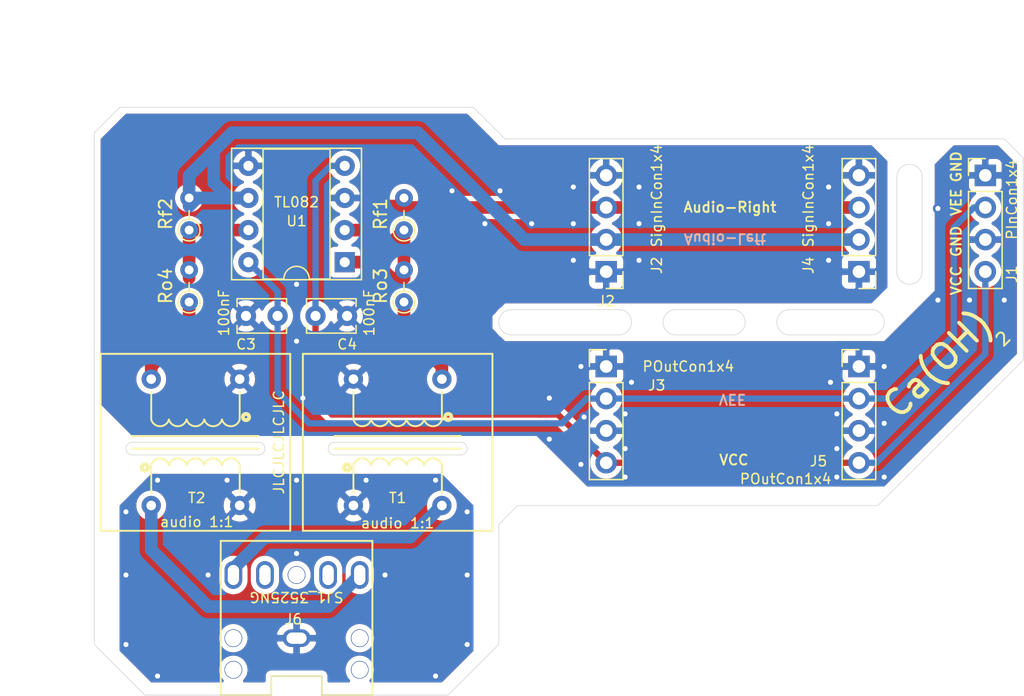
<source format=kicad_pcb>
(kicad_pcb (version 20171130) (host pcbnew "(5.1.9)-1")

  (general
    (thickness 1.6)
    (drawings 61)
    (tracks 120)
    (zones 0)
    (modules 15)
    (nets 15)
  )

  (page A4)
  (layers
    (0 F.Cu signal)
    (31 B.Cu signal)
    (32 B.Adhes user)
    (33 F.Adhes user)
    (34 B.Paste user)
    (35 F.Paste user)
    (36 B.SilkS user)
    (37 F.SilkS user)
    (38 B.Mask user)
    (39 F.Mask user)
    (40 Dwgs.User user)
    (41 Cmts.User user)
    (42 Eco1.User user)
    (43 Eco2.User user)
    (44 Edge.Cuts user)
    (45 Margin user)
    (46 B.CrtYd user)
    (47 F.CrtYd user)
    (48 B.Fab user)
    (49 F.Fab user)
  )

  (setup
    (last_trace_width 0.5)
    (user_trace_width 0.5)
    (user_trace_width 1)
    (trace_clearance 0.2)
    (zone_clearance 0.42)
    (zone_45_only no)
    (trace_min 0.2)
    (via_size 0.8)
    (via_drill 0.4)
    (via_min_size 0.4)
    (via_min_drill 0.3)
    (uvia_size 0.3)
    (uvia_drill 0.1)
    (uvias_allowed no)
    (uvia_min_size 0.2)
    (uvia_min_drill 0.1)
    (edge_width 0.05)
    (segment_width 0.2)
    (pcb_text_width 0.3)
    (pcb_text_size 1.5 1.5)
    (mod_edge_width 0.12)
    (mod_text_size 1 1)
    (mod_text_width 0.15)
    (pad_size 1.524 1.524)
    (pad_drill 0.762)
    (pad_to_mask_clearance 0)
    (aux_axis_origin 0 0)
    (visible_elements 7FFFFFFF)
    (pcbplotparams
      (layerselection 0x010fc_ffffffff)
      (usegerberextensions false)
      (usegerberattributes true)
      (usegerberadvancedattributes true)
      (creategerberjobfile true)
      (excludeedgelayer false)
      (linewidth 0.100000)
      (plotframeref false)
      (viasonmask false)
      (mode 1)
      (useauxorigin true)
      (hpglpennumber 1)
      (hpglpenspeed 20)
      (hpglpendiameter 15.000000)
      (psnegative false)
      (psa4output false)
      (plotreference true)
      (plotvalue true)
      (plotinvisibletext false)
      (padsonsilk true)
      (subtractmaskfromsilk false)
      (outputformat 1)
      (mirror false)
      (drillshape 0)
      (scaleselection 1)
      (outputdirectory "Output/"))
  )

  (net 0 "")
  (net 1 VCC)
  (net 2 GND)
  (net 3 VEE)
  (net 4 /Audio-Left)
  (net 5 /Audio-Right)
  (net 6 "Net-(J6-Pad3)")
  (net 7 "Net-(J6-Pad2)")
  (net 8 /Output_Ground)
  (net 9 "Net-(Ro3-Pad1)")
  (net 10 "Net-(Ro4-Pad1)")
  (net 11 "Net-(J6-Pad5)")
  (net 12 "Net-(J6-Pad4)")
  (net 13 "Net-(Rf1-Pad1)")
  (net 14 "Net-(Rf2-Pad1)")

  (net_class Default "This is the default net class."
    (clearance 0.2)
    (trace_width 0.25)
    (via_dia 0.8)
    (via_drill 0.4)
    (uvia_dia 0.3)
    (uvia_drill 0.1)
    (add_net /Audio-Left)
    (add_net /Audio-Right)
    (add_net /Output_Ground)
    (add_net GND)
    (add_net "Net-(J6-Pad2)")
    (add_net "Net-(J6-Pad3)")
    (add_net "Net-(J6-Pad4)")
    (add_net "Net-(J6-Pad5)")
    (add_net "Net-(Rf1-Pad1)")
    (add_net "Net-(Rf2-Pad1)")
    (add_net "Net-(Ro3-Pad1)")
    (add_net "Net-(Ro4-Pad1)")
    (add_net VCC)
    (add_net VEE)
  )

  (module Resistors_THT:R_Axial_DIN0204_L3.6mm_D1.6mm_P2.54mm_Vertical (layer F.Cu) (tedit 5874F706) (tstamp 6049E795)
    (at 72 69.9 90)
    (descr "Resistor, Axial_DIN0204 series, Axial, Vertical, pin pitch=2.54mm, 0.16666666666666666W = 1/6W, length*diameter=3.6*1.6mm^2, http://cdn-reichelt.de/documents/datenblatt/B400/1_4W%23YAG.pdf")
    (tags "Resistor Axial_DIN0204 series Axial Vertical pin pitch 2.54mm 0.16666666666666666W = 1/6W length 3.6mm diameter 1.6mm")
    (path /604A887E)
    (fp_text reference Ro4 (at 1.27 -1.86 90) (layer F.SilkS)
      (effects (font (size 1 1) (thickness 0.15)))
    )
    (fp_text value 100 (at 1.27 1.86 90) (layer F.Fab)
      (effects (font (size 1 1) (thickness 0.15)))
    )
    (fp_line (start 3.55 -1.15) (end -1.15 -1.15) (layer F.CrtYd) (width 0.05))
    (fp_line (start 3.55 1.15) (end 3.55 -1.15) (layer F.CrtYd) (width 0.05))
    (fp_line (start -1.15 1.15) (end 3.55 1.15) (layer F.CrtYd) (width 0.05))
    (fp_line (start -1.15 -1.15) (end -1.15 1.15) (layer F.CrtYd) (width 0.05))
    (fp_line (start 0.86 0) (end 1.54 0) (layer F.SilkS) (width 0.12))
    (fp_line (start 0 0) (end 2.54 0) (layer F.Fab) (width 0.1))
    (fp_circle (center 0 0) (end 0.86 0) (layer F.SilkS) (width 0.12))
    (fp_circle (center 0 0) (end 0.8 0) (layer F.Fab) (width 0.1))
    (pad 1 thru_hole circle (at 0 0 90) (size 1.4 1.4) (drill 0.7) (layers *.Cu *.Mask)
      (net 10 "Net-(Ro4-Pad1)"))
    (pad 2 thru_hole oval (at 2.54 0 90) (size 1.4 1.4) (drill 0.7) (layers *.Cu *.Mask)
      (net 14 "Net-(Rf2-Pad1)"))
    (model ${KISYS3DMOD}/Resistors_THT.3dshapes/R_Axial_DIN0204_L3.6mm_D1.6mm_P2.54mm_Vertical.wrl
      (at (xyz 0 0 0))
      (scale (xyz 0.393701 0.393701 0.393701))
      (rotate (xyz 0 0 0))
    )
  )

  (module Resistors_THT:R_Axial_DIN0204_L3.6mm_D1.6mm_P2.54mm_Vertical (layer F.Cu) (tedit 5874F706) (tstamp 6049E639)
    (at 89 69.9 90)
    (descr "Resistor, Axial_DIN0204 series, Axial, Vertical, pin pitch=2.54mm, 0.16666666666666666W = 1/6W, length*diameter=3.6*1.6mm^2, http://cdn-reichelt.de/documents/datenblatt/B400/1_4W%23YAG.pdf")
    (tags "Resistor Axial_DIN0204 series Axial Vertical pin pitch 2.54mm 0.16666666666666666W = 1/6W length 3.6mm diameter 1.6mm")
    (path /604A8878)
    (fp_text reference Ro3 (at 1.27 -1.86 90) (layer F.SilkS)
      (effects (font (size 1 1) (thickness 0.15)))
    )
    (fp_text value 100 (at 1.27 1.86 90) (layer F.Fab)
      (effects (font (size 1 1) (thickness 0.15)))
    )
    (fp_line (start 3.55 -1.15) (end -1.15 -1.15) (layer F.CrtYd) (width 0.05))
    (fp_line (start 3.55 1.15) (end 3.55 -1.15) (layer F.CrtYd) (width 0.05))
    (fp_line (start -1.15 1.15) (end 3.55 1.15) (layer F.CrtYd) (width 0.05))
    (fp_line (start -1.15 -1.15) (end -1.15 1.15) (layer F.CrtYd) (width 0.05))
    (fp_line (start 0.86 0) (end 1.54 0) (layer F.SilkS) (width 0.12))
    (fp_line (start 0 0) (end 2.54 0) (layer F.Fab) (width 0.1))
    (fp_circle (center 0 0) (end 0.86 0) (layer F.SilkS) (width 0.12))
    (fp_circle (center 0 0) (end 0.8 0) (layer F.Fab) (width 0.1))
    (pad 1 thru_hole circle (at 0 0 90) (size 1.4 1.4) (drill 0.7) (layers *.Cu *.Mask)
      (net 9 "Net-(Ro3-Pad1)"))
    (pad 2 thru_hole oval (at 2.54 0 90) (size 1.4 1.4) (drill 0.7) (layers *.Cu *.Mask)
      (net 13 "Net-(Rf1-Pad1)"))
    (model ${KISYS3DMOD}/Resistors_THT.3dshapes/R_Axial_DIN0204_L3.6mm_D1.6mm_P2.54mm_Vertical.wrl
      (at (xyz 0 0 0))
      (scale (xyz 0.393701 0.393701 0.393701))
      (rotate (xyz 0 0 0))
    )
  )

  (module Resistors_THT:R_Axial_DIN0204_L3.6mm_D1.6mm_P2.54mm_Vertical (layer F.Cu) (tedit 5874F706) (tstamp 604A6FEF)
    (at 72 64.2065 90)
    (descr "Resistor, Axial_DIN0204 series, Axial, Vertical, pin pitch=2.54mm, 0.16666666666666666W = 1/6W, length*diameter=3.6*1.6mm^2, http://cdn-reichelt.de/documents/datenblatt/B400/1_4W%23YAG.pdf")
    (tags "Resistor Axial_DIN0204 series Axial Vertical pin pitch 2.54mm 0.16666666666666666W = 1/6W length 3.6mm diameter 1.6mm")
    (path /604A8840)
    (fp_text reference Rf2 (at 1.27 -1.86 90) (layer F.SilkS)
      (effects (font (size 1 1) (thickness 0.15)))
    )
    (fp_text value 1k (at 1.27 1.86 90) (layer F.Fab)
      (effects (font (size 1 1) (thickness 0.15)))
    )
    (fp_line (start 3.55 -1.15) (end -1.15 -1.15) (layer F.CrtYd) (width 0.05))
    (fp_line (start 3.55 1.15) (end 3.55 -1.15) (layer F.CrtYd) (width 0.05))
    (fp_line (start -1.15 1.15) (end 3.55 1.15) (layer F.CrtYd) (width 0.05))
    (fp_line (start -1.15 -1.15) (end -1.15 1.15) (layer F.CrtYd) (width 0.05))
    (fp_line (start 0.86 0) (end 1.54 0) (layer F.SilkS) (width 0.12))
    (fp_line (start 0 0) (end 2.54 0) (layer F.Fab) (width 0.1))
    (fp_circle (center 0 0) (end 0.86 0) (layer F.SilkS) (width 0.12))
    (fp_circle (center 0 0) (end 0.8 0) (layer F.Fab) (width 0.1))
    (pad 1 thru_hole circle (at 0 0 90) (size 1.4 1.4) (drill 0.7) (layers *.Cu *.Mask)
      (net 14 "Net-(Rf2-Pad1)"))
    (pad 2 thru_hole oval (at 2.54 0 90) (size 1.4 1.4) (drill 0.7) (layers *.Cu *.Mask)
      (net 4 /Audio-Left))
    (model ${KISYS3DMOD}/Resistors_THT.3dshapes/R_Axial_DIN0204_L3.6mm_D1.6mm_P2.54mm_Vertical.wrl
      (at (xyz 0 0 0))
      (scale (xyz 0.393701 0.393701 0.393701))
      (rotate (xyz 0 0 0))
    )
  )

  (module Resistors_THT:R_Axial_DIN0204_L3.6mm_D1.6mm_P2.54mm_Vertical (layer F.Cu) (tedit 5874F706) (tstamp 6049E612)
    (at 89 64.2065 90)
    (descr "Resistor, Axial_DIN0204 series, Axial, Vertical, pin pitch=2.54mm, 0.16666666666666666W = 1/6W, length*diameter=3.6*1.6mm^2, http://cdn-reichelt.de/documents/datenblatt/B400/1_4W%23YAG.pdf")
    (tags "Resistor Axial_DIN0204 series Axial Vertical pin pitch 2.54mm 0.16666666666666666W = 1/6W length 3.6mm diameter 1.6mm")
    (path /604A8864)
    (fp_text reference Rf1 (at 1.27 -1.86 90) (layer F.SilkS)
      (effects (font (size 1 1) (thickness 0.15)))
    )
    (fp_text value 1k (at 1.27 1.86 90) (layer F.Fab)
      (effects (font (size 1 1) (thickness 0.15)))
    )
    (fp_line (start 3.55 -1.15) (end -1.15 -1.15) (layer F.CrtYd) (width 0.05))
    (fp_line (start 3.55 1.15) (end 3.55 -1.15) (layer F.CrtYd) (width 0.05))
    (fp_line (start -1.15 1.15) (end 3.55 1.15) (layer F.CrtYd) (width 0.05))
    (fp_line (start -1.15 -1.15) (end -1.15 1.15) (layer F.CrtYd) (width 0.05))
    (fp_line (start 0.86 0) (end 1.54 0) (layer F.SilkS) (width 0.12))
    (fp_line (start 0 0) (end 2.54 0) (layer F.Fab) (width 0.1))
    (fp_circle (center 0 0) (end 0.86 0) (layer F.SilkS) (width 0.12))
    (fp_circle (center 0 0) (end 0.8 0) (layer F.Fab) (width 0.1))
    (pad 1 thru_hole circle (at 0 0 90) (size 1.4 1.4) (drill 0.7) (layers *.Cu *.Mask)
      (net 13 "Net-(Rf1-Pad1)"))
    (pad 2 thru_hole oval (at 2.54 0 90) (size 1.4 1.4) (drill 0.7) (layers *.Cu *.Mask)
      (net 5 /Audio-Right))
    (model ${KISYS3DMOD}/Resistors_THT.3dshapes/R_Axial_DIN0204_L3.6mm_D1.6mm_P2.54mm_Vertical.wrl
      (at (xyz 0 0 0))
      (scale (xyz 0.393701 0.393701 0.393701))
      (rotate (xyz 0 0 0))
    )
  )

  (module Housings_DIP:DIP-8_W7.62mm_Socket (layer F.Cu) (tedit 6048987F) (tstamp 6049E744)
    (at 80.5 63 180)
    (descr "8-lead though-hole mounted DIP package, row spacing 7.62 mm (300 mils), Socket")
    (tags "THT DIP DIL PDIP 2.54mm 7.62mm 300mil Socket")
    (path /604A87DD)
    (fp_text reference U1 (at 0 -0.5) (layer F.SilkS)
      (effects (font (size 0.8 0.8) (thickness 0.12)))
    )
    (fp_text value TL082 (at 0 1) (layer F.SilkS)
      (effects (font (size 0.8 0.8) (thickness 0.12)))
    )
    (fp_line (start -2.175 -5.0165) (end 3.175 -5.0165) (layer F.Fab) (width 0.1))
    (fp_line (start 3.175 -5.0165) (end 3.175 5.1435) (layer F.Fab) (width 0.1))
    (fp_line (start 3.175 5.1435) (end -3.175 5.1435) (layer F.Fab) (width 0.1))
    (fp_line (start -3.175 5.1435) (end -3.175 -4.0165) (layer F.Fab) (width 0.1))
    (fp_line (start -3.175 -4.0165) (end -2.175 -5.0165) (layer F.Fab) (width 0.1))
    (fp_line (start -5.08 -5.0765) (end -5.08 5.2035) (layer F.Fab) (width 0.1))
    (fp_line (start -5.08 5.2035) (end 5.08 5.2035) (layer F.Fab) (width 0.1))
    (fp_line (start 5.08 5.2035) (end 5.08 -5.0765) (layer F.Fab) (width 0.1))
    (fp_line (start 5.08 -5.0765) (end -5.08 -5.0765) (layer F.Fab) (width 0.1))
    (fp_line (start -1 -5.0765) (end -2.65 -5.0765) (layer F.SilkS) (width 0.12))
    (fp_line (start -2.65 -5.0765) (end -2.65 5.2035) (layer F.SilkS) (width 0.12))
    (fp_line (start -2.65 5.2035) (end 2.65 5.2035) (layer F.SilkS) (width 0.12))
    (fp_line (start 2.65 5.2035) (end 2.65 -5.0765) (layer F.SilkS) (width 0.12))
    (fp_line (start 2.65 -5.0765) (end 1 -5.0765) (layer F.SilkS) (width 0.12))
    (fp_line (start -5.14 -5.1365) (end -5.14 5.2635) (layer F.SilkS) (width 0.12))
    (fp_line (start -5.14 5.2635) (end 5.14 5.2635) (layer F.SilkS) (width 0.12))
    (fp_line (start 5.14 5.2635) (end 5.14 -5.1365) (layer F.SilkS) (width 0.12))
    (fp_line (start 5.14 -5.1365) (end -5.14 -5.1365) (layer F.SilkS) (width 0.12))
    (fp_line (start -5.36 -5.3465) (end -5.36 5.4535) (layer F.CrtYd) (width 0.05))
    (fp_line (start -5.36 5.4535) (end 5.34 5.4535) (layer F.CrtYd) (width 0.05))
    (fp_line (start 5.34 5.4535) (end 5.34 -5.3465) (layer F.CrtYd) (width 0.05))
    (fp_line (start 5.34 -5.3465) (end -5.36 -5.3465) (layer F.CrtYd) (width 0.05))
    (fp_arc (start 0 -5.0765) (end -1 -5.0765) (angle -180) (layer F.SilkS) (width 0.12))
    (pad 1 thru_hole rect (at -3.81 -3.7465 180) (size 1.6 1.6) (drill 0.8) (layers *.Cu *.Mask)
      (net 13 "Net-(Rf1-Pad1)"))
    (pad 5 thru_hole oval (at 3.81 3.8735 180) (size 1.6 1.6) (drill 0.8) (layers *.Cu *.Mask)
      (net 2 GND))
    (pad 2 thru_hole oval (at -3.81 -1.2065 180) (size 1.6 1.6) (drill 0.8) (layers *.Cu *.Mask)
      (net 5 /Audio-Right))
    (pad 6 thru_hole oval (at 3.81 1.3335 180) (size 1.6 1.6) (drill 0.8) (layers *.Cu *.Mask)
      (net 4 /Audio-Left))
    (pad 3 thru_hole oval (at -3.81 1.3335 180) (size 1.6 1.6) (drill 0.8) (layers *.Cu *.Mask)
      (net 2 GND))
    (pad 7 thru_hole oval (at 3.81 -1.2065 180) (size 1.6 1.6) (drill 0.8) (layers *.Cu *.Mask)
      (net 14 "Net-(Rf2-Pad1)"))
    (pad 4 thru_hole oval (at -3.81 3.8735 180) (size 1.6 1.6) (drill 0.8) (layers *.Cu *.Mask)
      (net 3 VEE))
    (pad 8 thru_hole oval (at 3.81 -3.7465 180) (size 1.6 1.6) (drill 0.8) (layers *.Cu *.Mask)
      (net 1 VCC))
    (model ${KISYS3DMOD}/Housings_DIP.3dshapes/DIP-8_W7.62mm_Socket.wrl
      (at (xyz 0 0 0))
      (scale (xyz 1 1 1))
      (rotate (xyz 0 0 0))
    )
  )

  (module "MISC:Audio Transformer" (layer F.Cu) (tedit 603F4DD7) (tstamp 6049E7CC)
    (at 69 86 90)
    (path /604A888F)
    (fp_text reference T2 (at 0.6 3.6 180) (layer F.SilkS)
      (effects (font (size 0.8 0.8) (thickness 0.12)))
    )
    (fp_text value "audio 1:1" (at -1.3 3.6 180) (layer F.SilkS)
      (effects (font (size 0.8 0.8) (thickness 0.12)))
    )
    (fp_circle (center 7 7.5) (end 7.1 7.5) (layer F.SilkS) (width 0.3))
    (fp_circle (center 3 -0.5) (end 3.1 -0.5) (layer F.SilkS) (width 0.3))
    (fp_line (start 9 0) (end 6.8 0) (layer F.SilkS) (width 0.15))
    (fp_line (start 9 7) (end 6.8 7) (layer F.SilkS) (width 0.15))
    (fp_line (start 3.2 7) (end 1 7) (layer F.SilkS) (width 0.15))
    (fp_line (start 3.2 0) (end 1 0) (layer F.SilkS) (width 0.15))
    (fp_line (start 5.5 -1.5) (end 5.5 8.5) (layer F.SilkS) (width 0.15))
    (fp_line (start 4.5 -1.5) (end 4.5 8.5) (layer F.SilkS) (width 0.15))
    (fp_line (start 12 -4) (end 12 11) (layer F.SilkS) (width 0.15))
    (fp_line (start -2 -4) (end 12 -4) (layer F.SilkS) (width 0.15))
    (fp_line (start -2 -4) (end -2 11) (layer F.SilkS) (width 0.15))
    (fp_line (start -2 11) (end 12 11) (layer F.SilkS) (width 0.15))
    (fp_arc (start 7 6.3) (end 6.8 7) (angle 148.1092082) (layer F.SilkS) (width 0.15))
    (fp_arc (start 7 4.9) (end 6.8 5.6) (angle 148.1092082) (layer F.SilkS) (width 0.15))
    (fp_arc (start 7 2.1) (end 6.8 2.8) (angle 148.1092082) (layer F.SilkS) (width 0.15))
    (fp_arc (start 7 3.5) (end 6.8 4.2) (angle 148.1092082) (layer F.SilkS) (width 0.15))
    (fp_arc (start 7 0.7) (end 6.8 1.4) (angle 148.1092082) (layer F.SilkS) (width 0.15))
    (fp_arc (start 3 0.7) (end 3.2 1.4) (angle -148.1092082) (layer F.SilkS) (width 0.15))
    (fp_arc (start 3 2.1) (end 3.2 2.8) (angle -148.1092082) (layer F.SilkS) (width 0.15))
    (fp_arc (start 3 3.5) (end 3.2 4.2) (angle -148.1092082) (layer F.SilkS) (width 0.15))
    (fp_arc (start 3 4.9) (end 3.2 5.6) (angle -148.1092082) (layer F.SilkS) (width 0.15))
    (fp_arc (start 3 6.3) (end 3.2 7) (angle -148.1092082) (layer F.SilkS) (width 0.15))
    (pad 4 thru_hole circle (at 10 7 90) (size 1.524 1.524) (drill 0.762) (layers *.Cu *.Mask)
      (net 2 GND))
    (pad 3 thru_hole circle (at 10 0 90) (size 1.524 1.524) (drill 0.762) (layers *.Cu *.Mask)
      (net 10 "Net-(Ro4-Pad1)"))
    (pad 2 thru_hole circle (at 0 7 90) (size 1.524 1.524) (drill 0.762) (layers *.Cu *.Mask)
      (net 8 /Output_Ground))
    (pad 1 thru_hole circle (at 0 0 90) (size 1.524 1.524) (drill 0.762) (layers *.Cu *.Mask)
      (net 7 "Net-(J6-Pad2)"))
  )

  (module "MISC:Audio Transformer" (layer F.Cu) (tedit 603F4DD7) (tstamp 6049E6E8)
    (at 85 86 90)
    (path /604A8889)
    (fp_text reference T1 (at 0.6 3.5 180) (layer F.SilkS)
      (effects (font (size 0.8 0.8) (thickness 0.12)))
    )
    (fp_text value "audio 1:1" (at -1.4 3.5 180) (layer F.SilkS)
      (effects (font (size 0.8 0.8) (thickness 0.12)))
    )
    (fp_circle (center 7 7.5) (end 7.1 7.5) (layer F.SilkS) (width 0.3))
    (fp_circle (center 3 -0.5) (end 3.1 -0.5) (layer F.SilkS) (width 0.3))
    (fp_line (start 9 0) (end 6.8 0) (layer F.SilkS) (width 0.15))
    (fp_line (start 9 7) (end 6.8 7) (layer F.SilkS) (width 0.15))
    (fp_line (start 3.2 7) (end 1 7) (layer F.SilkS) (width 0.15))
    (fp_line (start 3.2 0) (end 1 0) (layer F.SilkS) (width 0.15))
    (fp_line (start 5.5 -1.5) (end 5.5 8.5) (layer F.SilkS) (width 0.15))
    (fp_line (start 4.5 -1.5) (end 4.5 8.5) (layer F.SilkS) (width 0.15))
    (fp_line (start 12 -4) (end 12 11) (layer F.SilkS) (width 0.15))
    (fp_line (start -2 -4) (end 12 -4) (layer F.SilkS) (width 0.15))
    (fp_line (start -2 -4) (end -2 11) (layer F.SilkS) (width 0.15))
    (fp_line (start -2 11) (end 12 11) (layer F.SilkS) (width 0.15))
    (fp_arc (start 7 6.3) (end 6.8 7) (angle 148.1092082) (layer F.SilkS) (width 0.15))
    (fp_arc (start 7 4.9) (end 6.8 5.6) (angle 148.1092082) (layer F.SilkS) (width 0.15))
    (fp_arc (start 7 2.1) (end 6.8 2.8) (angle 148.1092082) (layer F.SilkS) (width 0.15))
    (fp_arc (start 7 3.5) (end 6.8 4.2) (angle 148.1092082) (layer F.SilkS) (width 0.15))
    (fp_arc (start 7 0.7) (end 6.8 1.4) (angle 148.1092082) (layer F.SilkS) (width 0.15))
    (fp_arc (start 3 0.7) (end 3.2 1.4) (angle -148.1092082) (layer F.SilkS) (width 0.15))
    (fp_arc (start 3 2.1) (end 3.2 2.8) (angle -148.1092082) (layer F.SilkS) (width 0.15))
    (fp_arc (start 3 3.5) (end 3.2 4.2) (angle -148.1092082) (layer F.SilkS) (width 0.15))
    (fp_arc (start 3 4.9) (end 3.2 5.6) (angle -148.1092082) (layer F.SilkS) (width 0.15))
    (fp_arc (start 3 6.3) (end 3.2 7) (angle -148.1092082) (layer F.SilkS) (width 0.15))
    (pad 4 thru_hole circle (at 10 7 90) (size 1.524 1.524) (drill 0.762) (layers *.Cu *.Mask)
      (net 9 "Net-(Ro3-Pad1)"))
    (pad 3 thru_hole circle (at 10 0 90) (size 1.524 1.524) (drill 0.762) (layers *.Cu *.Mask)
      (net 2 GND))
    (pad 2 thru_hole circle (at 0 7 90) (size 1.524 1.524) (drill 0.762) (layers *.Cu *.Mask)
      (net 6 "Net-(J6-Pad3)"))
    (pad 1 thru_hole circle (at 0 0 90) (size 1.524 1.524) (drill 0.762) (layers *.Cu *.Mask)
      (net 8 /Output_Ground))
  )

  (module "MISC:Audio Barral SJ1-3525NG" (layer F.Cu) (tedit 603F4C61) (tstamp 6049E5B4)
    (at 80.5 96.5 90)
    (path /60489FAF)
    (fp_text reference J6 (at 1.5 -0.25) (layer F.SilkS)
      (effects (font (size 0.8 0.8) (thickness 0.12)))
    )
    (fp_text value SJ1_3525NG (at 3.25 0 -180 unlocked) (layer F.SilkS)
      (effects (font (size 0.8 0.8) (thickness 0.12)))
    )
    (fp_line (start -3 -2) (end -3 2) (layer F.SilkS) (width 0.15))
    (fp_line (start -4.5 6) (end -4.5 2) (layer F.SilkS) (width 0.15))
    (fp_line (start -3 2) (end -4.5 2) (layer F.SilkS) (width 0.15))
    (fp_line (start -4.5 6) (end 7.7 6) (layer F.SilkS) (width 0.15))
    (fp_line (start -4.5 -6) (end -4.5 -2) (layer F.SilkS) (width 0.15))
    (fp_line (start -3 -2) (end -4.5 -2) (layer F.SilkS) (width 0.15))
    (fp_line (start 7.7 -6) (end 7.7 6) (layer F.SilkS) (width 0.15))
    (fp_line (start -4.5 -6) (end 7.7 -6) (layer F.SilkS) (width 0.15))
    (pad 5 thru_hole oval (at 5 -2.5 90) (size 2.2 1.4) (drill oval 1.6 0.9) (layers *.Cu *.Mask)
      (net 11 "Net-(J6-Pad5)"))
    (pad "" np_thru_hole circle (at 0 -5 90) (size 1.4 1.4) (drill 1.3) (layers *.Cu *.Mask))
    (pad "" np_thru_hole circle (at -2.5 -5 90) (size 1.4 1.4) (drill 1.3) (layers *.Cu *.Mask))
    (pad "" np_thru_hole circle (at -2.5 5 90) (size 1.4 1.4) (drill 1.3) (layers *.Cu *.Mask))
    (pad "" np_thru_hole circle (at 0 5 90) (size 1.4 1.4) (drill 1.3) (layers *.Cu *.Mask))
    (pad "" np_thru_hole circle (at 5 0 90) (size 1.4 1.4) (drill 1.3) (layers *.Cu *.Mask))
    (pad 4 thru_hole oval (at 5 2.5 90) (size 2.2 1.4) (drill oval 1.6 0.9) (layers *.Cu *.Mask)
      (net 12 "Net-(J6-Pad4)"))
    (pad 3 thru_hole oval (at 5 -5 90) (size 2.2 1.4) (drill oval 1.6 0.9) (layers *.Cu *.Mask)
      (net 6 "Net-(J6-Pad3)"))
    (pad 2 thru_hole oval (at 5 5 90) (size 2.2 1.4) (drill oval 1.6 0.9) (layers *.Cu *.Mask)
      (net 7 "Net-(J6-Pad2)"))
    (pad 1 thru_hole oval (at 0 0 90) (size 1.4 2.2) (drill oval 0.9 1.6) (layers *.Cu *.Mask)
      (net 8 /Output_Ground))
  )

  (module Socket_Strips:Socket_Strip_Straight_1x04_Pitch2.54mm (layer F.Cu) (tedit 58CD5446) (tstamp 6049E1DB)
    (at 125 75)
    (descr "Through hole straight socket strip, 1x04, 2.54mm pitch, single row")
    (tags "Through hole socket strip THT 1x04 2.54mm single row")
    (path /604E2490)
    (fp_text reference J5 (at -3.2 7.5) (layer F.SilkS)
      (effects (font (size 0.8 0.8) (thickness 0.12)))
    )
    (fp_text value POutCon1x4 (at -5.8 8.9) (layer F.SilkS)
      (effects (font (size 0.8 0.8) (thickness 0.12)))
    )
    (fp_line (start -1.27 -1.27) (end -1.27 8.89) (layer F.Fab) (width 0.1))
    (fp_line (start -1.27 8.89) (end 1.27 8.89) (layer F.Fab) (width 0.1))
    (fp_line (start 1.27 8.89) (end 1.27 -1.27) (layer F.Fab) (width 0.1))
    (fp_line (start 1.27 -1.27) (end -1.27 -1.27) (layer F.Fab) (width 0.1))
    (fp_line (start -1.33 1.27) (end -1.33 8.95) (layer F.SilkS) (width 0.12))
    (fp_line (start -1.33 8.95) (end 1.33 8.95) (layer F.SilkS) (width 0.12))
    (fp_line (start 1.33 8.95) (end 1.33 1.27) (layer F.SilkS) (width 0.12))
    (fp_line (start 1.33 1.27) (end -1.33 1.27) (layer F.SilkS) (width 0.12))
    (fp_line (start -1.33 0) (end -1.33 -1.33) (layer F.SilkS) (width 0.12))
    (fp_line (start -1.33 -1.33) (end 0 -1.33) (layer F.SilkS) (width 0.12))
    (fp_line (start -1.8 -1.8) (end -1.8 9.4) (layer F.CrtYd) (width 0.05))
    (fp_line (start -1.8 9.4) (end 1.8 9.4) (layer F.CrtYd) (width 0.05))
    (fp_line (start 1.8 9.4) (end 1.8 -1.8) (layer F.CrtYd) (width 0.05))
    (fp_line (start 1.8 -1.8) (end -1.8 -1.8) (layer F.CrtYd) (width 0.05))
    (pad 1 thru_hole rect (at 0 0) (size 1.7 1.7) (drill 1) (layers *.Cu *.Mask)
      (net 2 GND))
    (pad 2 thru_hole oval (at 0 2.54) (size 1.7 1.7) (drill 1) (layers *.Cu *.Mask)
      (net 1 VCC))
    (pad 3 thru_hole oval (at 0 5.08) (size 1.7 1.7) (drill 1) (layers *.Cu *.Mask)
      (net 2 GND))
    (pad 4 thru_hole oval (at 0 7.62) (size 1.7 1.7) (drill 1) (layers *.Cu *.Mask)
      (net 3 VEE))
    (model ${KISYS3DMOD}/Socket_Strips.3dshapes/Socket_Strip_Straight_1x04_Pitch2.54mm.wrl
      (offset (xyz 0 -3.809999942779541 0))
      (scale (xyz 1 1 1))
      (rotate (xyz 0 0 270))
    )
  )

  (module Socket_Strips:Socket_Strip_Straight_1x04_Pitch2.54mm (layer F.Cu) (tedit 58CD5446) (tstamp 604ADCF7)
    (at 125 67.5 180)
    (descr "Through hole straight socket strip, 1x04, 2.54mm pitch, single row")
    (tags "Through hole socket strip THT 1x04 2.54mm single row")
    (path /604881F9)
    (fp_text reference J4 (at 4 0.5 90) (layer F.SilkS)
      (effects (font (size 0.8 0.8) (thickness 0.12)))
    )
    (fp_text value SignInCon1x4 (at 4 6 90) (layer F.SilkS)
      (effects (font (size 0.8 0.8) (thickness 0.12)))
    )
    (fp_line (start -1.27 -1.27) (end -1.27 8.89) (layer F.Fab) (width 0.1))
    (fp_line (start -1.27 8.89) (end 1.27 8.89) (layer F.Fab) (width 0.1))
    (fp_line (start 1.27 8.89) (end 1.27 -1.27) (layer F.Fab) (width 0.1))
    (fp_line (start 1.27 -1.27) (end -1.27 -1.27) (layer F.Fab) (width 0.1))
    (fp_line (start -1.33 1.27) (end -1.33 8.95) (layer F.SilkS) (width 0.12))
    (fp_line (start -1.33 8.95) (end 1.33 8.95) (layer F.SilkS) (width 0.12))
    (fp_line (start 1.33 8.95) (end 1.33 1.27) (layer F.SilkS) (width 0.12))
    (fp_line (start 1.33 1.27) (end -1.33 1.27) (layer F.SilkS) (width 0.12))
    (fp_line (start -1.33 0) (end -1.33 -1.33) (layer F.SilkS) (width 0.12))
    (fp_line (start -1.33 -1.33) (end 0 -1.33) (layer F.SilkS) (width 0.12))
    (fp_line (start -1.8 -1.8) (end -1.8 9.4) (layer F.CrtYd) (width 0.05))
    (fp_line (start -1.8 9.4) (end 1.8 9.4) (layer F.CrtYd) (width 0.05))
    (fp_line (start 1.8 9.4) (end 1.8 -1.8) (layer F.CrtYd) (width 0.05))
    (fp_line (start 1.8 -1.8) (end -1.8 -1.8) (layer F.CrtYd) (width 0.05))
    (pad 1 thru_hole rect (at 0 0 180) (size 1.7 1.7) (drill 1) (layers *.Cu *.Mask)
      (net 2 GND))
    (pad 2 thru_hole oval (at 0 2.54 180) (size 1.7 1.7) (drill 1) (layers *.Cu *.Mask)
      (net 4 /Audio-Left))
    (pad 3 thru_hole oval (at 0 5.08 180) (size 1.7 1.7) (drill 1) (layers *.Cu *.Mask)
      (net 5 /Audio-Right))
    (pad 4 thru_hole oval (at 0 7.62 180) (size 1.7 1.7) (drill 1) (layers *.Cu *.Mask)
      (net 2 GND))
    (model ${KISYS3DMOD}/Socket_Strips.3dshapes/Socket_Strip_Straight_1x04_Pitch2.54mm.wrl
      (offset (xyz 0 -3.809999942779541 0))
      (scale (xyz 1 1 1))
      (rotate (xyz 0 0 270))
    )
  )

  (module Socket_Strips:Socket_Strip_Straight_1x04_Pitch2.54mm (layer F.Cu) (tedit 58CD5446) (tstamp 6049E115)
    (at 105 75)
    (descr "Through hole straight socket strip, 1x04, 2.54mm pitch, single row")
    (tags "Through hole socket strip THT 1x04 2.54mm single row")
    (path /6047D3CD)
    (fp_text reference J3 (at 4 1.5) (layer F.SilkS)
      (effects (font (size 0.8 0.8) (thickness 0.12)))
    )
    (fp_text value POutCon1x4 (at 6.5 0) (layer F.SilkS)
      (effects (font (size 0.8 0.8) (thickness 0.12)))
    )
    (fp_line (start -1.27 -1.27) (end -1.27 8.89) (layer F.Fab) (width 0.1))
    (fp_line (start -1.27 8.89) (end 1.27 8.89) (layer F.Fab) (width 0.1))
    (fp_line (start 1.27 8.89) (end 1.27 -1.27) (layer F.Fab) (width 0.1))
    (fp_line (start 1.27 -1.27) (end -1.27 -1.27) (layer F.Fab) (width 0.1))
    (fp_line (start -1.33 1.27) (end -1.33 8.95) (layer F.SilkS) (width 0.12))
    (fp_line (start -1.33 8.95) (end 1.33 8.95) (layer F.SilkS) (width 0.12))
    (fp_line (start 1.33 8.95) (end 1.33 1.27) (layer F.SilkS) (width 0.12))
    (fp_line (start 1.33 1.27) (end -1.33 1.27) (layer F.SilkS) (width 0.12))
    (fp_line (start -1.33 0) (end -1.33 -1.33) (layer F.SilkS) (width 0.12))
    (fp_line (start -1.33 -1.33) (end 0 -1.33) (layer F.SilkS) (width 0.12))
    (fp_line (start -1.8 -1.8) (end -1.8 9.4) (layer F.CrtYd) (width 0.05))
    (fp_line (start -1.8 9.4) (end 1.8 9.4) (layer F.CrtYd) (width 0.05))
    (fp_line (start 1.8 9.4) (end 1.8 -1.8) (layer F.CrtYd) (width 0.05))
    (fp_line (start 1.8 -1.8) (end -1.8 -1.8) (layer F.CrtYd) (width 0.05))
    (pad 1 thru_hole rect (at 0 0) (size 1.7 1.7) (drill 1) (layers *.Cu *.Mask)
      (net 2 GND))
    (pad 2 thru_hole oval (at 0 2.54) (size 1.7 1.7) (drill 1) (layers *.Cu *.Mask)
      (net 1 VCC))
    (pad 3 thru_hole oval (at 0 5.08) (size 1.7 1.7) (drill 1) (layers *.Cu *.Mask)
      (net 2 GND))
    (pad 4 thru_hole oval (at 0 7.62) (size 1.7 1.7) (drill 1) (layers *.Cu *.Mask)
      (net 3 VEE))
    (model ${KISYS3DMOD}/Socket_Strips.3dshapes/Socket_Strip_Straight_1x04_Pitch2.54mm.wrl
      (offset (xyz 0 -3.809999942779541 0))
      (scale (xyz 1 1 1))
      (rotate (xyz 0 0 270))
    )
  )

  (module Socket_Strips:Socket_Strip_Straight_1x04_Pitch2.54mm (layer F.Cu) (tedit 58CD5446) (tstamp 6049E157)
    (at 105 67.5 180)
    (descr "Through hole straight socket strip, 1x04, 2.54mm pitch, single row")
    (tags "Through hole socket strip THT 1x04 2.54mm single row")
    (path /604703EE)
    (fp_text reference J2 (at -4 0.5 90) (layer F.SilkS)
      (effects (font (size 0.8 0.8) (thickness 0.12)))
    )
    (fp_text value SignInCon1x4 (at -4 6 270) (layer F.SilkS)
      (effects (font (size 0.8 0.8) (thickness 0.12)))
    )
    (fp_line (start -1.27 -1.27) (end -1.27 8.89) (layer F.Fab) (width 0.1))
    (fp_line (start -1.27 8.89) (end 1.27 8.89) (layer F.Fab) (width 0.1))
    (fp_line (start 1.27 8.89) (end 1.27 -1.27) (layer F.Fab) (width 0.1))
    (fp_line (start 1.27 -1.27) (end -1.27 -1.27) (layer F.Fab) (width 0.1))
    (fp_line (start -1.33 1.27) (end -1.33 8.95) (layer F.SilkS) (width 0.12))
    (fp_line (start -1.33 8.95) (end 1.33 8.95) (layer F.SilkS) (width 0.12))
    (fp_line (start 1.33 8.95) (end 1.33 1.27) (layer F.SilkS) (width 0.12))
    (fp_line (start 1.33 1.27) (end -1.33 1.27) (layer F.SilkS) (width 0.12))
    (fp_line (start -1.33 0) (end -1.33 -1.33) (layer F.SilkS) (width 0.12))
    (fp_line (start -1.33 -1.33) (end 0 -1.33) (layer F.SilkS) (width 0.12))
    (fp_line (start -1.8 -1.8) (end -1.8 9.4) (layer F.CrtYd) (width 0.05))
    (fp_line (start -1.8 9.4) (end 1.8 9.4) (layer F.CrtYd) (width 0.05))
    (fp_line (start 1.8 9.4) (end 1.8 -1.8) (layer F.CrtYd) (width 0.05))
    (fp_line (start 1.8 -1.8) (end -1.8 -1.8) (layer F.CrtYd) (width 0.05))
    (fp_text user %R (at 0 -2.33) (layer F.SilkS)
      (effects (font (size 0.8 0.8) (thickness 0.12)))
    )
    (pad 1 thru_hole rect (at 0 0 180) (size 1.7 1.7) (drill 1) (layers *.Cu *.Mask)
      (net 2 GND))
    (pad 2 thru_hole oval (at 0 2.54 180) (size 1.7 1.7) (drill 1) (layers *.Cu *.Mask)
      (net 4 /Audio-Left))
    (pad 3 thru_hole oval (at 0 5.08 180) (size 1.7 1.7) (drill 1) (layers *.Cu *.Mask)
      (net 5 /Audio-Right))
    (pad 4 thru_hole oval (at 0 7.62 180) (size 1.7 1.7) (drill 1) (layers *.Cu *.Mask)
      (net 2 GND))
    (model ${KISYS3DMOD}/Socket_Strips.3dshapes/Socket_Strip_Straight_1x04_Pitch2.54mm.wrl
      (offset (xyz 0 -3.809999942779541 0))
      (scale (xyz 1 1 1))
      (rotate (xyz 0 0 270))
    )
  )

  (module Socket_Strips:Socket_Strip_Straight_1x04_Pitch2.54mm (layer F.Cu) (tedit 58CD5446) (tstamp 604ADD97)
    (at 135 59.88)
    (descr "Through hole straight socket strip, 1x04, 2.54mm pitch, single row")
    (tags "Through hole socket strip THT 1x04 2.54mm single row")
    (path /60469917)
    (fp_text reference J1 (at 2.1 7.82 90) (layer F.SilkS)
      (effects (font (size 0.8 0.8) (thickness 0.12)))
    )
    (fp_text value PInCon1x4 (at 2.1 1.92 270) (layer F.SilkS)
      (effects (font (size 0.8 0.8) (thickness 0.12)))
    )
    (fp_line (start -1.27 -1.27) (end -1.27 8.89) (layer F.Fab) (width 0.1))
    (fp_line (start -1.27 8.89) (end 1.27 8.89) (layer F.Fab) (width 0.1))
    (fp_line (start 1.27 8.89) (end 1.27 -1.27) (layer F.Fab) (width 0.1))
    (fp_line (start 1.27 -1.27) (end -1.27 -1.27) (layer F.Fab) (width 0.1))
    (fp_line (start -1.33 1.27) (end -1.33 8.95) (layer F.SilkS) (width 0.12))
    (fp_line (start -1.33 8.95) (end 1.33 8.95) (layer F.SilkS) (width 0.12))
    (fp_line (start 1.33 8.95) (end 1.33 1.27) (layer F.SilkS) (width 0.12))
    (fp_line (start 1.33 1.27) (end -1.33 1.27) (layer F.SilkS) (width 0.12))
    (fp_line (start -1.33 0) (end -1.33 -1.33) (layer F.SilkS) (width 0.12))
    (fp_line (start -1.33 -1.33) (end 0 -1.33) (layer F.SilkS) (width 0.12))
    (fp_line (start -1.8 -1.8) (end -1.8 9.4) (layer F.CrtYd) (width 0.05))
    (fp_line (start -1.8 9.4) (end 1.8 9.4) (layer F.CrtYd) (width 0.05))
    (fp_line (start 1.8 9.4) (end 1.8 -1.8) (layer F.CrtYd) (width 0.05))
    (fp_line (start 1.8 -1.8) (end -1.8 -1.8) (layer F.CrtYd) (width 0.05))
    (pad 1 thru_hole rect (at 0 0) (size 1.7 1.7) (drill 1) (layers *.Cu *.Mask)
      (net 2 GND))
    (pad 2 thru_hole oval (at 0 2.54) (size 1.7 1.7) (drill 1) (layers *.Cu *.Mask)
      (net 1 VCC))
    (pad 3 thru_hole oval (at 0 5.08) (size 1.7 1.7) (drill 1) (layers *.Cu *.Mask)
      (net 2 GND))
    (pad 4 thru_hole oval (at 0 7.62) (size 1.7 1.7) (drill 1) (layers *.Cu *.Mask)
      (net 3 VEE))
    (model ${KISYS3DMOD}/Socket_Strips.3dshapes/Socket_Strip_Straight_1x04_Pitch2.54mm.wrl
      (offset (xyz 0 -3.809999942779541 0))
      (scale (xyz 1 1 1))
      (rotate (xyz 0 0 270))
    )
  )

  (module Capacitors_THT:C_Disc_D3.8mm_W2.6mm_P2.50mm (layer F.Cu) (tedit 597BC7C2) (tstamp 6049E6A3)
    (at 84.5 71 180)
    (descr "C, Disc series, Radial, pin pitch=2.50mm, , diameter*width=3.8*2.6mm^2, Capacitor, http://www.vishay.com/docs/45233/krseries.pdf")
    (tags "C Disc series Radial pin pitch 2.50mm  diameter 3.8mm width 2.6mm Capacitor")
    (path /604C273E)
    (fp_text reference C4 (at 0 -2.25) (layer F.SilkS)
      (effects (font (size 0.8 0.8) (thickness 0.12)))
    )
    (fp_text value 100nF (at -1.75 0.25 90) (layer F.SilkS)
      (effects (font (size 0.8 0.8) (thickness 0.12)))
    )
    (fp_line (start -0.65 -1.3) (end -0.65 1.3) (layer F.Fab) (width 0.1))
    (fp_line (start -0.65 1.3) (end 3.15 1.3) (layer F.Fab) (width 0.1))
    (fp_line (start 3.15 1.3) (end 3.15 -1.3) (layer F.Fab) (width 0.1))
    (fp_line (start 3.15 -1.3) (end -0.65 -1.3) (layer F.Fab) (width 0.1))
    (fp_line (start -0.71 -1.36) (end 3.21 -1.36) (layer F.SilkS) (width 0.12))
    (fp_line (start -0.71 1.36) (end 3.21 1.36) (layer F.SilkS) (width 0.12))
    (fp_line (start -0.71 -1.36) (end -0.71 -0.75) (layer F.SilkS) (width 0.12))
    (fp_line (start -0.71 0.75) (end -0.71 1.36) (layer F.SilkS) (width 0.12))
    (fp_line (start 3.21 -1.36) (end 3.21 -0.75) (layer F.SilkS) (width 0.12))
    (fp_line (start 3.21 0.75) (end 3.21 1.36) (layer F.SilkS) (width 0.12))
    (fp_line (start -1.05 -1.65) (end -1.05 1.65) (layer F.CrtYd) (width 0.05))
    (fp_line (start -1.05 1.65) (end 3.55 1.65) (layer F.CrtYd) (width 0.05))
    (fp_line (start 3.55 1.65) (end 3.55 -1.65) (layer F.CrtYd) (width 0.05))
    (fp_line (start 3.55 -1.65) (end -1.05 -1.65) (layer F.CrtYd) (width 0.05))
    (pad 1 thru_hole circle (at 0 0 180) (size 1.6 1.6) (drill 0.8) (layers *.Cu *.Mask)
      (net 2 GND))
    (pad 2 thru_hole circle (at 2.5 0 180) (size 1.6 1.6) (drill 0.8) (layers *.Cu *.Mask)
      (net 3 VEE))
    (model ${KISYS3DMOD}/Capacitors_THT.3dshapes/C_Disc_D3.8mm_W2.6mm_P2.50mm.wrl
      (at (xyz 0 0 0))
      (scale (xyz 1 1 1))
      (rotate (xyz 0 0 0))
    )
  )

  (module Capacitors_THT:C_Disc_D3.8mm_W2.6mm_P2.50mm (layer F.Cu) (tedit 597BC7C2) (tstamp 6049E667)
    (at 79 71 180)
    (descr "C, Disc series, Radial, pin pitch=2.50mm, , diameter*width=3.8*2.6mm^2, Capacitor, http://www.vishay.com/docs/45233/krseries.pdf")
    (tags "C Disc series Radial pin pitch 2.50mm  diameter 3.8mm width 2.6mm Capacitor")
    (path /604C9D19)
    (fp_text reference C3 (at 2.5 -2.25) (layer F.SilkS)
      (effects (font (size 0.8 0.8) (thickness 0.12)))
    )
    (fp_text value 100nF (at 4.25 0.25 90) (layer F.SilkS)
      (effects (font (size 0.8 0.8) (thickness 0.12)))
    )
    (fp_line (start -0.65 -1.3) (end -0.65 1.3) (layer F.Fab) (width 0.1))
    (fp_line (start -0.65 1.3) (end 3.15 1.3) (layer F.Fab) (width 0.1))
    (fp_line (start 3.15 1.3) (end 3.15 -1.3) (layer F.Fab) (width 0.1))
    (fp_line (start 3.15 -1.3) (end -0.65 -1.3) (layer F.Fab) (width 0.1))
    (fp_line (start -0.71 -1.36) (end 3.21 -1.36) (layer F.SilkS) (width 0.12))
    (fp_line (start -0.71 1.36) (end 3.21 1.36) (layer F.SilkS) (width 0.12))
    (fp_line (start -0.71 -1.36) (end -0.71 -0.75) (layer F.SilkS) (width 0.12))
    (fp_line (start -0.71 0.75) (end -0.71 1.36) (layer F.SilkS) (width 0.12))
    (fp_line (start 3.21 -1.36) (end 3.21 -0.75) (layer F.SilkS) (width 0.12))
    (fp_line (start 3.21 0.75) (end 3.21 1.36) (layer F.SilkS) (width 0.12))
    (fp_line (start -1.05 -1.65) (end -1.05 1.65) (layer F.CrtYd) (width 0.05))
    (fp_line (start -1.05 1.65) (end 3.55 1.65) (layer F.CrtYd) (width 0.05))
    (fp_line (start 3.55 1.65) (end 3.55 -1.65) (layer F.CrtYd) (width 0.05))
    (fp_line (start 3.55 -1.65) (end -1.05 -1.65) (layer F.CrtYd) (width 0.05))
    (pad 1 thru_hole circle (at 0 0 180) (size 1.6 1.6) (drill 0.8) (layers *.Cu *.Mask)
      (net 1 VCC))
    (pad 2 thru_hole circle (at 2.5 0 180) (size 1.6 1.6) (drill 0.8) (layers *.Cu *.Mask)
      (net 2 GND))
    (model ${KISYS3DMOD}/Capacitors_THT.3dshapes/C_Disc_D3.8mm_W2.6mm_P2.50mm.wrl
      (at (xyz 0 0 0))
      (scale (xyz 1 1 1))
      (rotate (xyz 0 0 0))
    )
  )

  (dimension 46.5 (width 0.15) (layer Dwgs.User)
    (gr_text "46.500 mm" (at 60.7 77.75 270) (layer Dwgs.User)
      (effects (font (size 1 1) (thickness 0.15)))
    )
    (feature1 (pts (xy 66.5 101) (xy 61.413579 101)))
    (feature2 (pts (xy 66.5 54.5) (xy 61.413579 54.5)))
    (crossbar (pts (xy 62 54.5) (xy 62 101)))
    (arrow1a (pts (xy 62 101) (xy 61.413579 99.873496)))
    (arrow1b (pts (xy 62 101) (xy 62.586421 99.873496)))
    (arrow2a (pts (xy 62 54.5) (xy 61.413579 55.626504)))
    (arrow2b (pts (xy 62 54.5) (xy 62.586421 55.626504)))
  )
  (dimension 73.5 (width 0.15) (layer Dwgs.User)
    (gr_text "73.500 mm" (at 101.25 46.7) (layer Dwgs.User)
      (effects (font (size 1 1) (thickness 0.15)))
    )
    (feature1 (pts (xy 138 56.5) (xy 138 47.413579)))
    (feature2 (pts (xy 64.5 56.5) (xy 64.5 47.413579)))
    (crossbar (pts (xy 64.5 48) (xy 138 48)))
    (arrow1a (pts (xy 138 48) (xy 136.873496 48.586421)))
    (arrow1b (pts (xy 138 48) (xy 136.873496 47.413579)))
    (arrow2a (pts (xy 64.5 48) (xy 65.626504 48.586421)))
    (arrow2b (pts (xy 64.5 48) (xy 65.626504 47.413579)))
  )
  (gr_text 2 (at 136.4 72.8 45) (layer F.SilkS)
    (effects (font (size 1 1) (thickness 0.15)))
  )
  (gr_text "Ca(OH)" (at 131.2 74.8 45) (layer F.SilkS)
    (effects (font (size 2 2) (thickness 0.3)))
  )
  (gr_text JLCJLCJLCJLC (at 79.1 81 90) (layer F.SilkS)
    (effects (font (size 0.8 0.8) (thickness 0.12)))
  )
  (gr_text VCC (at 115.1 82.4) (layer F.SilkS) (tstamp 604AF53D)
    (effects (font (size 0.8 0.8) (thickness 0.15)))
  )
  (gr_text VEE (at 115 77.6 180) (layer B.SilkS) (tstamp 604AF535)
    (effects (font (size 0.8 0.8) (thickness 0.15)) (justify mirror))
  )
  (gr_text VEE (at 132.7 62 90) (layer F.SilkS) (tstamp 604AF3EC)
    (effects (font (size 0.8 0.8) (thickness 0.15)))
  )
  (gr_text Audio-Left (at 114.4 64.9 180) (layer B.SilkS) (tstamp 604AF45B)
    (effects (font (size 0.8 0.8) (thickness 0.15)) (justify mirror))
  )
  (gr_text Audio-Right (at 114.8 62.4) (layer F.SilkS)
    (effects (font (size 0.8 0.8) (thickness 0.15)))
  )
  (gr_text GND (at 132.7 59.2 90) (layer F.SilkS) (tstamp 604AF3EC)
    (effects (font (size 0.8 0.8) (thickness 0.15)))
  )
  (gr_text VCC (at 132.7 68.2 90) (layer F.SilkS) (tstamp 604AF3EC)
    (effects (font (size 0.8 0.8) (thickness 0.15)))
  )
  (gr_text GND (at 132.7 65.1 90) (layer F.SilkS)
    (effects (font (size 0.8 0.8) (thickness 0.15)))
  )
  (gr_line (start 97 57) (end 136.5 57) (layer Edge.Cuts) (width 0.05) (tstamp 604AE455))
  (gr_line (start 94.5 54.5) (end 97 57) (layer Edge.Cuts) (width 0.05))
  (gr_line (start 66.5 54.5) (end 94.5 54.5) (layer Edge.Cuts) (width 0.05))
  (gr_line (start 138 58.5) (end 136.5 57) (layer Edge.Cuts) (width 0.05))
  (gr_line (start 138 74.5) (end 138 58.5) (layer Edge.Cuts) (width 0.05))
  (gr_line (start 126.5 86) (end 138 74.5) (layer Edge.Cuts) (width 0.05))
  (gr_line (start 98 86) (end 126.5 86) (layer Edge.Cuts) (width 0.05))
  (gr_line (start 96.5 87.5) (end 98 86) (layer Edge.Cuts) (width 0.05))
  (gr_line (start 96.5 97) (end 96.5 87.5) (layer Edge.Cuts) (width 0.05))
  (gr_line (start 92.5 101) (end 96.5 97) (layer Edge.Cuts) (width 0.05))
  (gr_line (start 86.5 101) (end 92.5 101) (layer Edge.Cuts) (width 0.05))
  (gr_line (start 82.5 101) (end 86.5 101) (layer Edge.Cuts) (width 0.05))
  (gr_line (start 82.5 99.5) (end 82.5 101) (layer Edge.Cuts) (width 0.05))
  (gr_line (start 78.5 99.5) (end 82.5 99.5) (layer Edge.Cuts) (width 0.05))
  (gr_line (start 78.5 101) (end 78.5 99.5) (layer Edge.Cuts) (width 0.05))
  (gr_line (start 68.5 101) (end 78.5 101) (layer Edge.Cuts) (width 0.05))
  (gr_line (start 64.5 97) (end 68.5 101) (layer Edge.Cuts) (width 0.05))
  (gr_line (start 64.5 56.5) (end 64.5 97) (layer Edge.Cuts) (width 0.05))
  (gr_line (start 64.5 56.5) (end 66.5 54.5) (layer Edge.Cuts) (width 0.05))
  (gr_line (start 110.5 72.5) (end 115 72.5) (layer Edge.Cuts) (width 0.05) (tstamp 604AE348))
  (gr_line (start 115 70.5) (end 110.5 70.5) (layer Edge.Cuts) (width 0.05) (tstamp 604AE347))
  (gr_arc (start 115 71.5) (end 115 72.5) (angle -180) (layer Edge.Cuts) (width 0.05) (tstamp 604AE275))
  (gr_arc (start 110.5 71.5) (end 110.5 70.5) (angle -180) (layer Edge.Cuts) (width 0.05) (tstamp 604AE275))
  (gr_line (start 130 67.5) (end 130 60) (layer Edge.Cuts) (width 0.05) (tstamp 604AE2C5))
  (gr_line (start 128 60) (end 128 67.5) (layer Edge.Cuts) (width 0.05) (tstamp 604AE2C2))
  (gr_arc (start 129 60) (end 130 60) (angle -180) (layer Edge.Cuts) (width 0.05) (tstamp 604AE275))
  (gr_arc (start 129 67.5) (end 128 67.5) (angle -180) (layer Edge.Cuts) (width 0.05) (tstamp 604AE275))
  (gr_line (start 119.5 72.5) (end 126 72.5) (layer Edge.Cuts) (width 0.05) (tstamp 604AE250))
  (gr_line (start 119.5 70.5) (end 126 70.5) (layer Edge.Cuts) (width 0.05) (tstamp 604AE250))
  (gr_line (start 106 72.5) (end 97.5 72.5) (layer Edge.Cuts) (width 0.05) (tstamp 604AE02F))
  (gr_line (start 97.5 70.5) (end 106 70.5) (layer Edge.Cuts) (width 0.05) (tstamp 604AE02E))
  (gr_arc (start 97.5 71.5) (end 97.5 70.5) (angle -180) (layer Edge.Cuts) (width 0.05) (tstamp 604AE019))
  (gr_arc (start 106 71.5) (end 106 72.5) (angle -180) (layer Edge.Cuts) (width 0.05) (tstamp 604AE019))
  (gr_arc (start 126 71.5) (end 126 72.5) (angle -180) (layer Edge.Cuts) (width 0.05) (tstamp 604AE010))
  (gr_arc (start 119.5 71.5) (end 119.5 70.5) (angle -180) (layer Edge.Cuts) (width 0.05))
  (dimension 10 (width 0.15) (layer Dwgs.User)
    (gr_text "10.000 mm" (at 130 52.2) (layer Dwgs.User)
      (effects (font (size 1 1) (thickness 0.15)))
    )
    (feature1 (pts (xy 135 67.5) (xy 135 52.913579)))
    (feature2 (pts (xy 125 67.5) (xy 125 52.913579)))
    (crossbar (pts (xy 125 53.5) (xy 135 53.5)))
    (arrow1a (pts (xy 135 53.5) (xy 133.873496 54.086421)))
    (arrow1b (pts (xy 135 53.5) (xy 133.873496 52.913579)))
    (arrow2a (pts (xy 125 53.5) (xy 126.126504 54.086421)))
    (arrow2b (pts (xy 125 53.5) (xy 126.126504 52.913579)))
  )
  (gr_arc (start 67.5 81.5) (end 67.5 81) (angle -180) (layer Edge.Cuts) (width 0.05))
  (gr_arc (start 93.5 81.5) (end 93.5 82) (angle -180) (layer Edge.Cuts) (width 0.05))
  (gr_arc (start 83.5 81.5) (end 83.5 81) (angle -180) (layer Edge.Cuts) (width 0.05))
  (gr_arc (start 77.5 81.5) (end 77.5 82) (angle -180) (layer Edge.Cuts) (width 0.05))
  (gr_line (start 67.5 81) (end 77.5 81) (layer Edge.Cuts) (width 0.05))
  (gr_line (start 77.5 82) (end 67.5 82) (layer Edge.Cuts) (width 0.05))
  (gr_line (start 93.5 82) (end 83.5 82) (layer Edge.Cuts) (width 0.05))
  (gr_line (start 83.5 81) (end 93.5 81) (layer Edge.Cuts) (width 0.05))
  (dimension 26 (width 0.15) (layer Dwgs.User) (tstamp 6049E808)
    (gr_text "26.000 mm" (at 98.7 88 270) (layer Dwgs.User) (tstamp 6049E808)
      (effects (font (size 1 1) (thickness 0.15)))
    )
    (feature1 (pts (xy 105 101) (xy 99.413579 101)))
    (feature2 (pts (xy 105 75) (xy 99.413579 75)))
    (crossbar (pts (xy 100 75) (xy 100 101)))
    (arrow1a (pts (xy 100 101) (xy 99.413579 99.873496)))
    (arrow1b (pts (xy 100 101) (xy 100.586421 99.873496)))
    (arrow2a (pts (xy 100 75) (xy 99.413579 76.126504)))
    (arrow2b (pts (xy 100 75) (xy 100.586421 76.126504)))
  )
  (dimension 20 (width 0.15) (layer Dwgs.User)
    (gr_text "20.000 mm" (at 115 89.3) (layer Dwgs.User)
      (effects (font (size 1 1) (thickness 0.15)))
    )
    (feature1 (pts (xy 105 75) (xy 105 88.586421)))
    (feature2 (pts (xy 125 75) (xy 125 88.586421)))
    (crossbar (pts (xy 125 88) (xy 105 88)))
    (arrow1a (pts (xy 105 88) (xy 106.126504 87.413579)))
    (arrow1b (pts (xy 105 88) (xy 106.126504 88.586421)))
    (arrow2a (pts (xy 125 88) (xy 123.873496 87.413579)))
    (arrow2b (pts (xy 125 88) (xy 123.873496 88.586421)))
  )
  (dimension 7.5 (width 0.15) (layer Dwgs.User)
    (gr_text "7.500 mm" (at 118.7 71.25 90) (layer Dwgs.User)
      (effects (font (size 1 1) (thickness 0.15)))
    )
    (feature1 (pts (xy 125 67.5) (xy 119.413579 67.5)))
    (feature2 (pts (xy 125 75) (xy 119.413579 75)))
    (crossbar (pts (xy 120 75) (xy 120 67.5)))
    (arrow1a (pts (xy 120 67.5) (xy 120.586421 68.626504)))
    (arrow1b (pts (xy 120 67.5) (xy 119.413579 68.626504)))
    (arrow2a (pts (xy 120 75) (xy 120.586421 73.873496)))
    (arrow2b (pts (xy 120 75) (xy 119.413579 73.873496)))
  )
  (dimension 7.5 (width 0.15) (layer Dwgs.User) (tstamp 6049E0AD)
    (gr_text "7.500 mm" (at 100.2 71.25 270) (layer Dwgs.User) (tstamp 6049E0AD)
      (effects (font (size 1 1) (thickness 0.15)))
    )
    (feature1 (pts (xy 105 75) (xy 100.913579 75)))
    (feature2 (pts (xy 105 67.5) (xy 100.913579 67.5)))
    (crossbar (pts (xy 101.5 67.5) (xy 101.5 75)))
    (arrow1a (pts (xy 101.5 75) (xy 100.913579 73.873496)))
    (arrow1b (pts (xy 101.5 75) (xy 102.086421 73.873496)))
    (arrow2a (pts (xy 101.5 67.5) (xy 100.913579 68.626504)))
    (arrow2b (pts (xy 101.5 67.5) (xy 102.086421 68.626504)))
  )

  (segment (start 79 69.0565) (end 76.69 66.7465) (width 0.5) (layer B.Cu) (net 1))
  (segment (start 79 71) (end 79 69.0565) (width 0.5) (layer B.Cu) (net 1))
  (segment (start 125 82.62) (end 105 82.62) (width 0.5) (layer F.Cu) (net 3))
  (segment (start 125 82.62) (end 126.38 82.62) (width 0.5) (layer B.Cu) (net 3))
  (segment (start 135 74) (end 135 67.5) (width 0.5) (layer B.Cu) (net 3))
  (segment (start 126.38 82.62) (end 135 74) (width 0.5) (layer B.Cu) (net 3))
  (segment (start 81.5 79.5) (end 79 77) (width 0.5) (layer B.Cu) (net 1))
  (segment (start 79 77) (end 79 71) (width 0.5) (layer B.Cu) (net 1))
  (segment (start 105 80.08) (end 105 80) (width 0.5) (layer B.Cu) (net 2))
  (via (at 107.6 63.7) (size 0.8) (drill 0.4) (layers F.Cu B.Cu) (net 2))
  (via (at 122.6 63.7) (size 0.8) (drill 0.4) (layers F.Cu B.Cu) (net 2))
  (via (at 102.4 63.7) (size 0.8) (drill 0.4) (layers F.Cu B.Cu) (net 2))
  (via (at 122.6 60.8) (size 0.8) (drill 0.4) (layers F.Cu B.Cu) (net 2))
  (via (at 107.6 60.8) (size 0.8) (drill 0.4) (layers F.Cu B.Cu) (net 2))
  (via (at 107.6 66.6) (size 0.8) (drill 0.4) (layers F.Cu B.Cu) (net 2))
  (via (at 122.6 66.6) (size 0.8) (drill 0.4) (layers F.Cu B.Cu) (net 2))
  (via (at 102.4 60.8) (size 0.8) (drill 0.4) (layers F.Cu B.Cu) (net 2))
  (via (at 102.4 66.6) (size 0.8) (drill 0.4) (layers F.Cu B.Cu) (net 2))
  (via (at 99.1 63.7) (size 0.8) (drill 0.4) (layers F.Cu B.Cu) (net 2))
  (via (at 95.4 63.7) (size 0.8) (drill 0.4) (layers F.Cu B.Cu) (net 2))
  (via (at 92.8 61.1) (size 0.8) (drill 0.4) (layers F.Cu B.Cu) (net 2))
  (via (at 96.6 61.1) (size 0.8) (drill 0.4) (layers F.Cu B.Cu) (net 2))
  (via (at 123.25 78.75) (size 0.8) (drill 0.4) (layers F.Cu B.Cu) (net 2))
  (via (at 123.25 81.5) (size 0.8) (drill 0.4) (layers F.Cu B.Cu) (net 2))
  (via (at 106.5 78.75) (size 0.8) (drill 0.4) (layers F.Cu B.Cu) (net 2))
  (via (at 106.5 81.5) (size 0.8) (drill 0.4) (layers F.Cu B.Cu) (net 2))
  (via (at 106.5 83.75) (size 0.8) (drill 0.4) (layers F.Cu B.Cu) (net 2))
  (via (at 123.25 83.75) (size 0.8) (drill 0.4) (layers F.Cu B.Cu) (net 2))
  (via (at 107 76.25) (size 0.8) (drill 0.4) (layers F.Cu B.Cu) (net 2))
  (via (at 122.75 76.25) (size 0.8) (drill 0.4) (layers F.Cu B.Cu) (net 2))
  (via (at 103 82.75) (size 0.8) (drill 0.4) (layers F.Cu B.Cu) (net 2))
  (via (at 103 75) (size 0.8) (drill 0.4) (layers F.Cu B.Cu) (net 2))
  (via (at 127 75) (size 0.8) (drill 0.4) (layers F.Cu B.Cu) (net 2))
  (via (at 127 79.5) (size 0.8) (drill 0.4) (layers F.Cu B.Cu) (net 2))
  (via (at 127 83.75) (size 0.8) (drill 0.4) (layers F.Cu B.Cu) (net 2))
  (via (at 131.25 69.75) (size 0.8) (drill 0.4) (layers F.Cu B.Cu) (net 2))
  (via (at 136.5 69.75) (size 0.8) (drill 0.4) (layers F.Cu B.Cu) (net 2))
  (via (at 133.75 69.75) (size 0.8) (drill 0.4) (layers F.Cu B.Cu) (net 2))
  (via (at 81 77.5) (size 0.8) (drill 0.4) (layers F.Cu B.Cu) (net 2))
  (via (at 80.5 73) (size 0.8) (drill 0.4) (layers F.Cu B.Cu) (net 2))
  (via (at 80.5 68.5) (size 0.8) (drill 0.4) (layers F.Cu B.Cu) (net 2))
  (via (at 100.5 80.75) (size 0.8) (drill 0.4) (layers F.Cu B.Cu) (net 2))
  (via (at 100.5 77.5) (size 0.8) (drill 0.4) (layers F.Cu B.Cu) (net 2))
  (via (at 131.25 62.5) (size 0.8) (drill 0.4) (layers F.Cu B.Cu) (net 2))
  (via (at 103.25 79) (size 0.8) (drill 0.4) (layers F.Cu B.Cu) (net 2))
  (segment (start 105 77.54) (end 125 77.54) (width 0.5) (layer B.Cu) (net 1))
  (segment (start 83.29999 78.79999) (end 82 77.5) (width 0.5) (layer F.Cu) (net 3))
  (segment (start 82 77.5) (end 82 71) (width 0.5) (layer F.Cu) (net 3))
  (segment (start 83.1735 59.1265) (end 84.31 59.1265) (width 0.5) (layer B.Cu) (net 3))
  (segment (start 82 60.3) (end 83.1735 59.1265) (width 0.5) (layer B.Cu) (net 3))
  (segment (start 82 71) (end 82 60.3) (width 0.5) (layer B.Cu) (net 3))
  (segment (start 135 62.42) (end 134.08 62.42) (width 0.5) (layer B.Cu) (net 1))
  (segment (start 134.08 62.42) (end 132.5 64) (width 0.5) (layer B.Cu) (net 1))
  (segment (start 132.5 64) (end 132.5 72.5) (width 0.5) (layer B.Cu) (net 1))
  (segment (start 127.46 77.54) (end 125 77.54) (width 0.5) (layer B.Cu) (net 1))
  (segment (start 132.5 72.5) (end 127.46 77.54) (width 0.5) (layer B.Cu) (net 1))
  (segment (start 101.491998 79.5) (end 100.25 79.5) (width 0.5) (layer B.Cu) (net 1))
  (segment (start 103.451998 77.54) (end 101.491998 79.5) (width 0.5) (layer B.Cu) (net 1))
  (segment (start 105 77.54) (end 103.451998 77.54) (width 0.5) (layer B.Cu) (net 1))
  (segment (start 100.25 79.5) (end 81.5 79.5) (width 0.5) (layer B.Cu) (net 1))
  (segment (start 101.17999 78.79999) (end 99.79999 78.79999) (width 0.5) (layer F.Cu) (net 3))
  (segment (start 105 82.62) (end 101.17999 78.79999) (width 0.5) (layer F.Cu) (net 3))
  (segment (start 99.79999 78.79999) (end 83.29999 78.79999) (width 0.5) (layer F.Cu) (net 3))
  (segment (start 105 64.96) (end 105 64.714002) (width 1) (layer F.Cu) (net 4))
  (segment (start 125 64.96) (end 105 64.96) (width 1) (layer B.Cu) (net 4))
  (segment (start 72.64 61.6665) (end 72 62.3065) (width 1) (layer B.Cu) (net 4))
  (segment (start 76.69 61.6665) (end 72.64 61.6665) (width 1) (layer B.Cu) (net 4))
  (segment (start 98.54 64.96) (end 105 64.96) (width 1) (layer B.Cu) (net 4))
  (segment (start 90.08 56.5) (end 98.54 64.96) (width 1) (layer B.Cu) (net 4))
  (segment (start 75.4 56.5) (end 90.08 56.5) (width 1) (layer B.Cu) (net 4))
  (segment (start 72 62.3065) (end 72 59.9) (width 1) (layer B.Cu) (net 4))
  (segment (start 76.69 61.6665) (end 75.1665 61.6665) (width 1) (layer B.Cu) (net 4))
  (segment (start 75.1665 61.6665) (end 73.95 60.45) (width 1) (layer B.Cu) (net 4))
  (segment (start 73.95 57.95) (end 75.4 56.5) (width 1) (layer B.Cu) (net 4))
  (segment (start 73.95 60.45) (end 73.95 57.95) (width 1) (layer B.Cu) (net 4))
  (segment (start 72 59.9) (end 73.95 57.95) (width 1) (layer B.Cu) (net 4))
  (segment (start 89 62.3065) (end 87.6935 62.3065) (width 1) (layer F.Cu) (net 5))
  (segment (start 85.7935 64.2065) (end 84.31 64.2065) (width 1) (layer F.Cu) (net 5))
  (segment (start 87.6935 62.3065) (end 85.7935 64.2065) (width 1) (layer F.Cu) (net 5))
  (segment (start 89.1135 62.42) (end 89 62.3065) (width 1) (layer F.Cu) (net 5))
  (segment (start 105 62.42) (end 89.1135 62.42) (width 1) (layer F.Cu) (net 5))
  (segment (start 105 62.42) (end 125 62.42) (width 1) (layer F.Cu) (net 5))
  (segment (start 92 86) (end 89.5 88.5) (width 1) (layer B.Cu) (net 6))
  (segment (start 89.5 88.5) (end 78 88.5) (width 1) (layer B.Cu) (net 6))
  (segment (start 75.5 91) (end 75.5 91.5) (width 1) (layer B.Cu) (net 6))
  (segment (start 78 88.5) (end 75.5 91) (width 1) (layer B.Cu) (net 6))
  (segment (start 83 94) (end 85.5 91.5) (width 1) (layer B.Cu) (net 7))
  (segment (start 73.5 94) (end 83 94) (width 1) (layer B.Cu) (net 7))
  (segment (start 69 89.5) (end 73.5 94) (width 1) (layer B.Cu) (net 7))
  (segment (start 69 86) (end 69 89.5) (width 1) (layer B.Cu) (net 7))
  (via (at 73.5 91.5) (size 0.8) (drill 0.4) (layers F.Cu B.Cu) (net 8))
  (via (at 87.5 91.5) (size 0.8) (drill 0.4) (layers F.Cu B.Cu) (net 8))
  (via (at 80.5 89.8) (size 0.8) (drill 0.4) (layers F.Cu B.Cu) (net 8))
  (via (at 91.5 84) (size 0.8) (drill 0.4) (layers F.Cu B.Cu) (net 8))
  (via (at 69.5 84) (size 0.8) (drill 0.4) (layers F.Cu B.Cu) (net 8))
  (via (at 80.5 84) (size 0.8) (drill 0.4) (layers F.Cu B.Cu) (net 8))
  (via (at 75 84) (size 0.8) (drill 0.4) (layers F.Cu B.Cu) (net 8))
  (via (at 86 84) (size 0.8) (drill 0.4) (layers F.Cu B.Cu) (net 8))
  (via (at 67 86.5) (size 0.8) (drill 0.4) (layers F.Cu B.Cu) (net 8))
  (via (at 94 86.5) (size 0.8) (drill 0.4) (layers F.Cu B.Cu) (net 8))
  (via (at 67 91.5) (size 0.8) (drill 0.4) (layers F.Cu B.Cu) (net 8))
  (via (at 94 91.5) (size 0.8) (drill 0.4) (layers F.Cu B.Cu) (net 8))
  (via (at 94 97) (size 0.8) (drill 0.4) (layers F.Cu B.Cu) (net 8))
  (via (at 67 97) (size 0.8) (drill 0.4) (layers F.Cu B.Cu) (net 8))
  (via (at 69.5 99.5) (size 0.8) (drill 0.4) (layers F.Cu B.Cu) (net 8))
  (via (at 91.5 99.5) (size 0.8) (drill 0.4) (layers F.Cu B.Cu) (net 8))
  (segment (start 89 64.2065) (end 89 68) (width 1) (layer F.Cu) (net 13))
  (segment (start 86.46 66.7465) (end 89 64.2065) (width 1) (layer F.Cu) (net 13))
  (segment (start 84.31 66.7465) (end 86.46 66.7465) (width 1) (layer F.Cu) (net 13))
  (segment (start 84.31 66.7465) (end 86.7465 66.7465) (width 1) (layer F.Cu) (net 13))
  (segment (start 88 68) (end 89 68) (width 1) (layer F.Cu) (net 13))
  (segment (start 86.7465 66.7465) (end 88 68) (width 1) (layer F.Cu) (net 13))
  (segment (start 72 64.2065) (end 72 68) (width 1) (layer F.Cu) (net 14))
  (segment (start 72 64.2065) (end 76.69 64.2065) (width 1) (layer F.Cu) (net 14))
  (segment (start 89 69.9) (end 89 72) (width 1) (layer F.Cu) (net 9))
  (segment (start 92 75) (end 92 76) (width 1) (layer F.Cu) (net 9))
  (segment (start 89 72) (end 92 75) (width 1) (layer F.Cu) (net 9))
  (segment (start 72 69.9) (end 72 72) (width 1) (layer F.Cu) (net 10))
  (segment (start 69 75) (end 69 76) (width 1) (layer F.Cu) (net 10))
  (segment (start 72 72) (end 69 75) (width 1) (layer F.Cu) (net 10))

  (zone (net 8) (net_name /Output_Ground) (layer F.Cu) (tstamp 604AFD91) (hatch edge 0.508)
    (connect_pads (clearance 0.42))
    (min_thickness 0.254)
    (fill yes (arc_segments 32) (thermal_gap 0.508) (thermal_bridge_width 0.508))
    (polygon
      (pts
        (xy 94.5 86) (xy 94.5 97.5) (xy 92 100) (xy 69 100) (xy 66.5 97.5)
        (xy 66.5 86) (xy 69 83.5) (xy 92 83.5)
      )
    )
    (filled_polygon
      (pts
        (xy 94.373 86.052606) (xy 94.373 97.447394) (xy 91.947394 99.873) (xy 86.390524 99.873) (xy 86.468608 99.794916)
        (xy 86.605077 99.590676) (xy 86.699079 99.363737) (xy 86.747 99.122819) (xy 86.747 98.877181) (xy 86.699079 98.636263)
        (xy 86.605077 98.409324) (xy 86.468608 98.205084) (xy 86.294916 98.031392) (xy 86.090676 97.894923) (xy 85.863737 97.800921)
        (xy 85.622819 97.753) (xy 85.377181 97.753) (xy 85.136263 97.800921) (xy 84.909324 97.894923) (xy 84.705084 98.031392)
        (xy 84.531392 98.205084) (xy 84.394923 98.409324) (xy 84.300921 98.636263) (xy 84.253 98.877181) (xy 84.253 99.122819)
        (xy 84.300921 99.363737) (xy 84.394923 99.590676) (xy 84.531392 99.794916) (xy 84.609476 99.873) (xy 83.072 99.873)
        (xy 83.072 99.528094) (xy 83.074767 99.5) (xy 83.063723 99.387869) (xy 83.031015 99.280046) (xy 82.977901 99.180677)
        (xy 82.906422 99.093578) (xy 82.819323 99.022099) (xy 82.719954 98.968985) (xy 82.612131 98.936277) (xy 82.528094 98.928)
        (xy 82.528093 98.928) (xy 82.5 98.925233) (xy 82.471906 98.928) (xy 78.528094 98.928) (xy 78.5 98.925233)
        (xy 78.471907 98.928) (xy 78.471906 98.928) (xy 78.387869 98.936277) (xy 78.280046 98.968985) (xy 78.180677 99.022099)
        (xy 78.093578 99.093578) (xy 78.022099 99.180677) (xy 77.968985 99.280046) (xy 77.936277 99.387869) (xy 77.925233 99.5)
        (xy 77.928001 99.528103) (xy 77.928001 99.873) (xy 76.390524 99.873) (xy 76.468608 99.794916) (xy 76.605077 99.590676)
        (xy 76.699079 99.363737) (xy 76.747 99.122819) (xy 76.747 98.877181) (xy 76.699079 98.636263) (xy 76.605077 98.409324)
        (xy 76.468608 98.205084) (xy 76.294916 98.031392) (xy 76.090676 97.894923) (xy 75.863737 97.800921) (xy 75.622819 97.753)
        (xy 75.377181 97.753) (xy 75.136263 97.800921) (xy 74.909324 97.894923) (xy 74.705084 98.031392) (xy 74.531392 98.205084)
        (xy 74.394923 98.409324) (xy 74.300921 98.636263) (xy 74.253 98.877181) (xy 74.253 99.122819) (xy 74.300921 99.363737)
        (xy 74.394923 99.590676) (xy 74.531392 99.794916) (xy 74.609476 99.873) (xy 69.052606 99.873) (xy 66.627 97.447394)
        (xy 66.627 96.377181) (xy 74.253 96.377181) (xy 74.253 96.622819) (xy 74.300921 96.863737) (xy 74.394923 97.090676)
        (xy 74.531392 97.294916) (xy 74.705084 97.468608) (xy 74.909324 97.605077) (xy 75.136263 97.699079) (xy 75.377181 97.747)
        (xy 75.622819 97.747) (xy 75.863737 97.699079) (xy 76.090676 97.605077) (xy 76.294916 97.468608) (xy 76.468608 97.294916)
        (xy 76.605077 97.090676) (xy 76.699079 96.863737) (xy 76.705127 96.833329) (xy 78.807284 96.833329) (xy 78.81802 96.89355)
        (xy 78.919431 97.13609) (xy 79.06621 97.354185) (xy 79.252717 97.539455) (xy 79.471785 97.684779) (xy 79.714995 97.784572)
        (xy 79.973 97.835) (xy 80.373 97.835) (xy 80.373 96.627) (xy 80.627 96.627) (xy 80.627 97.835)
        (xy 81.027 97.835) (xy 81.285005 97.784572) (xy 81.528215 97.684779) (xy 81.747283 97.539455) (xy 81.93379 97.354185)
        (xy 82.080569 97.13609) (xy 82.18198 96.89355) (xy 82.192716 96.833329) (xy 82.069374 96.627) (xy 80.627 96.627)
        (xy 80.373 96.627) (xy 78.930626 96.627) (xy 78.807284 96.833329) (xy 76.705127 96.833329) (xy 76.747 96.622819)
        (xy 76.747 96.377181) (xy 84.253 96.377181) (xy 84.253 96.622819) (xy 84.300921 96.863737) (xy 84.394923 97.090676)
        (xy 84.531392 97.294916) (xy 84.705084 97.468608) (xy 84.909324 97.605077) (xy 85.136263 97.699079) (xy 85.377181 97.747)
        (xy 85.622819 97.747) (xy 85.863737 97.699079) (xy 86.090676 97.605077) (xy 86.294916 97.468608) (xy 86.468608 97.294916)
        (xy 86.605077 97.090676) (xy 86.699079 96.863737) (xy 86.747 96.622819) (xy 86.747 96.377181) (xy 86.699079 96.136263)
        (xy 86.605077 95.909324) (xy 86.468608 95.705084) (xy 86.294916 95.531392) (xy 86.090676 95.394923) (xy 85.863737 95.300921)
        (xy 85.622819 95.253) (xy 85.377181 95.253) (xy 85.136263 95.300921) (xy 84.909324 95.394923) (xy 84.705084 95.531392)
        (xy 84.531392 95.705084) (xy 84.394923 95.909324) (xy 84.300921 96.136263) (xy 84.253 96.377181) (xy 76.747 96.377181)
        (xy 76.705128 96.166671) (xy 78.807284 96.166671) (xy 78.930626 96.373) (xy 80.373 96.373) (xy 80.373 95.165)
        (xy 80.627 95.165) (xy 80.627 96.373) (xy 82.069374 96.373) (xy 82.192716 96.166671) (xy 82.18198 96.10645)
        (xy 82.080569 95.86391) (xy 81.93379 95.645815) (xy 81.747283 95.460545) (xy 81.528215 95.315221) (xy 81.285005 95.215428)
        (xy 81.027 95.165) (xy 80.627 95.165) (xy 80.373 95.165) (xy 79.973 95.165) (xy 79.714995 95.215428)
        (xy 79.471785 95.315221) (xy 79.252717 95.460545) (xy 79.06621 95.645815) (xy 78.919431 95.86391) (xy 78.81802 96.10645)
        (xy 78.807284 96.166671) (xy 76.705128 96.166671) (xy 76.699079 96.136263) (xy 76.605077 95.909324) (xy 76.468608 95.705084)
        (xy 76.294916 95.531392) (xy 76.090676 95.394923) (xy 75.863737 95.300921) (xy 75.622819 95.253) (xy 75.377181 95.253)
        (xy 75.136263 95.300921) (xy 74.909324 95.394923) (xy 74.705084 95.531392) (xy 74.531392 95.705084) (xy 74.394923 95.909324)
        (xy 74.300921 96.136263) (xy 74.253 96.377181) (xy 66.627 96.377181) (xy 66.627 91.038748) (xy 74.253 91.038748)
        (xy 74.253 91.961253) (xy 74.271044 92.144455) (xy 74.342348 92.379515) (xy 74.458142 92.596148) (xy 74.613973 92.786028)
        (xy 74.803853 92.941859) (xy 75.020486 93.057652) (xy 75.255546 93.128956) (xy 75.5 93.153033) (xy 75.744455 93.128956)
        (xy 75.979515 93.057652) (xy 76.196148 92.941859) (xy 76.386028 92.786028) (xy 76.541859 92.596148) (xy 76.657652 92.379515)
        (xy 76.728956 92.144454) (xy 76.747 91.961252) (xy 76.747 91.038748) (xy 76.753 91.038748) (xy 76.753 91.961253)
        (xy 76.771044 92.144455) (xy 76.842348 92.379515) (xy 76.958142 92.596148) (xy 77.113973 92.786028) (xy 77.303853 92.941859)
        (xy 77.520486 93.057652) (xy 77.755546 93.128956) (xy 78 93.153033) (xy 78.244455 93.128956) (xy 78.479515 93.057652)
        (xy 78.696148 92.941859) (xy 78.886028 92.786028) (xy 79.041859 92.596148) (xy 79.157652 92.379515) (xy 79.228956 92.144454)
        (xy 79.247 91.961252) (xy 79.247 91.377181) (xy 79.253 91.377181) (xy 79.253 91.622819) (xy 79.300921 91.863737)
        (xy 79.394923 92.090676) (xy 79.531392 92.294916) (xy 79.705084 92.468608) (xy 79.909324 92.605077) (xy 80.136263 92.699079)
        (xy 80.377181 92.747) (xy 80.622819 92.747) (xy 80.863737 92.699079) (xy 81.090676 92.605077) (xy 81.294916 92.468608)
        (xy 81.468608 92.294916) (xy 81.605077 92.090676) (xy 81.699079 91.863737) (xy 81.747 91.622819) (xy 81.747 91.377181)
        (xy 81.699079 91.136263) (xy 81.658687 91.038748) (xy 81.753 91.038748) (xy 81.753 91.961253) (xy 81.771044 92.144455)
        (xy 81.842348 92.379515) (xy 81.958142 92.596148) (xy 82.113973 92.786028) (xy 82.303853 92.941859) (xy 82.520486 93.057652)
        (xy 82.755546 93.128956) (xy 83 93.153033) (xy 83.244455 93.128956) (xy 83.479515 93.057652) (xy 83.696148 92.941859)
        (xy 83.886028 92.786028) (xy 84.041859 92.596148) (xy 84.157652 92.379515) (xy 84.228956 92.144454) (xy 84.247 91.961252)
        (xy 84.247 91.038748) (xy 84.253 91.038748) (xy 84.253 91.961253) (xy 84.271044 92.144455) (xy 84.342348 92.379515)
        (xy 84.458142 92.596148) (xy 84.613973 92.786028) (xy 84.803853 92.941859) (xy 85.020486 93.057652) (xy 85.255546 93.128956)
        (xy 85.5 93.153033) (xy 85.744455 93.128956) (xy 85.979515 93.057652) (xy 86.196148 92.941859) (xy 86.386028 92.786028)
        (xy 86.541859 92.596148) (xy 86.657652 92.379515) (xy 86.728956 92.144454) (xy 86.747 91.961252) (xy 86.747 91.038747)
        (xy 86.728956 90.855545) (xy 86.657652 90.620485) (xy 86.541859 90.403852) (xy 86.386028 90.213972) (xy 86.196147 90.058141)
        (xy 85.979514 89.942348) (xy 85.744454 89.871044) (xy 85.5 89.846967) (xy 85.255545 89.871044) (xy 85.020485 89.942348)
        (xy 84.803852 90.058141) (xy 84.613972 90.213972) (xy 84.458141 90.403853) (xy 84.342348 90.620486) (xy 84.271044 90.855546)
        (xy 84.253 91.038748) (xy 84.247 91.038748) (xy 84.247 91.038747) (xy 84.228956 90.855545) (xy 84.157652 90.620485)
        (xy 84.041859 90.403852) (xy 83.886028 90.213972) (xy 83.696147 90.058141) (xy 83.479514 89.942348) (xy 83.244454 89.871044)
        (xy 83 89.846967) (xy 82.755545 89.871044) (xy 82.520485 89.942348) (xy 82.303852 90.058141) (xy 82.113972 90.213972)
        (xy 81.958141 90.403853) (xy 81.842348 90.620486) (xy 81.771044 90.855546) (xy 81.753 91.038748) (xy 81.658687 91.038748)
        (xy 81.605077 90.909324) (xy 81.468608 90.705084) (xy 81.294916 90.531392) (xy 81.090676 90.394923) (xy 80.863737 90.300921)
        (xy 80.622819 90.253) (xy 80.377181 90.253) (xy 80.136263 90.300921) (xy 79.909324 90.394923) (xy 79.705084 90.531392)
        (xy 79.531392 90.705084) (xy 79.394923 90.909324) (xy 79.300921 91.136263) (xy 79.253 91.377181) (xy 79.247 91.377181)
        (xy 79.247 91.038747) (xy 79.228956 90.855545) (xy 79.157652 90.620485) (xy 79.041859 90.403852) (xy 78.886028 90.213972)
        (xy 78.696147 90.058141) (xy 78.479514 89.942348) (xy 78.244454 89.871044) (xy 78 89.846967) (xy 77.755545 89.871044)
        (xy 77.520485 89.942348) (xy 77.303852 90.058141) (xy 77.113972 90.213972) (xy 76.958141 90.403853) (xy 76.842348 90.620486)
        (xy 76.771044 90.855546) (xy 76.753 91.038748) (xy 76.747 91.038748) (xy 76.747 91.038747) (xy 76.728956 90.855545)
        (xy 76.657652 90.620485) (xy 76.541859 90.403852) (xy 76.386028 90.213972) (xy 76.196147 90.058141) (xy 75.979514 89.942348)
        (xy 75.744454 89.871044) (xy 75.5 89.846967) (xy 75.255545 89.871044) (xy 75.020485 89.942348) (xy 74.803852 90.058141)
        (xy 74.613972 90.213972) (xy 74.458141 90.403853) (xy 74.342348 90.620486) (xy 74.271044 90.855546) (xy 74.253 91.038748)
        (xy 66.627 91.038748) (xy 66.627 86.052606) (xy 66.808531 85.871075) (xy 67.691 85.871075) (xy 67.691 86.128925)
        (xy 67.741304 86.381821) (xy 67.839979 86.620044) (xy 67.983233 86.834439) (xy 68.165561 87.016767) (xy 68.379956 87.160021)
        (xy 68.618179 87.258696) (xy 68.871075 87.309) (xy 69.128925 87.309) (xy 69.381821 87.258696) (xy 69.620044 87.160021)
        (xy 69.834439 87.016767) (xy 69.885641 86.965565) (xy 75.21404 86.965565) (xy 75.28102 87.205656) (xy 75.530048 87.322756)
        (xy 75.797135 87.389023) (xy 76.072017 87.40191) (xy 76.344133 87.360922) (xy 76.603023 87.267636) (xy 76.71898 87.205656)
        (xy 76.78596 86.965565) (xy 84.21404 86.965565) (xy 84.28102 87.205656) (xy 84.530048 87.322756) (xy 84.797135 87.389023)
        (xy 85.072017 87.40191) (xy 85.344133 87.360922) (xy 85.603023 87.267636) (xy 85.71898 87.205656) (xy 85.78596 86.965565)
        (xy 85 86.179605) (xy 84.21404 86.965565) (xy 76.78596 86.965565) (xy 76 86.179605) (xy 75.21404 86.965565)
        (xy 69.885641 86.965565) (xy 70.016767 86.834439) (xy 70.160021 86.620044) (xy 70.258696 86.381821) (xy 70.309 86.128925)
        (xy 70.309 86.072017) (xy 74.59809 86.072017) (xy 74.639078 86.344133) (xy 74.732364 86.603023) (xy 74.794344 86.71898)
        (xy 75.034435 86.78596) (xy 75.820395 86) (xy 76.179605 86) (xy 76.965565 86.78596) (xy 77.205656 86.71898)
        (xy 77.322756 86.469952) (xy 77.389023 86.202865) (xy 77.395157 86.072017) (xy 83.59809 86.072017) (xy 83.639078 86.344133)
        (xy 83.732364 86.603023) (xy 83.794344 86.71898) (xy 84.034435 86.78596) (xy 84.820395 86) (xy 85.179605 86)
        (xy 85.965565 86.78596) (xy 86.205656 86.71898) (xy 86.322756 86.469952) (xy 86.389023 86.202865) (xy 86.40191 85.927983)
        (xy 86.393339 85.871075) (xy 90.691 85.871075) (xy 90.691 86.128925) (xy 90.741304 86.381821) (xy 90.839979 86.620044)
        (xy 90.983233 86.834439) (xy 91.165561 87.016767) (xy 91.379956 87.160021) (xy 91.618179 87.258696) (xy 91.871075 87.309)
        (xy 92.128925 87.309) (xy 92.381821 87.258696) (xy 92.620044 87.160021) (xy 92.834439 87.016767) (xy 93.016767 86.834439)
        (xy 93.160021 86.620044) (xy 93.258696 86.381821) (xy 93.309 86.128925) (xy 93.309 85.871075) (xy 93.258696 85.618179)
        (xy 93.160021 85.379956) (xy 93.016767 85.165561) (xy 92.834439 84.983233) (xy 92.620044 84.839979) (xy 92.381821 84.741304)
        (xy 92.128925 84.691) (xy 91.871075 84.691) (xy 91.618179 84.741304) (xy 91.379956 84.839979) (xy 91.165561 84.983233)
        (xy 90.983233 85.165561) (xy 90.839979 85.379956) (xy 90.741304 85.618179) (xy 90.691 85.871075) (xy 86.393339 85.871075)
        (xy 86.360922 85.655867) (xy 86.267636 85.396977) (xy 86.205656 85.28102) (xy 85.965565 85.21404) (xy 85.179605 86)
        (xy 84.820395 86) (xy 84.034435 85.21404) (xy 83.794344 85.28102) (xy 83.677244 85.530048) (xy 83.610977 85.797135)
        (xy 83.59809 86.072017) (xy 77.395157 86.072017) (xy 77.40191 85.927983) (xy 77.360922 85.655867) (xy 77.267636 85.396977)
        (xy 77.205656 85.28102) (xy 76.965565 85.21404) (xy 76.179605 86) (xy 75.820395 86) (xy 75.034435 85.21404)
        (xy 74.794344 85.28102) (xy 74.677244 85.530048) (xy 74.610977 85.797135) (xy 74.59809 86.072017) (xy 70.309 86.072017)
        (xy 70.309 85.871075) (xy 70.258696 85.618179) (xy 70.160021 85.379956) (xy 70.016767 85.165561) (xy 69.885641 85.034435)
        (xy 75.21404 85.034435) (xy 76 85.820395) (xy 76.78596 85.034435) (xy 84.21404 85.034435) (xy 85 85.820395)
        (xy 85.78596 85.034435) (xy 85.71898 84.794344) (xy 85.469952 84.677244) (xy 85.202865 84.610977) (xy 84.927983 84.59809)
        (xy 84.655867 84.639078) (xy 84.396977 84.732364) (xy 84.28102 84.794344) (xy 84.21404 85.034435) (xy 76.78596 85.034435)
        (xy 76.71898 84.794344) (xy 76.469952 84.677244) (xy 76.202865 84.610977) (xy 75.927983 84.59809) (xy 75.655867 84.639078)
        (xy 75.396977 84.732364) (xy 75.28102 84.794344) (xy 75.21404 85.034435) (xy 69.885641 85.034435) (xy 69.834439 84.983233)
        (xy 69.620044 84.839979) (xy 69.381821 84.741304) (xy 69.128925 84.691) (xy 68.871075 84.691) (xy 68.618179 84.741304)
        (xy 68.379956 84.839979) (xy 68.165561 84.983233) (xy 67.983233 85.165561) (xy 67.839979 85.379956) (xy 67.741304 85.618179)
        (xy 67.691 85.871075) (xy 66.808531 85.871075) (xy 69.052606 83.627) (xy 91.947394 83.627)
      )
    )
  )
  (zone (net 8) (net_name /Output_Ground) (layer B.Cu) (tstamp 604AFD8E) (hatch edge 0.508)
    (connect_pads (clearance 0.42))
    (min_thickness 0.254)
    (fill yes (arc_segments 32) (thermal_gap 0.508) (thermal_bridge_width 0.508))
    (polygon
      (pts
        (xy 94.5 86) (xy 94.5 97.5) (xy 92 100) (xy 69 100) (xy 66.5 97.5)
        (xy 66.5 86) (xy 69 83.5) (xy 92 83.5)
      )
    )
    (filled_polygon
      (pts
        (xy 94.373 86.052606) (xy 94.373 97.447394) (xy 91.947394 99.873) (xy 86.390524 99.873) (xy 86.468608 99.794916)
        (xy 86.605077 99.590676) (xy 86.699079 99.363737) (xy 86.747 99.122819) (xy 86.747 98.877181) (xy 86.699079 98.636263)
        (xy 86.605077 98.409324) (xy 86.468608 98.205084) (xy 86.294916 98.031392) (xy 86.090676 97.894923) (xy 85.863737 97.800921)
        (xy 85.622819 97.753) (xy 85.377181 97.753) (xy 85.136263 97.800921) (xy 84.909324 97.894923) (xy 84.705084 98.031392)
        (xy 84.531392 98.205084) (xy 84.394923 98.409324) (xy 84.300921 98.636263) (xy 84.253 98.877181) (xy 84.253 99.122819)
        (xy 84.300921 99.363737) (xy 84.394923 99.590676) (xy 84.531392 99.794916) (xy 84.609476 99.873) (xy 83.072 99.873)
        (xy 83.072 99.528094) (xy 83.074767 99.5) (xy 83.063723 99.387869) (xy 83.031015 99.280046) (xy 82.977901 99.180677)
        (xy 82.906422 99.093578) (xy 82.819323 99.022099) (xy 82.719954 98.968985) (xy 82.612131 98.936277) (xy 82.528094 98.928)
        (xy 82.528093 98.928) (xy 82.5 98.925233) (xy 82.471906 98.928) (xy 78.528094 98.928) (xy 78.5 98.925233)
        (xy 78.471907 98.928) (xy 78.471906 98.928) (xy 78.387869 98.936277) (xy 78.280046 98.968985) (xy 78.180677 99.022099)
        (xy 78.093578 99.093578) (xy 78.022099 99.180677) (xy 77.968985 99.280046) (xy 77.936277 99.387869) (xy 77.925233 99.5)
        (xy 77.928001 99.528103) (xy 77.928001 99.873) (xy 76.390524 99.873) (xy 76.468608 99.794916) (xy 76.605077 99.590676)
        (xy 76.699079 99.363737) (xy 76.747 99.122819) (xy 76.747 98.877181) (xy 76.699079 98.636263) (xy 76.605077 98.409324)
        (xy 76.468608 98.205084) (xy 76.294916 98.031392) (xy 76.090676 97.894923) (xy 75.863737 97.800921) (xy 75.622819 97.753)
        (xy 75.377181 97.753) (xy 75.136263 97.800921) (xy 74.909324 97.894923) (xy 74.705084 98.031392) (xy 74.531392 98.205084)
        (xy 74.394923 98.409324) (xy 74.300921 98.636263) (xy 74.253 98.877181) (xy 74.253 99.122819) (xy 74.300921 99.363737)
        (xy 74.394923 99.590676) (xy 74.531392 99.794916) (xy 74.609476 99.873) (xy 69.052606 99.873) (xy 66.627 97.447394)
        (xy 66.627 96.377181) (xy 74.253 96.377181) (xy 74.253 96.622819) (xy 74.300921 96.863737) (xy 74.394923 97.090676)
        (xy 74.531392 97.294916) (xy 74.705084 97.468608) (xy 74.909324 97.605077) (xy 75.136263 97.699079) (xy 75.377181 97.747)
        (xy 75.622819 97.747) (xy 75.863737 97.699079) (xy 76.090676 97.605077) (xy 76.294916 97.468608) (xy 76.468608 97.294916)
        (xy 76.605077 97.090676) (xy 76.699079 96.863737) (xy 76.705127 96.833329) (xy 78.807284 96.833329) (xy 78.81802 96.89355)
        (xy 78.919431 97.13609) (xy 79.06621 97.354185) (xy 79.252717 97.539455) (xy 79.471785 97.684779) (xy 79.714995 97.784572)
        (xy 79.973 97.835) (xy 80.373 97.835) (xy 80.373 96.627) (xy 80.627 96.627) (xy 80.627 97.835)
        (xy 81.027 97.835) (xy 81.285005 97.784572) (xy 81.528215 97.684779) (xy 81.747283 97.539455) (xy 81.93379 97.354185)
        (xy 82.080569 97.13609) (xy 82.18198 96.89355) (xy 82.192716 96.833329) (xy 82.069374 96.627) (xy 80.627 96.627)
        (xy 80.373 96.627) (xy 78.930626 96.627) (xy 78.807284 96.833329) (xy 76.705127 96.833329) (xy 76.747 96.622819)
        (xy 76.747 96.377181) (xy 84.253 96.377181) (xy 84.253 96.622819) (xy 84.300921 96.863737) (xy 84.394923 97.090676)
        (xy 84.531392 97.294916) (xy 84.705084 97.468608) (xy 84.909324 97.605077) (xy 85.136263 97.699079) (xy 85.377181 97.747)
        (xy 85.622819 97.747) (xy 85.863737 97.699079) (xy 86.090676 97.605077) (xy 86.294916 97.468608) (xy 86.468608 97.294916)
        (xy 86.605077 97.090676) (xy 86.699079 96.863737) (xy 86.747 96.622819) (xy 86.747 96.377181) (xy 86.699079 96.136263)
        (xy 86.605077 95.909324) (xy 86.468608 95.705084) (xy 86.294916 95.531392) (xy 86.090676 95.394923) (xy 85.863737 95.300921)
        (xy 85.622819 95.253) (xy 85.377181 95.253) (xy 85.136263 95.300921) (xy 84.909324 95.394923) (xy 84.705084 95.531392)
        (xy 84.531392 95.705084) (xy 84.394923 95.909324) (xy 84.300921 96.136263) (xy 84.253 96.377181) (xy 76.747 96.377181)
        (xy 76.705128 96.166671) (xy 78.807284 96.166671) (xy 78.930626 96.373) (xy 80.373 96.373) (xy 80.373 95.165)
        (xy 80.627 95.165) (xy 80.627 96.373) (xy 82.069374 96.373) (xy 82.192716 96.166671) (xy 82.18198 96.10645)
        (xy 82.080569 95.86391) (xy 81.93379 95.645815) (xy 81.747283 95.460545) (xy 81.528215 95.315221) (xy 81.285005 95.215428)
        (xy 81.027 95.165) (xy 80.627 95.165) (xy 80.373 95.165) (xy 79.973 95.165) (xy 79.714995 95.215428)
        (xy 79.471785 95.315221) (xy 79.252717 95.460545) (xy 79.06621 95.645815) (xy 78.919431 95.86391) (xy 78.81802 96.10645)
        (xy 78.807284 96.166671) (xy 76.705128 96.166671) (xy 76.699079 96.136263) (xy 76.605077 95.909324) (xy 76.468608 95.705084)
        (xy 76.294916 95.531392) (xy 76.090676 95.394923) (xy 75.863737 95.300921) (xy 75.622819 95.253) (xy 75.377181 95.253)
        (xy 75.136263 95.300921) (xy 74.909324 95.394923) (xy 74.705084 95.531392) (xy 74.531392 95.705084) (xy 74.394923 95.909324)
        (xy 74.300921 96.136263) (xy 74.253 96.377181) (xy 66.627 96.377181) (xy 66.627 86.052606) (xy 66.808531 85.871075)
        (xy 67.691 85.871075) (xy 67.691 86.128925) (xy 67.741304 86.381821) (xy 67.839979 86.620044) (xy 67.953 86.789192)
        (xy 67.953001 89.448574) (xy 67.947936 89.5) (xy 67.968151 89.705247) (xy 68.028019 89.902607) (xy 68.12524 90.084495)
        (xy 68.223296 90.203977) (xy 68.223301 90.203982) (xy 68.256079 90.243922) (xy 68.296019 90.2767) (xy 72.7233 94.703982)
        (xy 72.756078 94.743922) (xy 72.796018 94.7767) (xy 72.796022 94.776704) (xy 72.915504 94.87476) (xy 73.097392 94.971981)
        (xy 73.294752 95.03185) (xy 73.448574 95.047) (xy 73.448583 95.047) (xy 73.499999 95.052064) (xy 73.551415 95.047)
        (xy 82.948584 95.047) (xy 83 95.052064) (xy 83.051416 95.047) (xy 83.051426 95.047) (xy 83.205248 95.03185)
        (xy 83.402608 94.971981) (xy 83.584496 94.87476) (xy 83.743922 94.743922) (xy 83.776705 94.703976) (xy 85.343102 93.13758)
        (xy 85.5 93.153033) (xy 85.744455 93.128956) (xy 85.979515 93.057652) (xy 86.196148 92.941859) (xy 86.386028 92.786028)
        (xy 86.541859 92.596148) (xy 86.657652 92.379515) (xy 86.728956 92.144454) (xy 86.747 91.961252) (xy 86.747 91.038747)
        (xy 86.728956 90.855545) (xy 86.657652 90.620485) (xy 86.541859 90.403852) (xy 86.386028 90.213972) (xy 86.196147 90.058141)
        (xy 85.979514 89.942348) (xy 85.744454 89.871044) (xy 85.5 89.846967) (xy 85.255545 89.871044) (xy 85.020485 89.942348)
        (xy 84.803852 90.058141) (xy 84.613972 90.213972) (xy 84.458141 90.403853) (xy 84.342348 90.620486) (xy 84.271044 90.855546)
        (xy 84.253 91.038748) (xy 84.253 91.266318) (xy 84.247 91.272318) (xy 84.247 91.038747) (xy 84.228956 90.855545)
        (xy 84.157652 90.620485) (xy 84.041859 90.403852) (xy 83.886028 90.213972) (xy 83.696147 90.058141) (xy 83.479514 89.942348)
        (xy 83.244454 89.871044) (xy 83 89.846967) (xy 82.755545 89.871044) (xy 82.520485 89.942348) (xy 82.303852 90.058141)
        (xy 82.113972 90.213972) (xy 81.958141 90.403853) (xy 81.842348 90.620486) (xy 81.771044 90.855546) (xy 81.753 91.038748)
        (xy 81.753 91.961253) (xy 81.771044 92.144455) (xy 81.842348 92.379515) (xy 81.958142 92.596148) (xy 82.113973 92.786028)
        (xy 82.303853 92.941859) (xy 82.324696 92.953) (xy 78.675305 92.953) (xy 78.696148 92.941859) (xy 78.886028 92.786028)
        (xy 79.041859 92.596148) (xy 79.157652 92.379515) (xy 79.228956 92.144454) (xy 79.247 91.961252) (xy 79.247 91.377181)
        (xy 79.253 91.377181) (xy 79.253 91.622819) (xy 79.300921 91.863737) (xy 79.394923 92.090676) (xy 79.531392 92.294916)
        (xy 79.705084 92.468608) (xy 79.909324 92.605077) (xy 80.136263 92.699079) (xy 80.377181 92.747) (xy 80.622819 92.747)
        (xy 80.863737 92.699079) (xy 81.090676 92.605077) (xy 81.294916 92.468608) (xy 81.468608 92.294916) (xy 81.605077 92.090676)
        (xy 81.699079 91.863737) (xy 81.747 91.622819) (xy 81.747 91.377181) (xy 81.699079 91.136263) (xy 81.605077 90.909324)
        (xy 81.468608 90.705084) (xy 81.294916 90.531392) (xy 81.090676 90.394923) (xy 80.863737 90.300921) (xy 80.622819 90.253)
        (xy 80.377181 90.253) (xy 80.136263 90.300921) (xy 79.909324 90.394923) (xy 79.705084 90.531392) (xy 79.531392 90.705084)
        (xy 79.394923 90.909324) (xy 79.300921 91.136263) (xy 79.253 91.377181) (xy 79.247 91.377181) (xy 79.247 91.038747)
        (xy 79.228956 90.855545) (xy 79.157652 90.620485) (xy 79.041859 90.403852) (xy 78.886028 90.213972) (xy 78.696147 90.058141)
        (xy 78.479514 89.942348) (xy 78.244454 89.871044) (xy 78.121726 89.858956) (xy 78.433682 89.547) (xy 89.448584 89.547)
        (xy 89.5 89.552064) (xy 89.551416 89.547) (xy 89.551426 89.547) (xy 89.705248 89.53185) (xy 89.902608 89.471981)
        (xy 90.084496 89.37476) (xy 90.243922 89.243922) (xy 90.276705 89.203976) (xy 92.182298 87.298383) (xy 92.381821 87.258696)
        (xy 92.620044 87.160021) (xy 92.834439 87.016767) (xy 93.016767 86.834439) (xy 93.160021 86.620044) (xy 93.258696 86.381821)
        (xy 93.309 86.128925) (xy 93.309 85.871075) (xy 93.258696 85.618179) (xy 93.160021 85.379956) (xy 93.016767 85.165561)
        (xy 92.834439 84.983233) (xy 92.620044 84.839979) (xy 92.381821 84.741304) (xy 92.128925 84.691) (xy 91.871075 84.691)
        (xy 91.618179 84.741304) (xy 91.379956 84.839979) (xy 91.165561 84.983233) (xy 90.983233 85.165561) (xy 90.839979 85.379956)
        (xy 90.741304 85.618179) (xy 90.701617 85.817702) (xy 89.066319 87.453) (xy 78.051416 87.453) (xy 78 87.447936)
        (xy 77.948584 87.453) (xy 77.948574 87.453) (xy 77.794752 87.46815) (xy 77.597392 87.528019) (xy 77.415504 87.62524)
        (xy 77.296022 87.723296) (xy 77.296018 87.7233) (xy 77.256078 87.756078) (xy 77.2233 87.796018) (xy 75.101566 89.917752)
        (xy 75.020485 89.942348) (xy 74.803852 90.058141) (xy 74.613972 90.213972) (xy 74.458141 90.403853) (xy 74.342348 90.620486)
        (xy 74.271044 90.855546) (xy 74.253 91.038748) (xy 74.253 91.961253) (xy 74.271044 92.144455) (xy 74.342348 92.379515)
        (xy 74.458142 92.596148) (xy 74.613973 92.786028) (xy 74.803853 92.941859) (xy 74.824696 92.953) (xy 73.933682 92.953)
        (xy 70.047 89.066319) (xy 70.047 86.965565) (xy 75.21404 86.965565) (xy 75.28102 87.205656) (xy 75.530048 87.322756)
        (xy 75.797135 87.389023) (xy 76.072017 87.40191) (xy 76.344133 87.360922) (xy 76.603023 87.267636) (xy 76.71898 87.205656)
        (xy 76.78596 86.965565) (xy 84.21404 86.965565) (xy 84.28102 87.205656) (xy 84.530048 87.322756) (xy 84.797135 87.389023)
        (xy 85.072017 87.40191) (xy 85.344133 87.360922) (xy 85.603023 87.267636) (xy 85.71898 87.205656) (xy 85.78596 86.965565)
        (xy 85 86.179605) (xy 84.21404 86.965565) (xy 76.78596 86.965565) (xy 76 86.179605) (xy 75.21404 86.965565)
        (xy 70.047 86.965565) (xy 70.047 86.789192) (xy 70.160021 86.620044) (xy 70.258696 86.381821) (xy 70.309 86.128925)
        (xy 70.309 86.072017) (xy 74.59809 86.072017) (xy 74.639078 86.344133) (xy 74.732364 86.603023) (xy 74.794344 86.71898)
        (xy 75.034435 86.78596) (xy 75.820395 86) (xy 76.179605 86) (xy 76.965565 86.78596) (xy 77.205656 86.71898)
        (xy 77.322756 86.469952) (xy 77.389023 86.202865) (xy 77.395157 86.072017) (xy 83.59809 86.072017) (xy 83.639078 86.344133)
        (xy 83.732364 86.603023) (xy 83.794344 86.71898) (xy 84.034435 86.78596) (xy 84.820395 86) (xy 85.179605 86)
        (xy 85.965565 86.78596) (xy 86.205656 86.71898) (xy 86.322756 86.469952) (xy 86.389023 86.202865) (xy 86.40191 85.927983)
        (xy 86.360922 85.655867) (xy 86.267636 85.396977) (xy 86.205656 85.28102) (xy 85.965565 85.21404) (xy 85.179605 86)
        (xy 84.820395 86) (xy 84.034435 85.21404) (xy 83.794344 85.28102) (xy 83.677244 85.530048) (xy 83.610977 85.797135)
        (xy 83.59809 86.072017) (xy 77.395157 86.072017) (xy 77.40191 85.927983) (xy 77.360922 85.655867) (xy 77.267636 85.396977)
        (xy 77.205656 85.28102) (xy 76.965565 85.21404) (xy 76.179605 86) (xy 75.820395 86) (xy 75.034435 85.21404)
        (xy 74.794344 85.28102) (xy 74.677244 85.530048) (xy 74.610977 85.797135) (xy 74.59809 86.072017) (xy 70.309 86.072017)
        (xy 70.309 85.871075) (xy 70.258696 85.618179) (xy 70.160021 85.379956) (xy 70.016767 85.165561) (xy 69.885641 85.034435)
        (xy 75.21404 85.034435) (xy 76 85.820395) (xy 76.78596 85.034435) (xy 84.21404 85.034435) (xy 85 85.820395)
        (xy 85.78596 85.034435) (xy 85.71898 84.794344) (xy 85.469952 84.677244) (xy 85.202865 84.610977) (xy 84.927983 84.59809)
        (xy 84.655867 84.639078) (xy 84.396977 84.732364) (xy 84.28102 84.794344) (xy 84.21404 85.034435) (xy 76.78596 85.034435)
        (xy 76.71898 84.794344) (xy 76.469952 84.677244) (xy 76.202865 84.610977) (xy 75.927983 84.59809) (xy 75.655867 84.639078)
        (xy 75.396977 84.732364) (xy 75.28102 84.794344) (xy 75.21404 85.034435) (xy 69.885641 85.034435) (xy 69.834439 84.983233)
        (xy 69.620044 84.839979) (xy 69.381821 84.741304) (xy 69.128925 84.691) (xy 68.871075 84.691) (xy 68.618179 84.741304)
        (xy 68.379956 84.839979) (xy 68.165561 84.983233) (xy 67.983233 85.165561) (xy 67.839979 85.379956) (xy 67.741304 85.618179)
        (xy 67.691 85.871075) (xy 66.808531 85.871075) (xy 69.052606 83.627) (xy 91.947394 83.627)
      )
    )
  )
  (zone (net 2) (net_name GND) (layer F.Cu) (tstamp 604AFD8B) (hatch edge 0.508)
    (connect_pads (clearance 0.42))
    (min_thickness 0.254)
    (fill yes (arc_segments 32) (thermal_gap 0.45) (thermal_bridge_width 0.508))
    (polygon
      (pts
        (xy 96 57) (xy 96 78) (xy 93.5 80.5) (xy 67.5 80.5) (xy 65 78)
        (xy 65 57) (xy 67 55) (xy 94 55)
      )
    )
    (filled_polygon
      (pts
        (xy 95.873 57.052606) (xy 95.873 61.373) (xy 90.21305 61.373) (xy 90.199079 61.302763) (xy 90.105077 61.075824)
        (xy 89.968608 60.871584) (xy 89.794916 60.697892) (xy 89.590676 60.561423) (xy 89.363737 60.467421) (xy 89.122819 60.4195)
        (xy 88.877181 60.4195) (xy 88.636263 60.467421) (xy 88.409324 60.561423) (xy 88.205084 60.697892) (xy 88.031392 60.871584)
        (xy 87.894923 61.075824) (xy 87.818841 61.2595) (xy 87.744916 61.2595) (xy 87.6935 61.254436) (xy 87.642084 61.2595)
        (xy 87.642074 61.2595) (xy 87.488252 61.27465) (xy 87.290892 61.334519) (xy 87.109004 61.43174) (xy 86.949578 61.562578)
        (xy 86.916795 61.602524) (xy 85.359819 63.1595) (xy 85.167591 63.1595) (xy 84.948044 63.012804) (xy 84.793601 62.948831)
        (xy 84.903724 62.908931) (xy 85.134702 62.769228) (xy 85.333987 62.587148) (xy 85.493921 62.369688) (xy 85.608357 62.125205)
        (xy 85.644383 62.006429) (xy 85.536191 61.7935) (xy 84.437 61.7935) (xy 84.437 61.8135) (xy 84.183 61.8135)
        (xy 84.183 61.7935) (xy 83.083809 61.7935) (xy 82.975617 62.006429) (xy 83.011643 62.125205) (xy 83.126079 62.369688)
        (xy 83.286013 62.587148) (xy 83.485298 62.769228) (xy 83.716276 62.908931) (xy 83.826399 62.948831) (xy 83.671956 63.012804)
        (xy 83.451337 63.160216) (xy 83.263716 63.347837) (xy 83.116304 63.568456) (xy 83.014764 63.813594) (xy 82.963 64.073832)
        (xy 82.963 64.339168) (xy 83.014764 64.599406) (xy 83.116304 64.844544) (xy 83.263716 65.065163) (xy 83.451337 65.252784)
        (xy 83.666954 65.396854) (xy 83.51 65.396854) (xy 83.402769 65.407415) (xy 83.29966 65.438693) (xy 83.204633 65.489486)
        (xy 83.121342 65.557842) (xy 83.052986 65.641133) (xy 83.002193 65.73616) (xy 82.970915 65.839269) (xy 82.960354 65.9465)
        (xy 82.960354 67.5465) (xy 82.970915 67.653731) (xy 83.002193 67.75684) (xy 83.052986 67.851867) (xy 83.121342 67.935158)
        (xy 83.204633 68.003514) (xy 83.29966 68.054307) (xy 83.402769 68.085585) (xy 83.51 68.096146) (xy 85.11 68.096146)
        (xy 85.217231 68.085585) (xy 85.32034 68.054307) (xy 85.415367 68.003514) (xy 85.498658 67.935158) (xy 85.567014 67.851867)
        (xy 85.598212 67.7935) (xy 86.312819 67.7935) (xy 87.223295 68.703976) (xy 87.256078 68.743922) (xy 87.415504 68.87476)
        (xy 87.597392 68.971981) (xy 87.794752 69.03185) (xy 87.948574 69.047) (xy 87.948581 69.047) (xy 88 69.052064)
        (xy 88.051418 69.047) (xy 88.089476 69.047) (xy 88.031392 69.105084) (xy 87.894923 69.309324) (xy 87.800921 69.536263)
        (xy 87.753 69.777181) (xy 87.753 70.022819) (xy 87.800921 70.263737) (xy 87.894923 70.490676) (xy 87.953 70.577595)
        (xy 87.953001 71.948575) (xy 87.947936 72) (xy 87.953001 72.051426) (xy 87.968151 72.205248) (xy 87.983365 72.255402)
        (xy 88.028019 72.402607) (xy 88.12524 72.584495) (xy 88.223296 72.703977) (xy 88.223301 72.703982) (xy 88.256079 72.743922)
        (xy 88.296019 72.7767) (xy 90.86373 75.344411) (xy 90.839979 75.379956) (xy 90.741304 75.618179) (xy 90.691 75.871075)
        (xy 90.691 76.128925) (xy 90.741304 76.381821) (xy 90.839979 76.620044) (xy 90.983233 76.834439) (xy 91.165561 77.016767)
        (xy 91.379956 77.160021) (xy 91.618179 77.258696) (xy 91.871075 77.309) (xy 92.128925 77.309) (xy 92.381821 77.258696)
        (xy 92.620044 77.160021) (xy 92.834439 77.016767) (xy 93.016767 76.834439) (xy 93.160021 76.620044) (xy 93.258696 76.381821)
        (xy 93.309 76.128925) (xy 93.309 75.871075) (xy 93.258696 75.618179) (xy 93.160021 75.379956) (xy 93.047 75.210808)
        (xy 93.047 75.051418) (xy 93.052064 75) (xy 93.047 74.948581) (xy 93.047 74.948574) (xy 93.03185 74.794752)
        (xy 92.971981 74.597392) (xy 92.87476 74.415504) (xy 92.743922 74.256078) (xy 92.703976 74.223295) (xy 90.047 71.566319)
        (xy 90.047 70.577594) (xy 90.105077 70.490676) (xy 90.199079 70.263737) (xy 90.247 70.022819) (xy 90.247 69.777181)
        (xy 90.199079 69.536263) (xy 90.105077 69.309324) (xy 89.968608 69.105084) (xy 89.794916 68.931392) (xy 89.640892 68.828477)
        (xy 89.743922 68.743922) (xy 89.87476 68.584496) (xy 89.971981 68.402608) (xy 90.03185 68.205248) (xy 90.048598 68.035203)
        (xy 90.105077 67.950676) (xy 90.199079 67.723737) (xy 90.247 67.482819) (xy 90.247 67.237181) (xy 90.199079 66.996263)
        (xy 90.105077 66.769324) (xy 90.047 66.682406) (xy 90.047 64.884094) (xy 90.105077 64.797176) (xy 90.199079 64.570237)
        (xy 90.247 64.329319) (xy 90.247 64.083681) (xy 90.199079 63.842763) (xy 90.105077 63.615824) (xy 90.005636 63.467)
        (xy 95.873 63.467) (xy 95.873 77.947394) (xy 95.817404 78.00299) (xy 83.630118 78.00299) (xy 82.797 77.169872)
        (xy 82.797 76.934439) (xy 84.245166 76.934439) (xy 84.315423 77.158305) (xy 84.554551 77.269602) (xy 84.810797 77.332109)
        (xy 85.074314 77.343425) (xy 85.334976 77.303114) (xy 85.582764 77.212724) (xy 85.684577 77.158305) (xy 85.754834 76.934439)
        (xy 85 76.179605) (xy 84.245166 76.934439) (xy 82.797 76.934439) (xy 82.797 76.074314) (xy 83.656575 76.074314)
        (xy 83.696886 76.334976) (xy 83.787276 76.582764) (xy 83.841695 76.684577) (xy 84.065561 76.754834) (xy 84.820395 76)
        (xy 85.179605 76) (xy 85.934439 76.754834) (xy 86.158305 76.684577) (xy 86.269602 76.445449) (xy 86.332109 76.189203)
        (xy 86.343425 75.925686) (xy 86.303114 75.665024) (xy 86.212724 75.417236) (xy 86.158305 75.315423) (xy 85.934439 75.245166)
        (xy 85.179605 76) (xy 84.820395 76) (xy 84.065561 75.245166) (xy 83.841695 75.315423) (xy 83.730398 75.554551)
        (xy 83.667891 75.810797) (xy 83.656575 76.074314) (xy 82.797 76.074314) (xy 82.797 75.065561) (xy 84.245166 75.065561)
        (xy 85 75.820395) (xy 85.754834 75.065561) (xy 85.684577 74.841695) (xy 85.445449 74.730398) (xy 85.189203 74.667891)
        (xy 84.925686 74.656575) (xy 84.665024 74.696886) (xy 84.417236 74.787276) (xy 84.315423 74.841695) (xy 84.245166 75.065561)
        (xy 82.797 75.065561) (xy 82.797 72.087486) (xy 82.858663 72.046284) (xy 82.94336 71.961587) (xy 83.718018 71.961587)
        (xy 83.792881 72.18933) (xy 84.038495 72.30443) (xy 84.301845 72.3694) (xy 84.572809 72.381745) (xy 84.840975 72.340991)
        (xy 85.096038 72.248703) (xy 85.207119 72.18933) (xy 85.281982 71.961587) (xy 84.5 71.179605) (xy 83.718018 71.961587)
        (xy 82.94336 71.961587) (xy 83.046284 71.858663) (xy 83.193696 71.638044) (xy 83.232553 71.544235) (xy 83.251297 71.596038)
        (xy 83.31067 71.707119) (xy 83.538413 71.781982) (xy 84.320395 71) (xy 84.679605 71) (xy 85.461587 71.781982)
        (xy 85.68933 71.707119) (xy 85.80443 71.461505) (xy 85.8694 71.198155) (xy 85.881745 70.927191) (xy 85.840991 70.659025)
        (xy 85.748703 70.403962) (xy 85.68933 70.292881) (xy 85.461587 70.218018) (xy 84.679605 71) (xy 84.320395 71)
        (xy 83.538413 70.218018) (xy 83.31067 70.292881) (xy 83.233391 70.457788) (xy 83.193696 70.361956) (xy 83.046284 70.141337)
        (xy 82.94336 70.038413) (xy 83.718018 70.038413) (xy 84.5 70.820395) (xy 85.281982 70.038413) (xy 85.207119 69.81067)
        (xy 84.961505 69.69557) (xy 84.698155 69.6306) (xy 84.427191 69.618255) (xy 84.159025 69.659009) (xy 83.903962 69.751297)
        (xy 83.792881 69.81067) (xy 83.718018 70.038413) (xy 82.94336 70.038413) (xy 82.858663 69.953716) (xy 82.638044 69.806304)
        (xy 82.392906 69.704764) (xy 82.132668 69.653) (xy 81.867332 69.653) (xy 81.607094 69.704764) (xy 81.361956 69.806304)
        (xy 81.141337 69.953716) (xy 80.953716 70.141337) (xy 80.806304 70.361956) (xy 80.704764 70.607094) (xy 80.653 70.867332)
        (xy 80.653 71.132668) (xy 80.704764 71.392906) (xy 80.806304 71.638044) (xy 80.953716 71.858663) (xy 81.141337 72.046284)
        (xy 81.203001 72.087486) (xy 81.203 77.460852) (xy 81.199144 77.5) (xy 81.203 77.539148) (xy 81.203 77.53915)
        (xy 81.214532 77.656238) (xy 81.260106 77.806473) (xy 81.260107 77.806474) (xy 81.334113 77.944932) (xy 81.38176 78.00299)
        (xy 81.433709 78.066291) (xy 81.464123 78.091251) (xy 82.708739 79.335867) (xy 82.733699 79.366281) (xy 82.804383 79.42429)
        (xy 82.855057 79.465877) (xy 82.929064 79.505434) (xy 82.993516 79.539884) (xy 83.143751 79.585458) (xy 83.260839 79.59699)
        (xy 83.26084 79.59699) (xy 83.299989 79.600846) (xy 83.339138 79.59699) (xy 94.223404 79.59699) (xy 93.447394 80.373)
        (xy 67.552606 80.373) (xy 65.127 77.947394) (xy 65.127 75.871075) (xy 67.691 75.871075) (xy 67.691 76.128925)
        (xy 67.741304 76.381821) (xy 67.839979 76.620044) (xy 67.983233 76.834439) (xy 68.165561 77.016767) (xy 68.379956 77.160021)
        (xy 68.618179 77.258696) (xy 68.871075 77.309) (xy 69.128925 77.309) (xy 69.381821 77.258696) (xy 69.620044 77.160021)
        (xy 69.834439 77.016767) (xy 69.916767 76.934439) (xy 75.245166 76.934439) (xy 75.315423 77.158305) (xy 75.554551 77.269602)
        (xy 75.810797 77.332109) (xy 76.074314 77.343425) (xy 76.334976 77.303114) (xy 76.582764 77.212724) (xy 76.684577 77.158305)
        (xy 76.754834 76.934439) (xy 76 76.179605) (xy 75.245166 76.934439) (xy 69.916767 76.934439) (xy 70.016767 76.834439)
        (xy 70.160021 76.620044) (xy 70.258696 76.381821) (xy 70.309 76.128925) (xy 70.309 76.074314) (xy 74.656575 76.074314)
        (xy 74.696886 76.334976) (xy 74.787276 76.582764) (xy 74.841695 76.684577) (xy 75.065561 76.754834) (xy 75.820395 76)
        (xy 76.179605 76) (xy 76.934439 76.754834) (xy 77.158305 76.684577) (xy 77.269602 76.445449) (xy 77.332109 76.189203)
        (xy 77.343425 75.925686) (xy 77.303114 75.665024) (xy 77.212724 75.417236) (xy 77.158305 75.315423) (xy 76.934439 75.245166)
        (xy 76.179605 76) (xy 75.820395 76) (xy 75.065561 75.245166) (xy 74.841695 75.315423) (xy 74.730398 75.554551)
        (xy 74.667891 75.810797) (xy 74.656575 76.074314) (xy 70.309 76.074314) (xy 70.309 75.871075) (xy 70.258696 75.618179)
        (xy 70.160021 75.379956) (xy 70.13627 75.344411) (xy 70.41512 75.065561) (xy 75.245166 75.065561) (xy 76 75.820395)
        (xy 76.754834 75.065561) (xy 76.684577 74.841695) (xy 76.445449 74.730398) (xy 76.189203 74.667891) (xy 75.925686 74.656575)
        (xy 75.665024 74.696886) (xy 75.417236 74.787276) (xy 75.315423 74.841695) (xy 75.245166 75.065561) (xy 70.41512 75.065561)
        (xy 72.703976 72.776705) (xy 72.743922 72.743922) (xy 72.87476 72.584496) (xy 72.971981 72.402608) (xy 73.03185 72.205248)
        (xy 73.047 72.051426) (xy 73.047 72.051419) (xy 73.052064 72) (xy 73.048281 71.961587) (xy 75.718018 71.961587)
        (xy 75.792881 72.18933) (xy 76.038495 72.30443) (xy 76.301845 72.3694) (xy 76.572809 72.381745) (xy 76.840975 72.340991)
        (xy 77.096038 72.248703) (xy 77.207119 72.18933) (xy 77.281982 71.961587) (xy 76.5 71.179605) (xy 75.718018 71.961587)
        (xy 73.048281 71.961587) (xy 73.047 71.948582) (xy 73.047 71.072809) (xy 75.118255 71.072809) (xy 75.159009 71.340975)
        (xy 75.251297 71.596038) (xy 75.31067 71.707119) (xy 75.538413 71.781982) (xy 76.320395 71) (xy 76.679605 71)
        (xy 77.461587 71.781982) (xy 77.68933 71.707119) (xy 77.766609 71.542212) (xy 77.806304 71.638044) (xy 77.953716 71.858663)
        (xy 78.141337 72.046284) (xy 78.361956 72.193696) (xy 78.607094 72.295236) (xy 78.867332 72.347) (xy 79.132668 72.347)
        (xy 79.392906 72.295236) (xy 79.638044 72.193696) (xy 79.858663 72.046284) (xy 80.046284 71.858663) (xy 80.193696 71.638044)
        (xy 80.295236 71.392906) (xy 80.347 71.132668) (xy 80.347 70.867332) (xy 80.295236 70.607094) (xy 80.193696 70.361956)
        (xy 80.046284 70.141337) (xy 79.858663 69.953716) (xy 79.638044 69.806304) (xy 79.392906 69.704764) (xy 79.132668 69.653)
        (xy 78.867332 69.653) (xy 78.607094 69.704764) (xy 78.361956 69.806304) (xy 78.141337 69.953716) (xy 77.953716 70.141337)
        (xy 77.806304 70.361956) (xy 77.767447 70.455765) (xy 77.748703 70.403962) (xy 77.68933 70.292881) (xy 77.461587 70.218018)
        (xy 76.679605 71) (xy 76.320395 71) (xy 75.538413 70.218018) (xy 75.31067 70.292881) (xy 75.19557 70.538495)
        (xy 75.1306 70.801845) (xy 75.118255 71.072809) (xy 73.047 71.072809) (xy 73.047 70.577594) (xy 73.105077 70.490676)
        (xy 73.199079 70.263737) (xy 73.243898 70.038413) (xy 75.718018 70.038413) (xy 76.5 70.820395) (xy 77.281982 70.038413)
        (xy 77.207119 69.81067) (xy 76.961505 69.69557) (xy 76.698155 69.6306) (xy 76.427191 69.618255) (xy 76.159025 69.659009)
        (xy 75.903962 69.751297) (xy 75.792881 69.81067) (xy 75.718018 70.038413) (xy 73.243898 70.038413) (xy 73.247 70.022819)
        (xy 73.247 69.777181) (xy 73.199079 69.536263) (xy 73.105077 69.309324) (xy 72.968608 69.105084) (xy 72.794916 68.931392)
        (xy 72.640892 68.828477) (xy 72.743922 68.743922) (xy 72.87476 68.584496) (xy 72.971981 68.402608) (xy 73.03185 68.205248)
        (xy 73.047 68.051426) (xy 73.047 68.037594) (xy 73.105077 67.950676) (xy 73.199079 67.723737) (xy 73.247 67.482819)
        (xy 73.247 67.237181) (xy 73.199079 66.996263) (xy 73.105077 66.769324) (xy 73.047 66.682406) (xy 73.047 65.2535)
        (xy 75.832409 65.2535) (xy 76.051956 65.400196) (xy 76.236169 65.4765) (xy 76.051956 65.552804) (xy 75.831337 65.700216)
        (xy 75.643716 65.887837) (xy 75.496304 66.108456) (xy 75.394764 66.353594) (xy 75.343 66.613832) (xy 75.343 66.879168)
        (xy 75.394764 67.139406) (xy 75.496304 67.384544) (xy 75.643716 67.605163) (xy 75.831337 67.792784) (xy 76.051956 67.940196)
        (xy 76.297094 68.041736) (xy 76.557332 68.0935) (xy 76.822668 68.0935) (xy 77.082906 68.041736) (xy 77.328044 67.940196)
        (xy 77.548663 67.792784) (xy 77.736284 67.605163) (xy 77.883696 67.384544) (xy 77.985236 67.139406) (xy 78.037 66.879168)
        (xy 78.037 66.613832) (xy 77.985236 66.353594) (xy 77.883696 66.108456) (xy 77.736284 65.887837) (xy 77.548663 65.700216)
        (xy 77.328044 65.552804) (xy 77.143831 65.4765) (xy 77.328044 65.400196) (xy 77.548663 65.252784) (xy 77.736284 65.065163)
        (xy 77.883696 64.844544) (xy 77.985236 64.599406) (xy 78.037 64.339168) (xy 78.037 64.073832) (xy 77.985236 63.813594)
        (xy 77.883696 63.568456) (xy 77.736284 63.347837) (xy 77.548663 63.160216) (xy 77.328044 63.012804) (xy 77.143831 62.9365)
        (xy 77.328044 62.860196) (xy 77.548663 62.712784) (xy 77.736284 62.525163) (xy 77.883696 62.304544) (xy 77.985236 62.059406)
        (xy 78.037 61.799168) (xy 78.037 61.533832) (xy 77.985236 61.273594) (xy 77.883696 61.028456) (xy 77.736284 60.807837)
        (xy 77.548663 60.620216) (xy 77.328044 60.472804) (xy 77.173601 60.408831) (xy 77.283724 60.368931) (xy 77.514702 60.229228)
        (xy 77.713987 60.047148) (xy 77.873921 59.829688) (xy 77.988357 59.585205) (xy 78.024383 59.466429) (xy 77.916191 59.2535)
        (xy 76.817 59.2535) (xy 76.817 59.2735) (xy 76.563 59.2735) (xy 76.563 59.2535) (xy 75.463809 59.2535)
        (xy 75.355617 59.466429) (xy 75.391643 59.585205) (xy 75.506079 59.829688) (xy 75.666013 60.047148) (xy 75.865298 60.229228)
        (xy 76.096276 60.368931) (xy 76.206399 60.408831) (xy 76.051956 60.472804) (xy 75.831337 60.620216) (xy 75.643716 60.807837)
        (xy 75.496304 61.028456) (xy 75.394764 61.273594) (xy 75.343 61.533832) (xy 75.343 61.799168) (xy 75.394764 62.059406)
        (xy 75.496304 62.304544) (xy 75.643716 62.525163) (xy 75.831337 62.712784) (xy 76.051956 62.860196) (xy 76.236169 62.9365)
        (xy 76.051956 63.012804) (xy 75.832409 63.1595) (xy 72.677594 63.1595) (xy 72.590676 63.101423) (xy 72.363737 63.007421)
        (xy 72.122819 62.9595) (xy 71.877181 62.9595) (xy 71.636263 63.007421) (xy 71.409324 63.101423) (xy 71.205084 63.237892)
        (xy 71.031392 63.411584) (xy 70.894923 63.615824) (xy 70.800921 63.842763) (xy 70.753 64.083681) (xy 70.753 64.329319)
        (xy 70.800921 64.570237) (xy 70.894923 64.797176) (xy 70.953 64.884095) (xy 70.953001 66.682405) (xy 70.894923 66.769324)
        (xy 70.800921 66.996263) (xy 70.753 67.237181) (xy 70.753 67.482819) (xy 70.800921 67.723737) (xy 70.894923 67.950676)
        (xy 70.953001 68.037596) (xy 70.953001 68.051426) (xy 70.968151 68.205248) (xy 71.02802 68.402608) (xy 71.125241 68.584496)
        (xy 71.256079 68.743922) (xy 71.359108 68.828476) (xy 71.205084 68.931392) (xy 71.031392 69.105084) (xy 70.894923 69.309324)
        (xy 70.800921 69.536263) (xy 70.753 69.777181) (xy 70.753 70.022819) (xy 70.800921 70.263737) (xy 70.894923 70.490676)
        (xy 70.953 70.577595) (xy 70.953001 71.566318) (xy 68.296024 74.223295) (xy 68.256078 74.256078) (xy 68.12524 74.415504)
        (xy 68.028019 74.597393) (xy 67.96815 74.794753) (xy 67.953 74.948575) (xy 67.953 74.948584) (xy 67.947936 75)
        (xy 67.953 75.051417) (xy 67.953 75.210808) (xy 67.839979 75.379956) (xy 67.741304 75.618179) (xy 67.691 75.871075)
        (xy 65.127 75.871075) (xy 65.127 61.543681) (xy 70.753 61.543681) (xy 70.753 61.789319) (xy 70.800921 62.030237)
        (xy 70.894923 62.257176) (xy 71.031392 62.461416) (xy 71.205084 62.635108) (xy 71.409324 62.771577) (xy 71.636263 62.865579)
        (xy 71.877181 62.9135) (xy 72.122819 62.9135) (xy 72.363737 62.865579) (xy 72.590676 62.771577) (xy 72.794916 62.635108)
        (xy 72.968608 62.461416) (xy 73.105077 62.257176) (xy 73.199079 62.030237) (xy 73.247 61.789319) (xy 73.247 61.543681)
        (xy 73.199079 61.302763) (xy 73.105077 61.075824) (xy 72.968608 60.871584) (xy 72.794916 60.697892) (xy 72.590676 60.561423)
        (xy 72.363737 60.467421) (xy 72.122819 60.4195) (xy 71.877181 60.4195) (xy 71.636263 60.467421) (xy 71.409324 60.561423)
        (xy 71.205084 60.697892) (xy 71.031392 60.871584) (xy 70.894923 61.075824) (xy 70.800921 61.302763) (xy 70.753 61.543681)
        (xy 65.127 61.543681) (xy 65.127 58.786571) (xy 75.355617 58.786571) (xy 75.463809 58.9995) (xy 76.563 58.9995)
        (xy 76.563 57.899614) (xy 76.817 57.899614) (xy 76.817 58.9995) (xy 77.916191 58.9995) (xy 77.91907 58.993832)
        (xy 82.963 58.993832) (xy 82.963 59.259168) (xy 83.014764 59.519406) (xy 83.116304 59.764544) (xy 83.263716 59.985163)
        (xy 83.451337 60.172784) (xy 83.671956 60.320196) (xy 83.826399 60.384169) (xy 83.716276 60.424069) (xy 83.485298 60.563772)
        (xy 83.286013 60.745852) (xy 83.126079 60.963312) (xy 83.011643 61.207795) (xy 82.975617 61.326571) (xy 83.083809 61.5395)
        (xy 84.183 61.5395) (xy 84.183 61.5195) (xy 84.437 61.5195) (xy 84.437 61.5395) (xy 85.536191 61.5395)
        (xy 85.644383 61.326571) (xy 85.608357 61.207795) (xy 85.493921 60.963312) (xy 85.333987 60.745852) (xy 85.134702 60.563772)
        (xy 84.903724 60.424069) (xy 84.793601 60.384169) (xy 84.948044 60.320196) (xy 85.168663 60.172784) (xy 85.356284 59.985163)
        (xy 85.503696 59.764544) (xy 85.605236 59.519406) (xy 85.657 59.259168) (xy 85.657 58.993832) (xy 85.605236 58.733594)
        (xy 85.503696 58.488456) (xy 85.356284 58.267837) (xy 85.168663 58.080216) (xy 84.948044 57.932804) (xy 84.702906 57.831264)
        (xy 84.442668 57.7795) (xy 84.177332 57.7795) (xy 83.917094 57.831264) (xy 83.671956 57.932804) (xy 83.451337 58.080216)
        (xy 83.263716 58.267837) (xy 83.116304 58.488456) (xy 83.014764 58.733594) (xy 82.963 58.993832) (xy 77.91907 58.993832)
        (xy 78.024383 58.786571) (xy 77.988357 58.667795) (xy 77.873921 58.423312) (xy 77.713987 58.205852) (xy 77.514702 58.023772)
        (xy 77.283724 57.884069) (xy 77.029929 57.792112) (xy 76.817 57.899614) (xy 76.563 57.899614) (xy 76.350071 57.792112)
        (xy 76.096276 57.884069) (xy 75.865298 58.023772) (xy 75.666013 58.205852) (xy 75.506079 58.423312) (xy 75.391643 58.667795)
        (xy 75.355617 58.786571) (xy 65.127 58.786571) (xy 65.127 57.052606) (xy 67.052606 55.127) (xy 93.947394 55.127)
      )
    )
  )
  (zone (net 2) (net_name GND) (layer B.Cu) (tstamp 604AFD88) (hatch edge 0.508)
    (connect_pads (clearance 0.42))
    (min_thickness 0.254)
    (fill yes (arc_segments 32) (thermal_gap 0.45) (thermal_bridge_width 0.508))
    (polygon
      (pts
        (xy 96 57) (xy 96 78) (xy 93.5 80.5) (xy 67.5 80.5) (xy 65 78)
        (xy 65 57) (xy 67 55) (xy 94 55)
      )
    )
    (filled_polygon
      (pts
        (xy 95.873 57.052606) (xy 95.873 60.812319) (xy 90.856705 55.796024) (xy 90.823922 55.756078) (xy 90.664496 55.62524)
        (xy 90.482608 55.528019) (xy 90.285248 55.46815) (xy 90.131426 55.453) (xy 90.131416 55.453) (xy 90.08 55.447936)
        (xy 90.028584 55.453) (xy 75.451418 55.453) (xy 75.4 55.447936) (xy 75.348581 55.453) (xy 75.348574 55.453)
        (xy 75.194752 55.46815) (xy 74.997392 55.528019) (xy 74.815504 55.62524) (xy 74.656078 55.756078) (xy 74.623295 55.796024)
        (xy 73.246028 57.173291) (xy 73.246022 57.173296) (xy 73.246014 57.173304) (xy 73.206079 57.206078) (xy 73.173305 57.246013)
        (xy 71.296019 59.1233) (xy 71.256079 59.156078) (xy 71.223301 59.196018) (xy 71.223296 59.196023) (xy 71.12524 59.315505)
        (xy 71.028019 59.497393) (xy 71.00556 59.571432) (xy 70.968151 59.694752) (xy 70.964314 59.733709) (xy 70.947936 59.9)
        (xy 70.953001 59.951426) (xy 70.953001 60.988905) (xy 70.894923 61.075824) (xy 70.800921 61.302763) (xy 70.753 61.543681)
        (xy 70.753 61.789319) (xy 70.800921 62.030237) (xy 70.894923 62.257176) (xy 70.951403 62.341705) (xy 70.953 62.357916)
        (xy 70.953 62.357925) (xy 70.96815 62.511747) (xy 71.028019 62.709107) (xy 71.12524 62.890996) (xy 71.256078 63.050422)
        (xy 71.359108 63.134977) (xy 71.205084 63.237892) (xy 71.031392 63.411584) (xy 70.894923 63.615824) (xy 70.800921 63.842763)
        (xy 70.753 64.083681) (xy 70.753 64.329319) (xy 70.800921 64.570237) (xy 70.894923 64.797176) (xy 71.031392 65.001416)
        (xy 71.205084 65.175108) (xy 71.409324 65.311577) (xy 71.636263 65.405579) (xy 71.877181 65.4535) (xy 72.122819 65.4535)
        (xy 72.363737 65.405579) (xy 72.590676 65.311577) (xy 72.794916 65.175108) (xy 72.968608 65.001416) (xy 73.105077 64.797176)
        (xy 73.199079 64.570237) (xy 73.247 64.329319) (xy 73.247 64.083681) (xy 73.199079 63.842763) (xy 73.105077 63.615824)
        (xy 72.968608 63.411584) (xy 72.794916 63.237892) (xy 72.640892 63.134977) (xy 72.743922 63.050422) (xy 72.776705 63.010476)
        (xy 73.07368 62.7135) (xy 75.115084 62.7135) (xy 75.1665 62.718564) (xy 75.217916 62.7135) (xy 75.832409 62.7135)
        (xy 76.051956 62.860196) (xy 76.236169 62.9365) (xy 76.051956 63.012804) (xy 75.831337 63.160216) (xy 75.643716 63.347837)
        (xy 75.496304 63.568456) (xy 75.394764 63.813594) (xy 75.343 64.073832) (xy 75.343 64.339168) (xy 75.394764 64.599406)
        (xy 75.496304 64.844544) (xy 75.643716 65.065163) (xy 75.831337 65.252784) (xy 76.051956 65.400196) (xy 76.236169 65.4765)
        (xy 76.051956 65.552804) (xy 75.831337 65.700216) (xy 75.643716 65.887837) (xy 75.496304 66.108456) (xy 75.394764 66.353594)
        (xy 75.343 66.613832) (xy 75.343 66.879168) (xy 75.394764 67.139406) (xy 75.496304 67.384544) (xy 75.643716 67.605163)
        (xy 75.831337 67.792784) (xy 76.051956 67.940196) (xy 76.297094 68.041736) (xy 76.557332 68.0935) (xy 76.822668 68.0935)
        (xy 76.895404 68.079032) (xy 78.203001 69.386629) (xy 78.203001 69.912514) (xy 78.141337 69.953716) (xy 77.953716 70.141337)
        (xy 77.806304 70.361956) (xy 77.767447 70.455765) (xy 77.748703 70.403962) (xy 77.68933 70.292881) (xy 77.461587 70.218018)
        (xy 76.679605 71) (xy 77.461587 71.781982) (xy 77.68933 71.707119) (xy 77.766609 71.542212) (xy 77.806304 71.638044)
        (xy 77.953716 71.858663) (xy 78.141337 72.046284) (xy 78.203001 72.087486) (xy 78.203 76.960852) (xy 78.199144 77)
        (xy 78.203 77.039148) (xy 78.203 77.03915) (xy 78.214532 77.156238) (xy 78.260106 77.306473) (xy 78.260107 77.306474)
        (xy 78.334113 77.444932) (xy 78.390416 77.513537) (xy 78.433709 77.566291) (xy 78.464123 77.591251) (xy 80.908754 80.035883)
        (xy 80.933709 80.066291) (xy 80.964117 80.091246) (xy 80.964119 80.091248) (xy 81.055067 80.165887) (xy 81.129074 80.205444)
        (xy 81.193526 80.239894) (xy 81.343761 80.285468) (xy 81.460849 80.297) (xy 81.460851 80.297) (xy 81.5 80.300856)
        (xy 81.539148 80.297) (xy 93.523394 80.297) (xy 93.447394 80.373) (xy 67.552606 80.373) (xy 65.127 77.947394)
        (xy 65.127 75.871075) (xy 67.691 75.871075) (xy 67.691 76.128925) (xy 67.741304 76.381821) (xy 67.839979 76.620044)
        (xy 67.983233 76.834439) (xy 68.165561 77.016767) (xy 68.379956 77.160021) (xy 68.618179 77.258696) (xy 68.871075 77.309)
        (xy 69.128925 77.309) (xy 69.381821 77.258696) (xy 69.620044 77.160021) (xy 69.834439 77.016767) (xy 69.916767 76.934439)
        (xy 75.245166 76.934439) (xy 75.315423 77.158305) (xy 75.554551 77.269602) (xy 75.810797 77.332109) (xy 76.074314 77.343425)
        (xy 76.334976 77.303114) (xy 76.582764 77.212724) (xy 76.684577 77.158305) (xy 76.754834 76.934439) (xy 76 76.179605)
        (xy 75.245166 76.934439) (xy 69.916767 76.934439) (xy 70.016767 76.834439) (xy 70.160021 76.620044) (xy 70.258696 76.381821)
        (xy 70.309 76.128925) (xy 70.309 76.074314) (xy 74.656575 76.074314) (xy 74.696886 76.334976) (xy 74.787276 76.582764)
        (xy 74.841695 76.684577) (xy 75.065561 76.754834) (xy 75.820395 76) (xy 76.179605 76) (xy 76.934439 76.754834)
        (xy 77.158305 76.684577) (xy 77.269602 76.445449) (xy 77.332109 76.189203) (xy 77.343425 75.925686) (xy 77.303114 75.665024)
        (xy 77.212724 75.417236) (xy 77.158305 75.315423) (xy 76.934439 75.245166) (xy 76.179605 76) (xy 75.820395 76)
        (xy 75.065561 75.245166) (xy 74.841695 75.315423) (xy 74.730398 75.554551) (xy 74.667891 75.810797) (xy 74.656575 76.074314)
        (xy 70.309 76.074314) (xy 70.309 75.871075) (xy 70.258696 75.618179) (xy 70.160021 75.379956) (xy 70.016767 75.165561)
        (xy 69.916767 75.065561) (xy 75.245166 75.065561) (xy 76 75.820395) (xy 76.754834 75.065561) (xy 76.684577 74.841695)
        (xy 76.445449 74.730398) (xy 76.189203 74.667891) (xy 75.925686 74.656575) (xy 75.665024 74.696886) (xy 75.417236 74.787276)
        (xy 75.315423 74.841695) (xy 75.245166 75.065561) (xy 69.916767 75.065561) (xy 69.834439 74.983233) (xy 69.620044 74.839979)
        (xy 69.381821 74.741304) (xy 69.128925 74.691) (xy 68.871075 74.691) (xy 68.618179 74.741304) (xy 68.379956 74.839979)
        (xy 68.165561 74.983233) (xy 67.983233 75.165561) (xy 67.839979 75.379956) (xy 67.741304 75.618179) (xy 67.691 75.871075)
        (xy 65.127 75.871075) (xy 65.127 71.961587) (xy 75.718018 71.961587) (xy 75.792881 72.18933) (xy 76.038495 72.30443)
        (xy 76.301845 72.3694) (xy 76.572809 72.381745) (xy 76.840975 72.340991) (xy 77.096038 72.248703) (xy 77.207119 72.18933)
        (xy 77.281982 71.961587) (xy 76.5 71.179605) (xy 75.718018 71.961587) (xy 65.127 71.961587) (xy 65.127 69.777181)
        (xy 70.753 69.777181) (xy 70.753 70.022819) (xy 70.800921 70.263737) (xy 70.894923 70.490676) (xy 71.031392 70.694916)
        (xy 71.205084 70.868608) (xy 71.409324 71.005077) (xy 71.636263 71.099079) (xy 71.877181 71.147) (xy 72.122819 71.147)
        (xy 72.363737 71.099079) (xy 72.427157 71.072809) (xy 75.118255 71.072809) (xy 75.159009 71.340975) (xy 75.251297 71.596038)
        (xy 75.31067 71.707119) (xy 75.538413 71.781982) (xy 76.320395 71) (xy 75.538413 70.218018) (xy 75.31067 70.292881)
        (xy 75.19557 70.538495) (xy 75.1306 70.801845) (xy 75.118255 71.072809) (xy 72.427157 71.072809) (xy 72.590676 71.005077)
        (xy 72.794916 70.868608) (xy 72.968608 70.694916) (xy 73.105077 70.490676) (xy 73.199079 70.263737) (xy 73.243898 70.038413)
        (xy 75.718018 70.038413) (xy 76.5 70.820395) (xy 77.281982 70.038413) (xy 77.207119 69.81067) (xy 76.961505 69.69557)
        (xy 76.698155 69.6306) (xy 76.427191 69.618255) (xy 76.159025 69.659009) (xy 75.903962 69.751297) (xy 75.792881 69.81067)
        (xy 75.718018 70.038413) (xy 73.243898 70.038413) (xy 73.247 70.022819) (xy 73.247 69.777181) (xy 73.199079 69.536263)
        (xy 73.105077 69.309324) (xy 72.968608 69.105084) (xy 72.794916 68.931392) (xy 72.590676 68.794923) (xy 72.363737 68.700921)
        (xy 72.122819 68.653) (xy 71.877181 68.653) (xy 71.636263 68.700921) (xy 71.409324 68.794923) (xy 71.205084 68.931392)
        (xy 71.031392 69.105084) (xy 70.894923 69.309324) (xy 70.800921 69.536263) (xy 70.753 69.777181) (xy 65.127 69.777181)
        (xy 65.127 67.237181) (xy 70.753 67.237181) (xy 70.753 67.482819) (xy 70.800921 67.723737) (xy 70.894923 67.950676)
        (xy 71.031392 68.154916) (xy 71.205084 68.328608) (xy 71.409324 68.465077) (xy 71.636263 68.559079) (xy 71.877181 68.607)
        (xy 72.122819 68.607) (xy 72.363737 68.559079) (xy 72.590676 68.465077) (xy 72.794916 68.328608) (xy 72.968608 68.154916)
        (xy 73.105077 67.950676) (xy 73.199079 67.723737) (xy 73.247 67.482819) (xy 73.247 67.237181) (xy 73.199079 66.996263)
        (xy 73.105077 66.769324) (xy 72.968608 66.565084) (xy 72.794916 66.391392) (xy 72.590676 66.254923) (xy 72.363737 66.160921)
        (xy 72.122819 66.113) (xy 71.877181 66.113) (xy 71.636263 66.160921) (xy 71.409324 66.254923) (xy 71.205084 66.391392)
        (xy 71.031392 66.565084) (xy 70.894923 66.769324) (xy 70.800921 66.996263) (xy 70.753 67.237181) (xy 65.127 67.237181)
        (xy 65.127 57.052606) (xy 67.052606 55.127) (xy 93.947394 55.127)
      )
    )
    (filled_polygon
      (pts
        (xy 95.873 63.773681) (xy 95.873 77.947394) (xy 95.117394 78.703) (xy 81.830129 78.703) (xy 80.061568 76.934439)
        (xy 84.245166 76.934439) (xy 84.315423 77.158305) (xy 84.554551 77.269602) (xy 84.810797 77.332109) (xy 85.074314 77.343425)
        (xy 85.334976 77.303114) (xy 85.582764 77.212724) (xy 85.684577 77.158305) (xy 85.754834 76.934439) (xy 85 76.179605)
        (xy 84.245166 76.934439) (xy 80.061568 76.934439) (xy 79.797 76.669872) (xy 79.797 76.074314) (xy 83.656575 76.074314)
        (xy 83.696886 76.334976) (xy 83.787276 76.582764) (xy 83.841695 76.684577) (xy 84.065561 76.754834) (xy 84.820395 76)
        (xy 85.179605 76) (xy 85.934439 76.754834) (xy 86.158305 76.684577) (xy 86.269602 76.445449) (xy 86.332109 76.189203)
        (xy 86.343425 75.925686) (xy 86.33498 75.871075) (xy 90.691 75.871075) (xy 90.691 76.128925) (xy 90.741304 76.381821)
        (xy 90.839979 76.620044) (xy 90.983233 76.834439) (xy 91.165561 77.016767) (xy 91.379956 77.160021) (xy 91.618179 77.258696)
        (xy 91.871075 77.309) (xy 92.128925 77.309) (xy 92.381821 77.258696) (xy 92.620044 77.160021) (xy 92.834439 77.016767)
        (xy 93.016767 76.834439) (xy 93.160021 76.620044) (xy 93.258696 76.381821) (xy 93.309 76.128925) (xy 93.309 75.871075)
        (xy 93.258696 75.618179) (xy 93.160021 75.379956) (xy 93.016767 75.165561) (xy 92.834439 74.983233) (xy 92.620044 74.839979)
        (xy 92.381821 74.741304) (xy 92.128925 74.691) (xy 91.871075 74.691) (xy 91.618179 74.741304) (xy 91.379956 74.839979)
        (xy 91.165561 74.983233) (xy 90.983233 75.165561) (xy 90.839979 75.379956) (xy 90.741304 75.618179) (xy 90.691 75.871075)
        (xy 86.33498 75.871075) (xy 86.303114 75.665024) (xy 86.212724 75.417236) (xy 86.158305 75.315423) (xy 85.934439 75.245166)
        (xy 85.179605 76) (xy 84.820395 76) (xy 84.065561 75.245166) (xy 83.841695 75.315423) (xy 83.730398 75.554551)
        (xy 83.667891 75.810797) (xy 83.656575 76.074314) (xy 79.797 76.074314) (xy 79.797 75.065561) (xy 84.245166 75.065561)
        (xy 85 75.820395) (xy 85.754834 75.065561) (xy 85.684577 74.841695) (xy 85.445449 74.730398) (xy 85.189203 74.667891)
        (xy 84.925686 74.656575) (xy 84.665024 74.696886) (xy 84.417236 74.787276) (xy 84.315423 74.841695) (xy 84.245166 75.065561)
        (xy 79.797 75.065561) (xy 79.797 72.087486) (xy 79.858663 72.046284) (xy 80.046284 71.858663) (xy 80.193696 71.638044)
        (xy 80.295236 71.392906) (xy 80.347 71.132668) (xy 80.347 70.867332) (xy 80.653 70.867332) (xy 80.653 71.132668)
        (xy 80.704764 71.392906) (xy 80.806304 71.638044) (xy 80.953716 71.858663) (xy 81.141337 72.046284) (xy 81.361956 72.193696)
        (xy 81.607094 72.295236) (xy 81.867332 72.347) (xy 82.132668 72.347) (xy 82.392906 72.295236) (xy 82.638044 72.193696)
        (xy 82.858663 72.046284) (xy 82.94336 71.961587) (xy 83.718018 71.961587) (xy 83.792881 72.18933) (xy 84.038495 72.30443)
        (xy 84.301845 72.3694) (xy 84.572809 72.381745) (xy 84.840975 72.340991) (xy 85.096038 72.248703) (xy 85.207119 72.18933)
        (xy 85.281982 71.961587) (xy 84.5 71.179605) (xy 83.718018 71.961587) (xy 82.94336 71.961587) (xy 83.046284 71.858663)
        (xy 83.193696 71.638044) (xy 83.232553 71.544235) (xy 83.251297 71.596038) (xy 83.31067 71.707119) (xy 83.538413 71.781982)
        (xy 84.320395 71) (xy 84.679605 71) (xy 85.461587 71.781982) (xy 85.68933 71.707119) (xy 85.80443 71.461505)
        (xy 85.8694 71.198155) (xy 85.881745 70.927191) (xy 85.840991 70.659025) (xy 85.748703 70.403962) (xy 85.68933 70.292881)
        (xy 85.461587 70.218018) (xy 84.679605 71) (xy 84.320395 71) (xy 83.538413 70.218018) (xy 83.31067 70.292881)
        (xy 83.233391 70.457788) (xy 83.193696 70.361956) (xy 83.046284 70.141337) (xy 82.94336 70.038413) (xy 83.718018 70.038413)
        (xy 84.5 70.820395) (xy 85.281982 70.038413) (xy 85.207119 69.81067) (xy 85.135657 69.777181) (xy 87.753 69.777181)
        (xy 87.753 70.022819) (xy 87.800921 70.263737) (xy 87.894923 70.490676) (xy 88.031392 70.694916) (xy 88.205084 70.868608)
        (xy 88.409324 71.005077) (xy 88.636263 71.099079) (xy 88.877181 71.147) (xy 89.122819 71.147) (xy 89.363737 71.099079)
        (xy 89.590676 71.005077) (xy 89.794916 70.868608) (xy 89.968608 70.694916) (xy 90.105077 70.490676) (xy 90.199079 70.263737)
        (xy 90.247 70.022819) (xy 90.247 69.777181) (xy 90.199079 69.536263) (xy 90.105077 69.309324) (xy 89.968608 69.105084)
        (xy 89.794916 68.931392) (xy 89.590676 68.794923) (xy 89.363737 68.700921) (xy 89.122819 68.653) (xy 88.877181 68.653)
        (xy 88.636263 68.700921) (xy 88.409324 68.794923) (xy 88.205084 68.931392) (xy 88.031392 69.105084) (xy 87.894923 69.309324)
        (xy 87.800921 69.536263) (xy 87.753 69.777181) (xy 85.135657 69.777181) (xy 84.961505 69.69557) (xy 84.698155 69.6306)
        (xy 84.427191 69.618255) (xy 84.159025 69.659009) (xy 83.903962 69.751297) (xy 83.792881 69.81067) (xy 83.718018 70.038413)
        (xy 82.94336 70.038413) (xy 82.858663 69.953716) (xy 82.797 69.912514) (xy 82.797 65.9465) (xy 82.960354 65.9465)
        (xy 82.960354 67.5465) (xy 82.970915 67.653731) (xy 83.002193 67.75684) (xy 83.052986 67.851867) (xy 83.121342 67.935158)
        (xy 83.204633 68.003514) (xy 83.29966 68.054307) (xy 83.402769 68.085585) (xy 83.51 68.096146) (xy 85.11 68.096146)
        (xy 85.217231 68.085585) (xy 85.32034 68.054307) (xy 85.415367 68.003514) (xy 85.498658 67.935158) (xy 85.567014 67.851867)
        (xy 85.617807 67.75684) (xy 85.649085 67.653731) (xy 85.659646 67.5465) (xy 85.659646 67.237181) (xy 87.753 67.237181)
        (xy 87.753 67.482819) (xy 87.800921 67.723737) (xy 87.894923 67.950676) (xy 88.031392 68.154916) (xy 88.205084 68.328608)
        (xy 88.409324 68.465077) (xy 88.636263 68.559079) (xy 88.877181 68.607) (xy 89.122819 68.607) (xy 89.363737 68.559079)
        (xy 89.590676 68.465077) (xy 89.794916 68.328608) (xy 89.968608 68.154916) (xy 90.105077 67.950676) (xy 90.199079 67.723737)
        (xy 90.247 67.482819) (xy 90.247 67.237181) (xy 90.199079 66.996263) (xy 90.105077 66.769324) (xy 89.968608 66.565084)
        (xy 89.794916 66.391392) (xy 89.590676 66.254923) (xy 89.363737 66.160921) (xy 89.122819 66.113) (xy 88.877181 66.113)
        (xy 88.636263 66.160921) (xy 88.409324 66.254923) (xy 88.205084 66.391392) (xy 88.031392 66.565084) (xy 87.894923 66.769324)
        (xy 87.800921 66.996263) (xy 87.753 67.237181) (xy 85.659646 67.237181) (xy 85.659646 65.9465) (xy 85.649085 65.839269)
        (xy 85.617807 65.73616) (xy 85.567014 65.641133) (xy 85.498658 65.557842) (xy 85.415367 65.489486) (xy 85.32034 65.438693)
        (xy 85.217231 65.407415) (xy 85.11 65.396854) (xy 84.953046 65.396854) (xy 85.168663 65.252784) (xy 85.356284 65.065163)
        (xy 85.503696 64.844544) (xy 85.605236 64.599406) (xy 85.657 64.339168) (xy 85.657 64.083681) (xy 87.753 64.083681)
        (xy 87.753 64.329319) (xy 87.800921 64.570237) (xy 87.894923 64.797176) (xy 88.031392 65.001416) (xy 88.205084 65.175108)
        (xy 88.409324 65.311577) (xy 88.636263 65.405579) (xy 88.877181 65.4535) (xy 89.122819 65.4535) (xy 89.363737 65.405579)
        (xy 89.590676 65.311577) (xy 89.794916 65.175108) (xy 89.968608 65.001416) (xy 90.105077 64.797176) (xy 90.199079 64.570237)
        (xy 90.247 64.329319) (xy 90.247 64.083681) (xy 90.199079 63.842763) (xy 90.105077 63.615824) (xy 89.968608 63.411584)
        (xy 89.794916 63.237892) (xy 89.590676 63.101423) (xy 89.363737 63.007421) (xy 89.122819 62.9595) (xy 88.877181 62.9595)
        (xy 88.636263 63.007421) (xy 88.409324 63.101423) (xy 88.205084 63.237892) (xy 88.031392 63.411584) (xy 87.894923 63.615824)
        (xy 87.800921 63.842763) (xy 87.753 64.083681) (xy 85.657 64.083681) (xy 85.657 64.073832) (xy 85.605236 63.813594)
        (xy 85.503696 63.568456) (xy 85.356284 63.347837) (xy 85.168663 63.160216) (xy 84.948044 63.012804) (xy 84.793601 62.948831)
        (xy 84.903724 62.908931) (xy 85.134702 62.769228) (xy 85.333987 62.587148) (xy 85.493921 62.369688) (xy 85.608357 62.125205)
        (xy 85.644383 62.006429) (xy 85.536191 61.7935) (xy 84.437 61.7935) (xy 84.437 61.8135) (xy 84.183 61.8135)
        (xy 84.183 61.7935) (xy 83.083809 61.7935) (xy 82.975617 62.006429) (xy 83.011643 62.125205) (xy 83.126079 62.369688)
        (xy 83.286013 62.587148) (xy 83.485298 62.769228) (xy 83.716276 62.908931) (xy 83.826399 62.948831) (xy 83.671956 63.012804)
        (xy 83.451337 63.160216) (xy 83.263716 63.347837) (xy 83.116304 63.568456) (xy 83.014764 63.813594) (xy 82.963 64.073832)
        (xy 82.963 64.339168) (xy 83.014764 64.599406) (xy 83.116304 64.844544) (xy 83.263716 65.065163) (xy 83.451337 65.252784)
        (xy 83.666954 65.396854) (xy 83.51 65.396854) (xy 83.402769 65.407415) (xy 83.29966 65.438693) (xy 83.204633 65.489486)
        (xy 83.121342 65.557842) (xy 83.052986 65.641133) (xy 83.002193 65.73616) (xy 82.970915 65.839269) (xy 82.960354 65.9465)
        (xy 82.797 65.9465) (xy 82.797 61.543681) (xy 87.753 61.543681) (xy 87.753 61.789319) (xy 87.800921 62.030237)
        (xy 87.894923 62.257176) (xy 88.031392 62.461416) (xy 88.205084 62.635108) (xy 88.409324 62.771577) (xy 88.636263 62.865579)
        (xy 88.877181 62.9135) (xy 89.122819 62.9135) (xy 89.363737 62.865579) (xy 89.590676 62.771577) (xy 89.794916 62.635108)
        (xy 89.968608 62.461416) (xy 90.105077 62.257176) (xy 90.199079 62.030237) (xy 90.247 61.789319) (xy 90.247 61.543681)
        (xy 90.199079 61.302763) (xy 90.105077 61.075824) (xy 89.968608 60.871584) (xy 89.794916 60.697892) (xy 89.590676 60.561423)
        (xy 89.363737 60.467421) (xy 89.122819 60.4195) (xy 88.877181 60.4195) (xy 88.636263 60.467421) (xy 88.409324 60.561423)
        (xy 88.205084 60.697892) (xy 88.031392 60.871584) (xy 87.894923 61.075824) (xy 87.800921 61.302763) (xy 87.753 61.543681)
        (xy 82.797 61.543681) (xy 82.797 60.630128) (xy 83.352841 60.074288) (xy 83.451337 60.172784) (xy 83.671956 60.320196)
        (xy 83.826399 60.384169) (xy 83.716276 60.424069) (xy 83.485298 60.563772) (xy 83.286013 60.745852) (xy 83.126079 60.963312)
        (xy 83.011643 61.207795) (xy 82.975617 61.326571) (xy 83.083809 61.5395) (xy 84.183 61.5395) (xy 84.183 61.5195)
        (xy 84.437 61.5195) (xy 84.437 61.5395) (xy 85.536191 61.5395) (xy 85.644383 61.326571) (xy 85.608357 61.207795)
        (xy 85.493921 60.963312) (xy 85.333987 60.745852) (xy 85.134702 60.563772) (xy 84.903724 60.424069) (xy 84.793601 60.384169)
        (xy 84.948044 60.320196) (xy 85.168663 60.172784) (xy 85.356284 59.985163) (xy 85.503696 59.764544) (xy 85.605236 59.519406)
        (xy 85.657 59.259168) (xy 85.657 58.993832) (xy 85.605236 58.733594) (xy 85.503696 58.488456) (xy 85.356284 58.267837)
        (xy 85.168663 58.080216) (xy 84.948044 57.932804) (xy 84.702906 57.831264) (xy 84.442668 57.7795) (xy 84.177332 57.7795)
        (xy 83.917094 57.831264) (xy 83.671956 57.932804) (xy 83.451337 58.080216) (xy 83.263716 58.267837) (xy 83.222514 58.3295)
        (xy 83.212649 58.3295) (xy 83.1735 58.325644) (xy 83.134351 58.3295) (xy 83.134349 58.3295) (xy 83.017261 58.341032)
        (xy 82.867026 58.386606) (xy 82.728568 58.460613) (xy 82.607209 58.560209) (xy 82.582249 58.590623) (xy 81.464118 59.708754)
        (xy 81.43371 59.733709) (xy 81.408755 59.764117) (xy 81.408752 59.76412) (xy 81.334113 59.855068) (xy 81.264577 59.985163)
        (xy 81.260107 59.993526) (xy 81.226217 60.105247) (xy 81.214533 60.143762) (xy 81.199144 60.3) (xy 81.203001 60.339158)
        (xy 81.203 69.912514) (xy 81.141337 69.953716) (xy 80.953716 70.141337) (xy 80.806304 70.361956) (xy 80.704764 70.607094)
        (xy 80.653 70.867332) (xy 80.347 70.867332) (xy 80.295236 70.607094) (xy 80.193696 70.361956) (xy 80.046284 70.141337)
        (xy 79.858663 69.953716) (xy 79.797 69.912514) (xy 79.797 69.095648) (xy 79.800856 69.056499) (xy 79.797 69.017349)
        (xy 79.785468 68.900261) (xy 79.739894 68.750026) (xy 79.688033 68.653) (xy 79.665887 68.611567) (xy 79.622811 68.559079)
        (xy 79.566291 68.490209) (xy 79.535877 68.465249) (xy 78.022532 66.951904) (xy 78.037 66.879168) (xy 78.037 66.613832)
        (xy 77.985236 66.353594) (xy 77.883696 66.108456) (xy 77.736284 65.887837) (xy 77.548663 65.700216) (xy 77.328044 65.552804)
        (xy 77.143831 65.4765) (xy 77.328044 65.400196) (xy 77.548663 65.252784) (xy 77.736284 65.065163) (xy 77.883696 64.844544)
        (xy 77.985236 64.599406) (xy 78.037 64.339168) (xy 78.037 64.073832) (xy 77.985236 63.813594) (xy 77.883696 63.568456)
        (xy 77.736284 63.347837) (xy 77.548663 63.160216) (xy 77.328044 63.012804) (xy 77.143831 62.9365) (xy 77.328044 62.860196)
        (xy 77.548663 62.712784) (xy 77.736284 62.525163) (xy 77.883696 62.304544) (xy 77.985236 62.059406) (xy 78.037 61.799168)
        (xy 78.037 61.533832) (xy 77.985236 61.273594) (xy 77.883696 61.028456) (xy 77.736284 60.807837) (xy 77.548663 60.620216)
        (xy 77.328044 60.472804) (xy 77.173601 60.408831) (xy 77.283724 60.368931) (xy 77.514702 60.229228) (xy 77.713987 60.047148)
        (xy 77.873921 59.829688) (xy 77.988357 59.585205) (xy 78.024383 59.466429) (xy 77.916191 59.2535) (xy 76.817 59.2535)
        (xy 76.817 59.2735) (xy 76.563 59.2735) (xy 76.563 59.2535) (xy 75.463809 59.2535) (xy 75.355617 59.466429)
        (xy 75.391643 59.585205) (xy 75.506079 59.829688) (xy 75.666013 60.047148) (xy 75.865298 60.229228) (xy 76.096276 60.368931)
        (xy 76.206399 60.408831) (xy 76.051956 60.472804) (xy 75.832409 60.6195) (xy 75.600181 60.6195) (xy 74.997 60.016319)
        (xy 74.997 58.786571) (xy 75.355617 58.786571) (xy 75.463809 58.9995) (xy 76.563 58.9995) (xy 76.563 57.899614)
        (xy 76.817 57.899614) (xy 76.817 58.9995) (xy 77.916191 58.9995) (xy 78.024383 58.786571) (xy 77.988357 58.667795)
        (xy 77.873921 58.423312) (xy 77.713987 58.205852) (xy 77.514702 58.023772) (xy 77.283724 57.884069) (xy 77.029929 57.792112)
        (xy 76.817 57.899614) (xy 76.563 57.899614) (xy 76.350071 57.792112) (xy 76.096276 57.884069) (xy 75.865298 58.023772)
        (xy 75.666013 58.205852) (xy 75.506079 58.423312) (xy 75.391643 58.667795) (xy 75.355617 58.786571) (xy 74.997 58.786571)
        (xy 74.997 58.383681) (xy 75.833681 57.547) (xy 89.646319 57.547)
      )
    )
  )
  (zone (net 2) (net_name GND) (layer F.Cu) (tstamp 604AFD85) (hatch edge 0.508)
    (connect_pads (clearance 0.42))
    (min_thickness 0.254)
    (fill yes (arc_segments 32) (thermal_gap 0.508) (thermal_bridge_width 0.508))
    (polygon
      (pts
        (xy 97 73) (xy 102 73) (xy 126 73) (xy 127 74) (xy 127 83.5)
        (xy 126 84.5) (xy 103.5 84.5) (xy 99.5 80.5) (xy 93.5 80.5) (xy 93.5 72)
        (xy 96 72)
      )
    )
    (filled_polygon
      (pts
        (xy 96.200904 72.38051) (xy 96.225182 72.417611) (xy 96.230229 72.4238) (xy 96.354633 72.574178) (xy 96.39143 72.610719)
        (xy 96.427692 72.647748) (xy 96.433845 72.652839) (xy 96.585087 72.776189) (xy 96.619343 72.798949) (xy 96.910197 73.089803)
        (xy 96.929443 73.105597) (xy 96.951399 73.117333) (xy 96.975224 73.12456) (xy 97 73.127) (xy 125.947394 73.127)
        (xy 126.873 74.052606) (xy 126.873 83.447394) (xy 125.947394 84.373) (xy 103.552606 84.373) (xy 99.589803 80.410197)
        (xy 99.570557 80.394403) (xy 99.548601 80.382667) (xy 99.524776 80.37544) (xy 99.5 80.373) (xy 93.627 80.373)
        (xy 93.627 79.59699) (xy 100.849862 79.59699) (xy 103.624947 82.372075) (xy 103.603 82.482408) (xy 103.603 82.757592)
        (xy 103.656686 83.02749) (xy 103.761995 83.281727) (xy 103.91488 83.510535) (xy 104.109465 83.70512) (xy 104.338273 83.858005)
        (xy 104.59251 83.963314) (xy 104.862408 84.017) (xy 105.137592 84.017) (xy 105.40749 83.963314) (xy 105.661727 83.858005)
        (xy 105.890535 83.70512) (xy 106.08512 83.510535) (xy 106.147618 83.417) (xy 123.852382 83.417) (xy 123.91488 83.510535)
        (xy 124.109465 83.70512) (xy 124.338273 83.858005) (xy 124.59251 83.963314) (xy 124.862408 84.017) (xy 125.137592 84.017)
        (xy 125.40749 83.963314) (xy 125.661727 83.858005) (xy 125.890535 83.70512) (xy 126.08512 83.510535) (xy 126.238005 83.281727)
        (xy 126.343314 83.02749) (xy 126.397 82.757592) (xy 126.397 82.482408) (xy 126.343314 82.21251) (xy 126.238005 81.958273)
        (xy 126.08512 81.729465) (xy 125.890535 81.53488) (xy 125.680724 81.394688) (xy 125.881355 81.275178) (xy 126.097588 81.080269)
        (xy 126.271641 80.84692) (xy 126.396825 80.584099) (xy 126.441476 80.43689) (xy 126.320155 80.207) (xy 125.127 80.207)
        (xy 125.127 80.227) (xy 124.873 80.227) (xy 124.873 80.207) (xy 123.679845 80.207) (xy 123.558524 80.43689)
        (xy 123.603175 80.584099) (xy 123.728359 80.84692) (xy 123.902412 81.080269) (xy 124.118645 81.275178) (xy 124.319276 81.394688)
        (xy 124.109465 81.53488) (xy 123.91488 81.729465) (xy 123.852382 81.823) (xy 106.147618 81.823) (xy 106.08512 81.729465)
        (xy 105.890535 81.53488) (xy 105.680724 81.394688) (xy 105.881355 81.275178) (xy 106.097588 81.080269) (xy 106.271641 80.84692)
        (xy 106.396825 80.584099) (xy 106.441476 80.43689) (xy 106.320155 80.207) (xy 105.127 80.207) (xy 105.127 80.227)
        (xy 104.873 80.227) (xy 104.873 80.207) (xy 104.853 80.207) (xy 104.853 79.953) (xy 104.873 79.953)
        (xy 104.873 79.933) (xy 105.127 79.933) (xy 105.127 79.953) (xy 106.320155 79.953) (xy 106.441476 79.72311)
        (xy 106.396825 79.575901) (xy 106.271641 79.31308) (xy 106.097588 79.079731) (xy 105.881355 78.884822) (xy 105.680724 78.765312)
        (xy 105.890535 78.62512) (xy 106.08512 78.430535) (xy 106.238005 78.201727) (xy 106.343314 77.94749) (xy 106.397 77.677592)
        (xy 106.397 77.402408) (xy 106.343314 77.13251) (xy 106.238005 76.878273) (xy 106.08512 76.649465) (xy 105.917117 76.481462)
        (xy 105.974482 76.475812) (xy 106.09418 76.439502) (xy 106.204494 76.380537) (xy 106.301185 76.301185) (xy 106.380537 76.204494)
        (xy 106.439502 76.09418) (xy 106.475812 75.974482) (xy 106.488072 75.85) (xy 123.511928 75.85) (xy 123.524188 75.974482)
        (xy 123.560498 76.09418) (xy 123.619463 76.204494) (xy 123.698815 76.301185) (xy 123.795506 76.380537) (xy 123.90582 76.439502)
        (xy 124.025518 76.475812) (xy 124.082883 76.481462) (xy 123.91488 76.649465) (xy 123.761995 76.878273) (xy 123.656686 77.13251)
        (xy 123.603 77.402408) (xy 123.603 77.677592) (xy 123.656686 77.94749) (xy 123.761995 78.201727) (xy 123.91488 78.430535)
        (xy 124.109465 78.62512) (xy 124.319276 78.765312) (xy 124.118645 78.884822) (xy 123.902412 79.079731) (xy 123.728359 79.31308)
        (xy 123.603175 79.575901) (xy 123.558524 79.72311) (xy 123.679845 79.953) (xy 124.873 79.953) (xy 124.873 79.933)
        (xy 125.127 79.933) (xy 125.127 79.953) (xy 126.320155 79.953) (xy 126.441476 79.72311) (xy 126.396825 79.575901)
        (xy 126.271641 79.31308) (xy 126.097588 79.079731) (xy 125.881355 78.884822) (xy 125.680724 78.765312) (xy 125.890535 78.62512)
        (xy 126.08512 78.430535) (xy 126.238005 78.201727) (xy 126.343314 77.94749) (xy 126.397 77.677592) (xy 126.397 77.402408)
        (xy 126.343314 77.13251) (xy 126.238005 76.878273) (xy 126.08512 76.649465) (xy 125.917117 76.481462) (xy 125.974482 76.475812)
        (xy 126.09418 76.439502) (xy 126.204494 76.380537) (xy 126.301185 76.301185) (xy 126.380537 76.204494) (xy 126.439502 76.09418)
        (xy 126.475812 75.974482) (xy 126.488072 75.85) (xy 126.485 75.28575) (xy 126.32625 75.127) (xy 125.127 75.127)
        (xy 125.127 75.147) (xy 124.873 75.147) (xy 124.873 75.127) (xy 123.67375 75.127) (xy 123.515 75.28575)
        (xy 123.511928 75.85) (xy 106.488072 75.85) (xy 106.485 75.28575) (xy 106.32625 75.127) (xy 105.127 75.127)
        (xy 105.127 75.147) (xy 104.873 75.147) (xy 104.873 75.127) (xy 103.67375 75.127) (xy 103.515 75.28575)
        (xy 103.511928 75.85) (xy 103.524188 75.974482) (xy 103.560498 76.09418) (xy 103.619463 76.204494) (xy 103.698815 76.301185)
        (xy 103.795506 76.380537) (xy 103.90582 76.439502) (xy 104.025518 76.475812) (xy 104.082883 76.481462) (xy 103.91488 76.649465)
        (xy 103.761995 76.878273) (xy 103.656686 77.13251) (xy 103.603 77.402408) (xy 103.603 77.677592) (xy 103.656686 77.94749)
        (xy 103.761995 78.201727) (xy 103.91488 78.430535) (xy 104.109465 78.62512) (xy 104.319276 78.765312) (xy 104.118645 78.884822)
        (xy 103.902412 79.079731) (xy 103.728359 79.31308) (xy 103.603175 79.575901) (xy 103.558524 79.72311) (xy 103.679844 79.952998)
        (xy 103.515 79.952998) (xy 103.515 80.007871) (xy 101.771241 78.264113) (xy 101.746281 78.233699) (xy 101.624922 78.134103)
        (xy 101.486464 78.060096) (xy 101.336229 78.014522) (xy 101.219141 78.00299) (xy 101.219138 78.00299) (xy 101.17999 77.999134)
        (xy 101.140842 78.00299) (xy 93.627 78.00299) (xy 93.627 74.15) (xy 103.511928 74.15) (xy 103.515 74.71425)
        (xy 103.67375 74.873) (xy 104.873 74.873) (xy 104.873 73.67375) (xy 105.127 73.67375) (xy 105.127 74.873)
        (xy 106.32625 74.873) (xy 106.485 74.71425) (xy 106.488072 74.15) (xy 123.511928 74.15) (xy 123.515 74.71425)
        (xy 123.67375 74.873) (xy 124.873 74.873) (xy 124.873 73.67375) (xy 125.127 73.67375) (xy 125.127 74.873)
        (xy 126.32625 74.873) (xy 126.485 74.71425) (xy 126.488072 74.15) (xy 126.475812 74.025518) (xy 126.439502 73.90582)
        (xy 126.380537 73.795506) (xy 126.301185 73.698815) (xy 126.204494 73.619463) (xy 126.09418 73.560498) (xy 125.974482 73.524188)
        (xy 125.85 73.511928) (xy 125.28575 73.515) (xy 125.127 73.67375) (xy 124.873 73.67375) (xy 124.71425 73.515)
        (xy 124.15 73.511928) (xy 124.025518 73.524188) (xy 123.90582 73.560498) (xy 123.795506 73.619463) (xy 123.698815 73.698815)
        (xy 123.619463 73.795506) (xy 123.560498 73.90582) (xy 123.524188 74.025518) (xy 123.511928 74.15) (xy 106.488072 74.15)
        (xy 106.475812 74.025518) (xy 106.439502 73.90582) (xy 106.380537 73.795506) (xy 106.301185 73.698815) (xy 106.204494 73.619463)
        (xy 106.09418 73.560498) (xy 105.974482 73.524188) (xy 105.85 73.511928) (xy 105.28575 73.515) (xy 105.127 73.67375)
        (xy 104.873 73.67375) (xy 104.71425 73.515) (xy 104.15 73.511928) (xy 104.025518 73.524188) (xy 103.90582 73.560498)
        (xy 103.795506 73.619463) (xy 103.698815 73.698815) (xy 103.619463 73.795506) (xy 103.560498 73.90582) (xy 103.524188 74.025518)
        (xy 103.511928 74.15) (xy 93.627 74.15) (xy 93.627 72.127) (xy 95.947394 72.127)
      )
    )
  )
  (zone (net 2) (net_name GND) (layer B.Cu) (tstamp 604AFD82) (hatch edge 0.508)
    (connect_pads (clearance 0.42))
    (min_thickness 0.254)
    (fill yes (arc_segments 32) (thermal_gap 0.508) (thermal_bridge_width 0.508))
    (polygon
      (pts
        (xy 127.25 58.75) (xy 127.25 68.75) (xy 126 70) (xy 97 70) (xy 95.5 71.5)
        (xy 95.5 56.5) (xy 96.5 57.5) (xy 126 57.5)
      )
    )
    (filled_polygon
      (pts
        (xy 96.410197 57.589803) (xy 96.429443 57.605597) (xy 96.451399 57.617333) (xy 96.475224 57.62456) (xy 96.5 57.627)
        (xy 125.947394 57.627) (xy 127.123 58.802606) (xy 127.123 68.697394) (xy 125.947394 69.873) (xy 97 69.873)
        (xy 96.975224 69.87544) (xy 96.951399 69.882667) (xy 96.929443 69.894403) (xy 96.910197 69.910197) (xy 96.619139 70.201255)
        (xy 96.616659 70.202953) (xy 96.573513 70.231619) (xy 96.567359 70.236709) (xy 96.417853 70.362159) (xy 96.381588 70.399192)
        (xy 96.344792 70.435732) (xy 96.339745 70.441921) (xy 96.217454 70.594021) (xy 96.200567 70.619827) (xy 95.627 71.193394)
        (xy 95.627 68.35) (xy 103.511928 68.35) (xy 103.524188 68.474482) (xy 103.560498 68.59418) (xy 103.619463 68.704494)
        (xy 103.698815 68.801185) (xy 103.795506 68.880537) (xy 103.90582 68.939502) (xy 104.025518 68.975812) (xy 104.15 68.988072)
        (xy 104.71425 68.985) (xy 104.873 68.82625) (xy 104.873 67.627) (xy 105.127 67.627) (xy 105.127 68.82625)
        (xy 105.28575 68.985) (xy 105.85 68.988072) (xy 105.974482 68.975812) (xy 106.09418 68.939502) (xy 106.204494 68.880537)
        (xy 106.301185 68.801185) (xy 106.380537 68.704494) (xy 106.439502 68.59418) (xy 106.475812 68.474482) (xy 106.488072 68.35)
        (xy 123.511928 68.35) (xy 123.524188 68.474482) (xy 123.560498 68.59418) (xy 123.619463 68.704494) (xy 123.698815 68.801185)
        (xy 123.795506 68.880537) (xy 123.90582 68.939502) (xy 124.025518 68.975812) (xy 124.15 68.988072) (xy 124.71425 68.985)
        (xy 124.873 68.82625) (xy 124.873 67.627) (xy 125.127 67.627) (xy 125.127 68.82625) (xy 125.28575 68.985)
        (xy 125.85 68.988072) (xy 125.974482 68.975812) (xy 126.09418 68.939502) (xy 126.204494 68.880537) (xy 126.301185 68.801185)
        (xy 126.380537 68.704494) (xy 126.439502 68.59418) (xy 126.475812 68.474482) (xy 126.488072 68.35) (xy 126.485 67.78575)
        (xy 126.32625 67.627) (xy 125.127 67.627) (xy 124.873 67.627) (xy 123.67375 67.627) (xy 123.515 67.78575)
        (xy 123.511928 68.35) (xy 106.488072 68.35) (xy 106.485 67.78575) (xy 106.32625 67.627) (xy 105.127 67.627)
        (xy 104.873 67.627) (xy 103.67375 67.627) (xy 103.515 67.78575) (xy 103.511928 68.35) (xy 95.627 68.35)
        (xy 95.627 63.527681) (xy 97.763295 65.663976) (xy 97.796078 65.703922) (xy 97.955504 65.83476) (xy 98.137392 65.931981)
        (xy 98.334752 65.99185) (xy 98.488574 66.007) (xy 98.488584 66.007) (xy 98.54 66.012064) (xy 98.591416 66.007)
        (xy 104.071345 66.007) (xy 104.082883 66.018538) (xy 104.025518 66.024188) (xy 103.90582 66.060498) (xy 103.795506 66.119463)
        (xy 103.698815 66.198815) (xy 103.619463 66.295506) (xy 103.560498 66.40582) (xy 103.524188 66.525518) (xy 103.511928 66.65)
        (xy 103.515 67.21425) (xy 103.67375 67.373) (xy 104.873 67.373) (xy 104.873 67.353) (xy 105.127 67.353)
        (xy 105.127 67.373) (xy 106.32625 67.373) (xy 106.485 67.21425) (xy 106.488072 66.65) (xy 106.475812 66.525518)
        (xy 106.439502 66.40582) (xy 106.380537 66.295506) (xy 106.301185 66.198815) (xy 106.204494 66.119463) (xy 106.09418 66.060498)
        (xy 105.974482 66.024188) (xy 105.917117 66.018538) (xy 105.928655 66.007) (xy 124.071345 66.007) (xy 124.082883 66.018538)
        (xy 124.025518 66.024188) (xy 123.90582 66.060498) (xy 123.795506 66.119463) (xy 123.698815 66.198815) (xy 123.619463 66.295506)
        (xy 123.560498 66.40582) (xy 123.524188 66.525518) (xy 123.511928 66.65) (xy 123.515 67.21425) (xy 123.67375 67.373)
        (xy 124.873 67.373) (xy 124.873 67.353) (xy 125.127 67.353) (xy 125.127 67.373) (xy 126.32625 67.373)
        (xy 126.485 67.21425) (xy 126.488072 66.65) (xy 126.475812 66.525518) (xy 126.439502 66.40582) (xy 126.380537 66.295506)
        (xy 126.301185 66.198815) (xy 126.204494 66.119463) (xy 126.09418 66.060498) (xy 125.974482 66.024188) (xy 125.917117 66.018538)
        (xy 126.08512 65.850535) (xy 126.238005 65.621727) (xy 126.343314 65.36749) (xy 126.397 65.097592) (xy 126.397 64.822408)
        (xy 126.343314 64.55251) (xy 126.238005 64.298273) (xy 126.08512 64.069465) (xy 125.890535 63.87488) (xy 125.661727 63.721995)
        (xy 125.584485 63.69) (xy 125.661727 63.658005) (xy 125.890535 63.50512) (xy 126.08512 63.310535) (xy 126.238005 63.081727)
        (xy 126.343314 62.82749) (xy 126.397 62.557592) (xy 126.397 62.282408) (xy 126.343314 62.01251) (xy 126.238005 61.758273)
        (xy 126.08512 61.529465) (xy 125.890535 61.33488) (xy 125.680724 61.194688) (xy 125.881355 61.075178) (xy 126.097588 60.880269)
        (xy 126.271641 60.64692) (xy 126.396825 60.384099) (xy 126.441476 60.23689) (xy 126.320155 60.007) (xy 125.127 60.007)
        (xy 125.127 60.027) (xy 124.873 60.027) (xy 124.873 60.007) (xy 123.679845 60.007) (xy 123.558524 60.23689)
        (xy 123.603175 60.384099) (xy 123.728359 60.64692) (xy 123.902412 60.880269) (xy 124.118645 61.075178) (xy 124.319276 61.194688)
        (xy 124.109465 61.33488) (xy 123.91488 61.529465) (xy 123.761995 61.758273) (xy 123.656686 62.01251) (xy 123.603 62.282408)
        (xy 123.603 62.557592) (xy 123.656686 62.82749) (xy 123.761995 63.081727) (xy 123.91488 63.310535) (xy 124.109465 63.50512)
        (xy 124.338273 63.658005) (xy 124.415515 63.69) (xy 124.338273 63.721995) (xy 124.109465 63.87488) (xy 124.071345 63.913)
        (xy 105.928655 63.913) (xy 105.890535 63.87488) (xy 105.661727 63.721995) (xy 105.584485 63.69) (xy 105.661727 63.658005)
        (xy 105.890535 63.50512) (xy 106.08512 63.310535) (xy 106.238005 63.081727) (xy 106.343314 62.82749) (xy 106.397 62.557592)
        (xy 106.397 62.282408) (xy 106.343314 62.01251) (xy 106.238005 61.758273) (xy 106.08512 61.529465) (xy 105.890535 61.33488)
        (xy 105.680724 61.194688) (xy 105.881355 61.075178) (xy 106.097588 60.880269) (xy 106.271641 60.64692) (xy 106.396825 60.384099)
        (xy 106.441476 60.23689) (xy 106.320155 60.007) (xy 105.127 60.007) (xy 105.127 60.027) (xy 104.873 60.027)
        (xy 104.873 60.007) (xy 103.679845 60.007) (xy 103.558524 60.23689) (xy 103.603175 60.384099) (xy 103.728359 60.64692)
        (xy 103.902412 60.880269) (xy 104.118645 61.075178) (xy 104.319276 61.194688) (xy 104.109465 61.33488) (xy 103.91488 61.529465)
        (xy 103.761995 61.758273) (xy 103.656686 62.01251) (xy 103.603 62.282408) (xy 103.603 62.557592) (xy 103.656686 62.82749)
        (xy 103.761995 63.081727) (xy 103.91488 63.310535) (xy 104.109465 63.50512) (xy 104.338273 63.658005) (xy 104.415515 63.69)
        (xy 104.338273 63.721995) (xy 104.109465 63.87488) (xy 104.071345 63.913) (xy 98.973681 63.913) (xy 95.627 60.566319)
        (xy 95.627 59.52311) (xy 103.558524 59.52311) (xy 103.679845 59.753) (xy 104.873 59.753) (xy 104.873 58.559186)
        (xy 105.127 58.559186) (xy 105.127 59.753) (xy 106.320155 59.753) (xy 106.441476 59.52311) (xy 123.558524 59.52311)
        (xy 123.679845 59.753) (xy 124.873 59.753) (xy 124.873 58.559186) (xy 125.127 58.559186) (xy 125.127 59.753)
        (xy 126.320155 59.753) (xy 126.441476 59.52311) (xy 126.396825 59.375901) (xy 126.271641 59.11308) (xy 126.097588 58.879731)
        (xy 125.881355 58.684822) (xy 125.631252 58.535843) (xy 125.356891 58.438519) (xy 125.127 58.559186) (xy 124.873 58.559186)
        (xy 124.643109 58.438519) (xy 124.368748 58.535843) (xy 124.118645 58.684822) (xy 123.902412 58.879731) (xy 123.728359 59.11308)
        (xy 123.603175 59.375901) (xy 123.558524 59.52311) (xy 106.441476 59.52311) (xy 106.396825 59.375901) (xy 106.271641 59.11308)
        (xy 106.097588 58.879731) (xy 105.881355 58.684822) (xy 105.631252 58.535843) (xy 105.356891 58.438519) (xy 105.127 58.559186)
        (xy 104.873 58.559186) (xy 104.643109 58.438519) (xy 104.368748 58.535843) (xy 104.118645 58.684822) (xy 103.902412 58.879731)
        (xy 103.728359 59.11308) (xy 103.603175 59.375901) (xy 103.558524 59.52311) (xy 95.627 59.52311) (xy 95.627 56.806606)
      )
    )
  )
  (zone (net 2) (net_name GND) (layer F.Cu) (tstamp 604AFD7F) (hatch edge 0.508)
    (connect_pads (clearance 0.42))
    (min_thickness 0.254)
    (fill yes (arc_segments 32) (thermal_gap 0.508) (thermal_bridge_width 0.508))
    (polygon
      (pts
        (xy 127.25 58.75) (xy 127.25 68.75) (xy 126 70) (xy 97 70) (xy 95.5 71.5)
        (xy 95.5 56.5) (xy 96.5 57.5) (xy 126 57.5)
      )
    )
    (filled_polygon
      (pts
        (xy 96.410197 57.589803) (xy 96.429443 57.605597) (xy 96.451399 57.617333) (xy 96.475224 57.62456) (xy 96.5 57.627)
        (xy 125.947394 57.627) (xy 127.123 58.802606) (xy 127.123 68.697394) (xy 125.947394 69.873) (xy 97 69.873)
        (xy 96.975224 69.87544) (xy 96.951399 69.882667) (xy 96.929443 69.894403) (xy 96.910197 69.910197) (xy 96.619139 70.201255)
        (xy 96.616659 70.202953) (xy 96.573513 70.231619) (xy 96.567359 70.236709) (xy 96.417853 70.362159) (xy 96.381588 70.399192)
        (xy 96.344792 70.435732) (xy 96.339745 70.441921) (xy 96.217454 70.594021) (xy 96.200567 70.619827) (xy 95.627 71.193394)
        (xy 95.627 68.35) (xy 103.511928 68.35) (xy 103.524188 68.474482) (xy 103.560498 68.59418) (xy 103.619463 68.704494)
        (xy 103.698815 68.801185) (xy 103.795506 68.880537) (xy 103.90582 68.939502) (xy 104.025518 68.975812) (xy 104.15 68.988072)
        (xy 104.71425 68.985) (xy 104.873 68.82625) (xy 104.873 67.627) (xy 105.127 67.627) (xy 105.127 68.82625)
        (xy 105.28575 68.985) (xy 105.85 68.988072) (xy 105.974482 68.975812) (xy 106.09418 68.939502) (xy 106.204494 68.880537)
        (xy 106.301185 68.801185) (xy 106.380537 68.704494) (xy 106.439502 68.59418) (xy 106.475812 68.474482) (xy 106.488072 68.35)
        (xy 123.511928 68.35) (xy 123.524188 68.474482) (xy 123.560498 68.59418) (xy 123.619463 68.704494) (xy 123.698815 68.801185)
        (xy 123.795506 68.880537) (xy 123.90582 68.939502) (xy 124.025518 68.975812) (xy 124.15 68.988072) (xy 124.71425 68.985)
        (xy 124.873 68.82625) (xy 124.873 67.627) (xy 125.127 67.627) (xy 125.127 68.82625) (xy 125.28575 68.985)
        (xy 125.85 68.988072) (xy 125.974482 68.975812) (xy 126.09418 68.939502) (xy 126.204494 68.880537) (xy 126.301185 68.801185)
        (xy 126.380537 68.704494) (xy 126.439502 68.59418) (xy 126.475812 68.474482) (xy 126.488072 68.35) (xy 126.485 67.78575)
        (xy 126.32625 67.627) (xy 125.127 67.627) (xy 124.873 67.627) (xy 123.67375 67.627) (xy 123.515 67.78575)
        (xy 123.511928 68.35) (xy 106.488072 68.35) (xy 106.485 67.78575) (xy 106.32625 67.627) (xy 105.127 67.627)
        (xy 104.873 67.627) (xy 103.67375 67.627) (xy 103.515 67.78575) (xy 103.511928 68.35) (xy 95.627 68.35)
        (xy 95.627 63.467) (xy 104.071345 63.467) (xy 104.109465 63.50512) (xy 104.338273 63.658005) (xy 104.415515 63.69)
        (xy 104.338273 63.721995) (xy 104.109465 63.87488) (xy 103.91488 64.069465) (xy 103.761995 64.298273) (xy 103.656686 64.55251)
        (xy 103.603 64.822408) (xy 103.603 65.097592) (xy 103.656686 65.36749) (xy 103.761995 65.621727) (xy 103.91488 65.850535)
        (xy 104.082883 66.018538) (xy 104.025518 66.024188) (xy 103.90582 66.060498) (xy 103.795506 66.119463) (xy 103.698815 66.198815)
        (xy 103.619463 66.295506) (xy 103.560498 66.40582) (xy 103.524188 66.525518) (xy 103.511928 66.65) (xy 103.515 67.21425)
        (xy 103.67375 67.373) (xy 104.873 67.373) (xy 104.873 67.353) (xy 105.127 67.353) (xy 105.127 67.373)
        (xy 106.32625 67.373) (xy 106.485 67.21425) (xy 106.488072 66.65) (xy 106.475812 66.525518) (xy 106.439502 66.40582)
        (xy 106.380537 66.295506) (xy 106.301185 66.198815) (xy 106.204494 66.119463) (xy 106.09418 66.060498) (xy 105.974482 66.024188)
        (xy 105.917117 66.018538) (xy 106.08512 65.850535) (xy 106.238005 65.621727) (xy 106.343314 65.36749) (xy 106.397 65.097592)
        (xy 106.397 64.822408) (xy 106.343314 64.55251) (xy 106.238005 64.298273) (xy 106.08512 64.069465) (xy 105.890535 63.87488)
        (xy 105.661727 63.721995) (xy 105.584485 63.69) (xy 105.661727 63.658005) (xy 105.890535 63.50512) (xy 105.928655 63.467)
        (xy 124.071345 63.467) (xy 124.109465 63.50512) (xy 124.338273 63.658005) (xy 124.415515 63.69) (xy 124.338273 63.721995)
        (xy 124.109465 63.87488) (xy 123.91488 64.069465) (xy 123.761995 64.298273) (xy 123.656686 64.55251) (xy 123.603 64.822408)
        (xy 123.603 65.097592) (xy 123.656686 65.36749) (xy 123.761995 65.621727) (xy 123.91488 65.850535) (xy 124.082883 66.018538)
        (xy 124.025518 66.024188) (xy 123.90582 66.060498) (xy 123.795506 66.119463) (xy 123.698815 66.198815) (xy 123.619463 66.295506)
        (xy 123.560498 66.40582) (xy 123.524188 66.525518) (xy 123.511928 66.65) (xy 123.515 67.21425) (xy 123.67375 67.373)
        (xy 124.873 67.373) (xy 124.873 67.353) (xy 125.127 67.353) (xy 125.127 67.373) (xy 126.32625 67.373)
        (xy 126.485 67.21425) (xy 126.488072 66.65) (xy 126.475812 66.525518) (xy 126.439502 66.40582) (xy 126.380537 66.295506)
        (xy 126.301185 66.198815) (xy 126.204494 66.119463) (xy 126.09418 66.060498) (xy 125.974482 66.024188) (xy 125.917117 66.018538)
        (xy 126.08512 65.850535) (xy 126.238005 65.621727) (xy 126.343314 65.36749) (xy 126.397 65.097592) (xy 126.397 64.822408)
        (xy 126.343314 64.55251) (xy 126.238005 64.298273) (xy 126.08512 64.069465) (xy 125.890535 63.87488) (xy 125.661727 63.721995)
        (xy 125.584485 63.69) (xy 125.661727 63.658005) (xy 125.890535 63.50512) (xy 126.08512 63.310535) (xy 126.238005 63.081727)
        (xy 126.343314 62.82749) (xy 126.397 62.557592) (xy 126.397 62.282408) (xy 126.343314 62.01251) (xy 126.238005 61.758273)
        (xy 126.08512 61.529465) (xy 125.890535 61.33488) (xy 125.680724 61.194688) (xy 125.881355 61.075178) (xy 126.097588 60.880269)
        (xy 126.271641 60.64692) (xy 126.396825 60.384099) (xy 126.441476 60.23689) (xy 126.320155 60.007) (xy 125.127 60.007)
        (xy 125.127 60.027) (xy 124.873 60.027) (xy 124.873 60.007) (xy 123.679845 60.007) (xy 123.558524 60.23689)
        (xy 123.603175 60.384099) (xy 123.728359 60.64692) (xy 123.902412 60.880269) (xy 124.118645 61.075178) (xy 124.319276 61.194688)
        (xy 124.109465 61.33488) (xy 124.071345 61.373) (xy 105.928655 61.373) (xy 105.890535 61.33488) (xy 105.680724 61.194688)
        (xy 105.881355 61.075178) (xy 106.097588 60.880269) (xy 106.271641 60.64692) (xy 106.396825 60.384099) (xy 106.441476 60.23689)
        (xy 106.320155 60.007) (xy 105.127 60.007) (xy 105.127 60.027) (xy 104.873 60.027) (xy 104.873 60.007)
        (xy 103.679845 60.007) (xy 103.558524 60.23689) (xy 103.603175 60.384099) (xy 103.728359 60.64692) (xy 103.902412 60.880269)
        (xy 104.118645 61.075178) (xy 104.319276 61.194688) (xy 104.109465 61.33488) (xy 104.071345 61.373) (xy 95.627 61.373)
        (xy 95.627 59.52311) (xy 103.558524 59.52311) (xy 103.679845 59.753) (xy 104.873 59.753) (xy 104.873 58.559186)
        (xy 105.127 58.559186) (xy 105.127 59.753) (xy 106.320155 59.753) (xy 106.441476 59.52311) (xy 123.558524 59.52311)
        (xy 123.679845 59.753) (xy 124.873 59.753) (xy 124.873 58.559186) (xy 125.127 58.559186) (xy 125.127 59.753)
        (xy 126.320155 59.753) (xy 126.441476 59.52311) (xy 126.396825 59.375901) (xy 126.271641 59.11308) (xy 126.097588 58.879731)
        (xy 125.881355 58.684822) (xy 125.631252 58.535843) (xy 125.356891 58.438519) (xy 125.127 58.559186) (xy 124.873 58.559186)
        (xy 124.643109 58.438519) (xy 124.368748 58.535843) (xy 124.118645 58.684822) (xy 123.902412 58.879731) (xy 123.728359 59.11308)
        (xy 123.603175 59.375901) (xy 123.558524 59.52311) (xy 106.441476 59.52311) (xy 106.396825 59.375901) (xy 106.271641 59.11308)
        (xy 106.097588 58.879731) (xy 105.881355 58.684822) (xy 105.631252 58.535843) (xy 105.356891 58.438519) (xy 105.127 58.559186)
        (xy 104.873 58.559186) (xy 104.643109 58.438519) (xy 104.368748 58.535843) (xy 104.118645 58.684822) (xy 103.902412 58.879731)
        (xy 103.728359 59.11308) (xy 103.603175 59.375901) (xy 103.558524 59.52311) (xy 95.627 59.52311) (xy 95.627 56.806606)
      )
    )
  )
  (zone (net 2) (net_name GND) (layer B.Cu) (tstamp 604AFD7C) (hatch edge 0.508)
    (connect_pads (clearance 0.42))
    (min_thickness 0.254)
    (fill yes (arc_segments 32) (thermal_gap 0.45) (thermal_bridge_width 0.508))
    (polygon
      (pts
        (xy 137.5 59) (xy 137.5 74) (xy 127 84.5) (xy 123 84.5) (xy 123 73)
        (xy 127 73) (xy 131 69) (xy 131 59) (xy 132.5 57.5) (xy 136 57.5)
      )
    )
    (filled_polygon
      (pts
        (xy 137.373 59.052606) (xy 137.373 73.947394) (xy 126.947394 84.373) (xy 123.127 84.373) (xy 123.127 82.482408)
        (xy 123.603 82.482408) (xy 123.603 82.757592) (xy 123.656686 83.02749) (xy 123.761995 83.281727) (xy 123.91488 83.510535)
        (xy 124.109465 83.70512) (xy 124.338273 83.858005) (xy 124.59251 83.963314) (xy 124.862408 84.017) (xy 125.137592 84.017)
        (xy 125.40749 83.963314) (xy 125.661727 83.858005) (xy 125.890535 83.70512) (xy 126.08512 83.510535) (xy 126.147618 83.417)
        (xy 126.340852 83.417) (xy 126.38 83.420856) (xy 126.419148 83.417) (xy 126.419151 83.417) (xy 126.536239 83.405468)
        (xy 126.686474 83.359894) (xy 126.824932 83.285887) (xy 126.946291 83.186291) (xy 126.971251 83.155877) (xy 135.535884 74.591245)
        (xy 135.566291 74.566291) (xy 135.591248 74.535881) (xy 135.665887 74.444933) (xy 135.739893 74.306475) (xy 135.739894 74.306474)
        (xy 135.785468 74.156239) (xy 135.797 74.039151) (xy 135.797 74.039149) (xy 135.800856 74) (xy 135.797 73.960852)
        (xy 135.797 68.647618) (xy 135.890535 68.58512) (xy 136.08512 68.390535) (xy 136.238005 68.161727) (xy 136.343314 67.90749)
        (xy 136.397 67.637592) (xy 136.397 67.362408) (xy 136.343314 67.09251) (xy 136.238005 66.838273) (xy 136.08512 66.609465)
        (xy 135.890535 66.41488) (xy 135.661727 66.261995) (xy 135.619487 66.244499) (xy 135.850934 66.105536) (xy 136.058067 65.917516)
        (xy 136.224539 65.692699) (xy 136.343952 65.439725) (xy 136.383971 65.307783) (xy 136.276448 65.087) (xy 135.127 65.087)
        (xy 135.127 65.107) (xy 134.873 65.107) (xy 134.873 65.087) (xy 133.723552 65.087) (xy 133.616029 65.307783)
        (xy 133.656048 65.439725) (xy 133.775461 65.692699) (xy 133.941933 65.917516) (xy 134.149066 66.105536) (xy 134.380513 66.244499)
        (xy 134.338273 66.261995) (xy 134.109465 66.41488) (xy 133.91488 66.609465) (xy 133.761995 66.838273) (xy 133.656686 67.09251)
        (xy 133.603 67.362408) (xy 133.603 67.637592) (xy 133.656686 67.90749) (xy 133.761995 68.161727) (xy 133.91488 68.390535)
        (xy 134.109465 68.58512) (xy 134.203001 68.647619) (xy 134.203 73.669871) (xy 126.108467 81.764405) (xy 126.08512 81.729465)
        (xy 125.890535 81.53488) (xy 125.661727 81.381995) (xy 125.619487 81.364499) (xy 125.850934 81.225536) (xy 126.058067 81.037516)
        (xy 126.224539 80.812699) (xy 126.343952 80.559725) (xy 126.383971 80.427783) (xy 126.276448 80.207) (xy 125.127 80.207)
        (xy 125.127 80.227) (xy 124.873 80.227) (xy 124.873 80.207) (xy 123.723552 80.207) (xy 123.616029 80.427783)
        (xy 123.656048 80.559725) (xy 123.775461 80.812699) (xy 123.941933 81.037516) (xy 124.149066 81.225536) (xy 124.380513 81.364499)
        (xy 124.338273 81.381995) (xy 124.109465 81.53488) (xy 123.91488 81.729465) (xy 123.761995 81.958273) (xy 123.656686 82.21251)
        (xy 123.603 82.482408) (xy 123.127 82.482408) (xy 123.127 78.337) (xy 123.852382 78.337) (xy 123.91488 78.430535)
        (xy 124.109465 78.62512) (xy 124.338273 78.778005) (xy 124.380513 78.795501) (xy 124.149066 78.934464) (xy 123.941933 79.122484)
        (xy 123.775461 79.347301) (xy 123.656048 79.600275) (xy 123.616029 79.732217) (xy 123.723552 79.953) (xy 124.873 79.953)
        (xy 124.873 79.933) (xy 125.127 79.933) (xy 125.127 79.953) (xy 126.276448 79.953) (xy 126.383971 79.732217)
        (xy 126.343952 79.600275) (xy 126.224539 79.347301) (xy 126.058067 79.122484) (xy 125.850934 78.934464) (xy 125.619487 78.795501)
        (xy 125.661727 78.778005) (xy 125.890535 78.62512) (xy 126.08512 78.430535) (xy 126.147618 78.337) (xy 127.420852 78.337)
        (xy 127.46 78.340856) (xy 127.499148 78.337) (xy 127.499151 78.337) (xy 127.616239 78.325468) (xy 127.766474 78.279894)
        (xy 127.904932 78.205887) (xy 128.026291 78.106291) (xy 128.051251 78.075877) (xy 133.035877 73.091251) (xy 133.066291 73.066291)
        (xy 133.137604 72.979395) (xy 133.165887 72.944933) (xy 133.227234 72.830159) (xy 133.239894 72.806474) (xy 133.285468 72.656239)
        (xy 133.297 72.539151) (xy 133.297 72.53915) (xy 133.300856 72.500001) (xy 133.297 72.460852) (xy 133.297 64.330128)
        (xy 134.116984 63.510144) (xy 134.338273 63.658005) (xy 134.380513 63.675501) (xy 134.149066 63.814464) (xy 133.941933 64.002484)
        (xy 133.775461 64.227301) (xy 133.656048 64.480275) (xy 133.616029 64.612217) (xy 133.723552 64.833) (xy 134.873 64.833)
        (xy 134.873 64.813) (xy 135.127 64.813) (xy 135.127 64.833) (xy 136.276448 64.833) (xy 136.383971 64.612217)
        (xy 136.343952 64.480275) (xy 136.224539 64.227301) (xy 136.058067 64.002484) (xy 135.850934 63.814464) (xy 135.619487 63.675501)
        (xy 135.661727 63.658005) (xy 135.890535 63.50512) (xy 136.08512 63.310535) (xy 136.238005 63.081727) (xy 136.343314 62.82749)
        (xy 136.397 62.557592) (xy 136.397 62.282408) (xy 136.343314 62.01251) (xy 136.238005 61.758273) (xy 136.08512 61.529465)
        (xy 135.890535 61.33488) (xy 135.852604 61.309535) (xy 135.963112 61.298651) (xy 136.071877 61.265658) (xy 136.172115 61.212079)
        (xy 136.259975 61.139975) (xy 136.332079 61.052115) (xy 136.385658 60.951877) (xy 136.418651 60.843112) (xy 136.429792 60.73)
        (xy 136.427 60.15125) (xy 136.28275 60.007) (xy 135.127 60.007) (xy 135.127 60.027) (xy 134.873 60.027)
        (xy 134.873 60.007) (xy 133.71725 60.007) (xy 133.573 60.15125) (xy 133.570208 60.73) (xy 133.581349 60.843112)
        (xy 133.614342 60.951877) (xy 133.667921 61.052115) (xy 133.740025 61.139975) (xy 133.827885 61.212079) (xy 133.928123 61.265658)
        (xy 134.036888 61.298651) (xy 134.147396 61.309535) (xy 134.109465 61.33488) (xy 133.91488 61.529465) (xy 133.824571 61.664621)
        (xy 133.773526 61.680106) (xy 133.709074 61.714556) (xy 133.635067 61.754113) (xy 133.584393 61.7957) (xy 133.513709 61.853709)
        (xy 133.488749 61.884123) (xy 131.964123 63.408749) (xy 131.933709 63.433709) (xy 131.908752 63.46412) (xy 131.834113 63.555068)
        (xy 131.822912 63.576024) (xy 131.760106 63.693527) (xy 131.714532 63.843762) (xy 131.707713 63.913) (xy 131.699144 64)
        (xy 131.703 64.039148) (xy 131.703001 72.169871) (xy 127.129872 76.743) (xy 126.147618 76.743) (xy 126.08512 76.649465)
        (xy 125.890535 76.45488) (xy 125.852604 76.429535) (xy 125.963112 76.418651) (xy 126.071877 76.385658) (xy 126.172115 76.332079)
        (xy 126.259975 76.259975) (xy 126.332079 76.172115) (xy 126.385658 76.071877) (xy 126.418651 75.963112) (xy 126.429792 75.85)
        (xy 126.427 75.27125) (xy 126.28275 75.127) (xy 125.127 75.127) (xy 125.127 75.147) (xy 124.873 75.147)
        (xy 124.873 75.127) (xy 123.71725 75.127) (xy 123.573 75.27125) (xy 123.570208 75.85) (xy 123.581349 75.963112)
        (xy 123.614342 76.071877) (xy 123.667921 76.172115) (xy 123.740025 76.259975) (xy 123.827885 76.332079) (xy 123.928123 76.385658)
        (xy 124.036888 76.418651) (xy 124.147396 76.429535) (xy 124.109465 76.45488) (xy 123.91488 76.649465) (xy 123.852382 76.743)
        (xy 123.127 76.743) (xy 123.127 74.15) (xy 123.570208 74.15) (xy 123.573 74.72875) (xy 123.71725 74.873)
        (xy 124.873 74.873) (xy 124.873 73.71725) (xy 125.127 73.71725) (xy 125.127 74.873) (xy 126.28275 74.873)
        (xy 126.427 74.72875) (xy 126.429792 74.15) (xy 126.418651 74.036888) (xy 126.385658 73.928123) (xy 126.332079 73.827885)
        (xy 126.259975 73.740025) (xy 126.172115 73.667921) (xy 126.071877 73.614342) (xy 125.963112 73.581349) (xy 125.85 73.570208)
        (xy 125.27125 73.573) (xy 125.127 73.71725) (xy 124.873 73.71725) (xy 124.72875 73.573) (xy 124.15 73.570208)
        (xy 124.036888 73.581349) (xy 123.928123 73.614342) (xy 123.827885 73.667921) (xy 123.740025 73.740025) (xy 123.667921 73.827885)
        (xy 123.614342 73.928123) (xy 123.581349 74.036888) (xy 123.570208 74.15) (xy 123.127 74.15) (xy 123.127 73.127)
        (xy 127 73.127) (xy 127.024776 73.12456) (xy 127.048601 73.117333) (xy 127.070557 73.105597) (xy 127.089803 73.089803)
        (xy 131.089803 69.089803) (xy 131.105597 69.070557) (xy 131.117333 69.048601) (xy 131.12456 69.024776) (xy 131.127 69)
        (xy 131.127 59.052606) (xy 131.149606 59.03) (xy 133.570208 59.03) (xy 133.573 59.60875) (xy 133.71725 59.753)
        (xy 134.873 59.753) (xy 134.873 58.59725) (xy 135.127 58.59725) (xy 135.127 59.753) (xy 136.28275 59.753)
        (xy 136.427 59.60875) (xy 136.429792 59.03) (xy 136.418651 58.916888) (xy 136.385658 58.808123) (xy 136.332079 58.707885)
        (xy 136.259975 58.620025) (xy 136.172115 58.547921) (xy 136.071877 58.494342) (xy 135.963112 58.461349) (xy 135.85 58.450208)
        (xy 135.27125 58.453) (xy 135.127 58.59725) (xy 134.873 58.59725) (xy 134.72875 58.453) (xy 134.15 58.450208)
        (xy 134.036888 58.461349) (xy 133.928123 58.494342) (xy 133.827885 58.547921) (xy 133.740025 58.620025) (xy 133.667921 58.707885)
        (xy 133.614342 58.808123) (xy 133.581349 58.916888) (xy 133.570208 59.03) (xy 131.149606 59.03) (xy 132.552606 57.627)
        (xy 135.947394 57.627)
      )
    )
  )
  (zone (net 2) (net_name GND) (layer F.Cu) (tstamp 604AFD79) (hatch edge 0.508)
    (connect_pads (clearance 0.42))
    (min_thickness 0.254)
    (fill yes (arc_segments 32) (thermal_gap 0.45) (thermal_bridge_width 0.508))
    (polygon
      (pts
        (xy 137.5 59) (xy 137.5 74) (xy 127 84.5) (xy 123 84.5) (xy 123 73)
        (xy 127 73) (xy 131 69) (xy 131 59) (xy 132.5 57.5) (xy 136 57.5)
      )
    )
    (filled_polygon
      (pts
        (xy 137.373 59.052606) (xy 137.373 73.947394) (xy 126.947394 84.373) (xy 123.127 84.373) (xy 123.127 83.417)
        (xy 123.852382 83.417) (xy 123.91488 83.510535) (xy 124.109465 83.70512) (xy 124.338273 83.858005) (xy 124.59251 83.963314)
        (xy 124.862408 84.017) (xy 125.137592 84.017) (xy 125.40749 83.963314) (xy 125.661727 83.858005) (xy 125.890535 83.70512)
        (xy 126.08512 83.510535) (xy 126.238005 83.281727) (xy 126.343314 83.02749) (xy 126.397 82.757592) (xy 126.397 82.482408)
        (xy 126.343314 82.21251) (xy 126.238005 81.958273) (xy 126.08512 81.729465) (xy 125.890535 81.53488) (xy 125.661727 81.381995)
        (xy 125.619487 81.364499) (xy 125.850934 81.225536) (xy 126.058067 81.037516) (xy 126.224539 80.812699) (xy 126.343952 80.559725)
        (xy 126.383971 80.427783) (xy 126.276448 80.207) (xy 125.127 80.207) (xy 125.127 80.227) (xy 124.873 80.227)
        (xy 124.873 80.207) (xy 123.723552 80.207) (xy 123.616029 80.427783) (xy 123.656048 80.559725) (xy 123.775461 80.812699)
        (xy 123.941933 81.037516) (xy 124.149066 81.225536) (xy 124.380513 81.364499) (xy 124.338273 81.381995) (xy 124.109465 81.53488)
        (xy 123.91488 81.729465) (xy 123.852382 81.823) (xy 123.127 81.823) (xy 123.127 75.85) (xy 123.570208 75.85)
        (xy 123.581349 75.963112) (xy 123.614342 76.071877) (xy 123.667921 76.172115) (xy 123.740025 76.259975) (xy 123.827885 76.332079)
        (xy 123.928123 76.385658) (xy 124.036888 76.418651) (xy 124.147396 76.429535) (xy 124.109465 76.45488) (xy 123.91488 76.649465)
        (xy 123.761995 76.878273) (xy 123.656686 77.13251) (xy 123.603 77.402408) (xy 123.603 77.677592) (xy 123.656686 77.94749)
        (xy 123.761995 78.201727) (xy 123.91488 78.430535) (xy 124.109465 78.62512) (xy 124.338273 78.778005) (xy 124.380513 78.795501)
        (xy 124.149066 78.934464) (xy 123.941933 79.122484) (xy 123.775461 79.347301) (xy 123.656048 79.600275) (xy 123.616029 79.732217)
        (xy 123.723552 79.953) (xy 124.873 79.953) (xy 124.873 79.933) (xy 125.127 79.933) (xy 125.127 79.953)
        (xy 126.276448 79.953) (xy 126.383971 79.732217) (xy 126.343952 79.600275) (xy 126.224539 79.347301) (xy 126.058067 79.122484)
        (xy 125.850934 78.934464) (xy 125.619487 78.795501) (xy 125.661727 78.778005) (xy 125.890535 78.62512) (xy 126.08512 78.430535)
        (xy 126.238005 78.201727) (xy 126.343314 77.94749) (xy 126.397 77.677592) (xy 126.397 77.402408) (xy 126.343314 77.13251)
        (xy 126.238005 76.878273) (xy 126.08512 76.649465) (xy 125.890535 76.45488) (xy 125.852604 76.429535) (xy 125.963112 76.418651)
        (xy 126.071877 76.385658) (xy 126.172115 76.332079) (xy 126.259975 76.259975) (xy 126.332079 76.172115) (xy 126.385658 76.071877)
        (xy 126.418651 75.963112) (xy 126.429792 75.85) (xy 126.427 75.27125) (xy 126.28275 75.127) (xy 125.127 75.127)
        (xy 125.127 75.147) (xy 124.873 75.147) (xy 124.873 75.127) (xy 123.71725 75.127) (xy 123.573 75.27125)
        (xy 123.570208 75.85) (xy 123.127 75.85) (xy 123.127 74.15) (xy 123.570208 74.15) (xy 123.573 74.72875)
        (xy 123.71725 74.873) (xy 124.873 74.873) (xy 124.873 73.71725) (xy 125.127 73.71725) (xy 125.127 74.873)
        (xy 126.28275 74.873) (xy 126.427 74.72875) (xy 126.429792 74.15) (xy 126.418651 74.036888) (xy 126.385658 73.928123)
        (xy 126.332079 73.827885) (xy 126.259975 73.740025) (xy 126.172115 73.667921) (xy 126.071877 73.614342) (xy 125.963112 73.581349)
        (xy 125.85 73.570208) (xy 125.27125 73.573) (xy 125.127 73.71725) (xy 124.873 73.71725) (xy 124.72875 73.573)
        (xy 124.15 73.570208) (xy 124.036888 73.581349) (xy 123.928123 73.614342) (xy 123.827885 73.667921) (xy 123.740025 73.740025)
        (xy 123.667921 73.827885) (xy 123.614342 73.928123) (xy 123.581349 74.036888) (xy 123.570208 74.15) (xy 123.127 74.15)
        (xy 123.127 73.127) (xy 127 73.127) (xy 127.024776 73.12456) (xy 127.048601 73.117333) (xy 127.070557 73.105597)
        (xy 127.089803 73.089803) (xy 131.089803 69.089803) (xy 131.105597 69.070557) (xy 131.117333 69.048601) (xy 131.12456 69.024776)
        (xy 131.127 69) (xy 131.127 67.362408) (xy 133.603 67.362408) (xy 133.603 67.637592) (xy 133.656686 67.90749)
        (xy 133.761995 68.161727) (xy 133.91488 68.390535) (xy 134.109465 68.58512) (xy 134.338273 68.738005) (xy 134.59251 68.843314)
        (xy 134.862408 68.897) (xy 135.137592 68.897) (xy 135.40749 68.843314) (xy 135.661727 68.738005) (xy 135.890535 68.58512)
        (xy 136.08512 68.390535) (xy 136.238005 68.161727) (xy 136.343314 67.90749) (xy 136.397 67.637592) (xy 136.397 67.362408)
        (xy 136.343314 67.09251) (xy 136.238005 66.838273) (xy 136.08512 66.609465) (xy 135.890535 66.41488) (xy 135.661727 66.261995)
        (xy 135.619487 66.244499) (xy 135.850934 66.105536) (xy 136.058067 65.917516) (xy 136.224539 65.692699) (xy 136.343952 65.439725)
        (xy 136.383971 65.307783) (xy 136.276448 65.087) (xy 135.127 65.087) (xy 135.127 65.107) (xy 134.873 65.107)
        (xy 134.873 65.087) (xy 133.723552 65.087) (xy 133.616029 65.307783) (xy 133.656048 65.439725) (xy 133.775461 65.692699)
        (xy 133.941933 65.917516) (xy 134.149066 66.105536) (xy 134.380513 66.244499) (xy 134.338273 66.261995) (xy 134.109465 66.41488)
        (xy 133.91488 66.609465) (xy 133.761995 66.838273) (xy 133.656686 67.09251) (xy 133.603 67.362408) (xy 131.127 67.362408)
        (xy 131.127 60.73) (xy 133.570208 60.73) (xy 133.581349 60.843112) (xy 133.614342 60.951877) (xy 133.667921 61.052115)
        (xy 133.740025 61.139975) (xy 133.827885 61.212079) (xy 133.928123 61.265658) (xy 134.036888 61.298651) (xy 134.147396 61.309535)
        (xy 134.109465 61.33488) (xy 133.91488 61.529465) (xy 133.761995 61.758273) (xy 133.656686 62.01251) (xy 133.603 62.282408)
        (xy 133.603 62.557592) (xy 133.656686 62.82749) (xy 133.761995 63.081727) (xy 133.91488 63.310535) (xy 134.109465 63.50512)
        (xy 134.338273 63.658005) (xy 134.380513 63.675501) (xy 134.149066 63.814464) (xy 133.941933 64.002484) (xy 133.775461 64.227301)
        (xy 133.656048 64.480275) (xy 133.616029 64.612217) (xy 133.723552 64.833) (xy 134.873 64.833) (xy 134.873 64.813)
        (xy 135.127 64.813) (xy 135.127 64.833) (xy 136.276448 64.833) (xy 136.383971 64.612217) (xy 136.343952 64.480275)
        (xy 136.224539 64.227301) (xy 136.058067 64.002484) (xy 135.850934 63.814464) (xy 135.619487 63.675501) (xy 135.661727 63.658005)
        (xy 135.890535 63.50512) (xy 136.08512 63.310535) (xy 136.238005 63.081727) (xy 136.343314 62.82749) (xy 136.397 62.557592)
        (xy 136.397 62.282408) (xy 136.343314 62.01251) (xy 136.238005 61.758273) (xy 136.08512 61.529465) (xy 135.890535 61.33488)
        (xy 135.852604 61.309535) (xy 135.963112 61.298651) (xy 136.071877 61.265658) (xy 136.172115 61.212079) (xy 136.259975 61.139975)
        (xy 136.332079 61.052115) (xy 136.385658 60.951877) (xy 136.418651 60.843112) (xy 136.429792 60.73) (xy 136.427 60.15125)
        (xy 136.28275 60.007) (xy 135.127 60.007) (xy 135.127 60.027) (xy 134.873 60.027) (xy 134.873 60.007)
        (xy 133.71725 60.007) (xy 133.573 60.15125) (xy 133.570208 60.73) (xy 131.127 60.73) (xy 131.127 59.052606)
        (xy 131.149606 59.03) (xy 133.570208 59.03) (xy 133.573 59.60875) (xy 133.71725 59.753) (xy 134.873 59.753)
        (xy 134.873 58.59725) (xy 135.127 58.59725) (xy 135.127 59.753) (xy 136.28275 59.753) (xy 136.427 59.60875)
        (xy 136.429792 59.03) (xy 136.418651 58.916888) (xy 136.385658 58.808123) (xy 136.332079 58.707885) (xy 136.259975 58.620025)
        (xy 136.172115 58.547921) (xy 136.071877 58.494342) (xy 135.963112 58.461349) (xy 135.85 58.450208) (xy 135.27125 58.453)
        (xy 135.127 58.59725) (xy 134.873 58.59725) (xy 134.72875 58.453) (xy 134.15 58.450208) (xy 134.036888 58.461349)
        (xy 133.928123 58.494342) (xy 133.827885 58.547921) (xy 133.740025 58.620025) (xy 133.667921 58.707885) (xy 133.614342 58.808123)
        (xy 133.581349 58.916888) (xy 133.570208 59.03) (xy 131.149606 59.03) (xy 132.552606 57.627) (xy 135.947394 57.627)
      )
    )
  )
  (zone (net 2) (net_name GND) (layer B.Cu) (tstamp 604AFD76) (hatch edge 0.508)
    (connect_pads (clearance 0.42))
    (min_thickness 0.254)
    (fill yes (arc_segments 32) (thermal_gap 0.508) (thermal_bridge_width 0.508))
    (polygon
      (pts
        (xy 97 73) (xy 102 73) (xy 126 73) (xy 127 74) (xy 127 83.5)
        (xy 126 84.5) (xy 103.5 84.5) (xy 99.5 80.5) (xy 93.5 80.5) (xy 93.5 72)
        (xy 96 72)
      )
    )
    (filled_polygon
      (pts
        (xy 103.91488 78.430535) (xy 104.109465 78.62512) (xy 104.319276 78.765312) (xy 104.118645 78.884822) (xy 103.902412 79.079731)
        (xy 103.728359 79.31308) (xy 103.603175 79.575901) (xy 103.558524 79.72311) (xy 103.679845 79.953) (xy 104.873 79.953)
        (xy 104.873 79.933) (xy 105.127 79.933) (xy 105.127 79.953) (xy 106.320155 79.953) (xy 106.441476 79.72311)
        (xy 106.396825 79.575901) (xy 106.271641 79.31308) (xy 106.097588 79.079731) (xy 105.881355 78.884822) (xy 105.680724 78.765312)
        (xy 105.890535 78.62512) (xy 106.08512 78.430535) (xy 106.147618 78.337) (xy 123.852382 78.337) (xy 123.91488 78.430535)
        (xy 124.109465 78.62512) (xy 124.319276 78.765312) (xy 124.118645 78.884822) (xy 123.902412 79.079731) (xy 123.728359 79.31308)
        (xy 123.603175 79.575901) (xy 123.558524 79.72311) (xy 123.679845 79.953) (xy 124.873 79.953) (xy 124.873 79.933)
        (xy 125.127 79.933) (xy 125.127 79.953) (xy 126.320155 79.953) (xy 126.441476 79.72311) (xy 126.396825 79.575901)
        (xy 126.271641 79.31308) (xy 126.097588 79.079731) (xy 125.881355 78.884822) (xy 125.680724 78.765312) (xy 125.890535 78.62512)
        (xy 126.08512 78.430535) (xy 126.147618 78.337) (xy 126.873 78.337) (xy 126.873 80.999872) (xy 126.108467 81.764405)
        (xy 126.08512 81.729465) (xy 125.890535 81.53488) (xy 125.680724 81.394688) (xy 125.881355 81.275178) (xy 126.097588 81.080269)
        (xy 126.271641 80.84692) (xy 126.396825 80.584099) (xy 126.441476 80.43689) (xy 126.320155 80.207) (xy 125.127 80.207)
        (xy 125.127 80.227) (xy 124.873 80.227) (xy 124.873 80.207) (xy 123.679845 80.207) (xy 123.558524 80.43689)
        (xy 123.603175 80.584099) (xy 123.728359 80.84692) (xy 123.902412 81.080269) (xy 124.118645 81.275178) (xy 124.319276 81.394688)
        (xy 124.109465 81.53488) (xy 123.91488 81.729465) (xy 123.761995 81.958273) (xy 123.656686 82.21251) (xy 123.603 82.482408)
        (xy 123.603 82.757592) (xy 123.656686 83.02749) (xy 123.761995 83.281727) (xy 123.91488 83.510535) (xy 124.109465 83.70512)
        (xy 124.338273 83.858005) (xy 124.59251 83.963314) (xy 124.862408 84.017) (xy 125.137592 84.017) (xy 125.40749 83.963314)
        (xy 125.661727 83.858005) (xy 125.890535 83.70512) (xy 126.08512 83.510535) (xy 126.147618 83.417) (xy 126.340852 83.417)
        (xy 126.38 83.420856) (xy 126.419148 83.417) (xy 126.419151 83.417) (xy 126.536239 83.405468) (xy 126.686474 83.359894)
        (xy 126.824932 83.285887) (xy 126.873 83.246439) (xy 126.873 83.447394) (xy 125.947394 84.373) (xy 103.552606 84.373)
        (xy 99.616496 80.43689) (xy 103.558524 80.43689) (xy 103.603175 80.584099) (xy 103.728359 80.84692) (xy 103.902412 81.080269)
        (xy 104.118645 81.275178) (xy 104.319276 81.394688) (xy 104.109465 81.53488) (xy 103.91488 81.729465) (xy 103.761995 81.958273)
        (xy 103.656686 82.21251) (xy 103.603 82.482408) (xy 103.603 82.757592) (xy 103.656686 83.02749) (xy 103.761995 83.281727)
        (xy 103.91488 83.510535) (xy 104.109465 83.70512) (xy 104.338273 83.858005) (xy 104.59251 83.963314) (xy 104.862408 84.017)
        (xy 105.137592 84.017) (xy 105.40749 83.963314) (xy 105.661727 83.858005) (xy 105.890535 83.70512) (xy 106.08512 83.510535)
        (xy 106.238005 83.281727) (xy 106.343314 83.02749) (xy 106.397 82.757592) (xy 106.397 82.482408) (xy 106.343314 82.21251)
        (xy 106.238005 81.958273) (xy 106.08512 81.729465) (xy 105.890535 81.53488) (xy 105.680724 81.394688) (xy 105.881355 81.275178)
        (xy 106.097588 81.080269) (xy 106.271641 80.84692) (xy 106.396825 80.584099) (xy 106.441476 80.43689) (xy 106.320155 80.207)
        (xy 105.127 80.207) (xy 105.127 80.227) (xy 104.873 80.227) (xy 104.873 80.207) (xy 103.679845 80.207)
        (xy 103.558524 80.43689) (xy 99.616496 80.43689) (xy 99.589803 80.410197) (xy 99.570557 80.394403) (xy 99.548601 80.382667)
        (xy 99.524776 80.37544) (xy 99.5 80.373) (xy 93.627 80.373) (xy 93.627 80.297) (xy 101.45285 80.297)
        (xy 101.491998 80.300856) (xy 101.531146 80.297) (xy 101.531149 80.297) (xy 101.648237 80.285468) (xy 101.798472 80.239894)
        (xy 101.93693 80.165887) (xy 102.058289 80.066291) (xy 102.083249 80.035877) (xy 103.782126 78.337) (xy 103.852382 78.337)
      )
    )
    (filled_polygon
      (pts
        (xy 96.200904 72.38051) (xy 96.225182 72.417611) (xy 96.230229 72.4238) (xy 96.354633 72.574178) (xy 96.39143 72.610719)
        (xy 96.427692 72.647748) (xy 96.433845 72.652839) (xy 96.585087 72.776189) (xy 96.619343 72.798949) (xy 96.910197 73.089803)
        (xy 96.929443 73.105597) (xy 96.951399 73.117333) (xy 96.975224 73.12456) (xy 97 73.127) (xy 125.947394 73.127)
        (xy 126.873 74.052606) (xy 126.873 76.743) (xy 126.147618 76.743) (xy 126.08512 76.649465) (xy 125.917117 76.481462)
        (xy 125.974482 76.475812) (xy 126.09418 76.439502) (xy 126.204494 76.380537) (xy 126.301185 76.301185) (xy 126.380537 76.204494)
        (xy 126.439502 76.09418) (xy 126.475812 75.974482) (xy 126.488072 75.85) (xy 126.485 75.28575) (xy 126.32625 75.127)
        (xy 125.127 75.127) (xy 125.127 75.147) (xy 124.873 75.147) (xy 124.873 75.127) (xy 123.67375 75.127)
        (xy 123.515 75.28575) (xy 123.511928 75.85) (xy 123.524188 75.974482) (xy 123.560498 76.09418) (xy 123.619463 76.204494)
        (xy 123.698815 76.301185) (xy 123.795506 76.380537) (xy 123.90582 76.439502) (xy 124.025518 76.475812) (xy 124.082883 76.481462)
        (xy 123.91488 76.649465) (xy 123.852382 76.743) (xy 106.147618 76.743) (xy 106.08512 76.649465) (xy 105.917117 76.481462)
        (xy 105.974482 76.475812) (xy 106.09418 76.439502) (xy 106.204494 76.380537) (xy 106.301185 76.301185) (xy 106.380537 76.204494)
        (xy 106.439502 76.09418) (xy 106.475812 75.974482) (xy 106.488072 75.85) (xy 106.485 75.28575) (xy 106.32625 75.127)
        (xy 105.127 75.127) (xy 105.127 75.147) (xy 104.873 75.147) (xy 104.873 75.127) (xy 103.67375 75.127)
        (xy 103.515 75.28575) (xy 103.511928 75.85) (xy 103.524188 75.974482) (xy 103.560498 76.09418) (xy 103.619463 76.204494)
        (xy 103.698815 76.301185) (xy 103.795506 76.380537) (xy 103.90582 76.439502) (xy 104.025518 76.475812) (xy 104.082883 76.481462)
        (xy 103.91488 76.649465) (xy 103.852382 76.743) (xy 103.491147 76.743) (xy 103.451998 76.739144) (xy 103.412849 76.743)
        (xy 103.412847 76.743) (xy 103.295759 76.754532) (xy 103.145524 76.800106) (xy 103.007066 76.874113) (xy 102.885707 76.973709)
        (xy 102.86075 77.00412) (xy 101.16187 78.703) (xy 93.627 78.703) (xy 93.627 74.15) (xy 103.511928 74.15)
        (xy 103.515 74.71425) (xy 103.67375 74.873) (xy 104.873 74.873) (xy 104.873 73.67375) (xy 105.127 73.67375)
        (xy 105.127 74.873) (xy 106.32625 74.873) (xy 106.485 74.71425) (xy 106.488072 74.15) (xy 123.511928 74.15)
        (xy 123.515 74.71425) (xy 123.67375 74.873) (xy 124.873 74.873) (xy 124.873 73.67375) (xy 125.127 73.67375)
        (xy 125.127 74.873) (xy 126.32625 74.873) (xy 126.485 74.71425) (xy 126.488072 74.15) (xy 126.475812 74.025518)
        (xy 126.439502 73.90582) (xy 126.380537 73.795506) (xy 126.301185 73.698815) (xy 126.204494 73.619463) (xy 126.09418 73.560498)
        (xy 125.974482 73.524188) (xy 125.85 73.511928) (xy 125.28575 73.515) (xy 125.127 73.67375) (xy 124.873 73.67375)
        (xy 124.71425 73.515) (xy 124.15 73.511928) (xy 124.025518 73.524188) (xy 123.90582 73.560498) (xy 123.795506 73.619463)
        (xy 123.698815 73.698815) (xy 123.619463 73.795506) (xy 123.560498 73.90582) (xy 123.524188 74.025518) (xy 123.511928 74.15)
        (xy 106.488072 74.15) (xy 106.475812 74.025518) (xy 106.439502 73.90582) (xy 106.380537 73.795506) (xy 106.301185 73.698815)
        (xy 106.204494 73.619463) (xy 106.09418 73.560498) (xy 105.974482 73.524188) (xy 105.85 73.511928) (xy 105.28575 73.515)
        (xy 105.127 73.67375) (xy 104.873 73.67375) (xy 104.71425 73.515) (xy 104.15 73.511928) (xy 104.025518 73.524188)
        (xy 103.90582 73.560498) (xy 103.795506 73.619463) (xy 103.698815 73.698815) (xy 103.619463 73.795506) (xy 103.560498 73.90582)
        (xy 103.524188 74.025518) (xy 103.511928 74.15) (xy 93.627 74.15) (xy 93.627 72.127) (xy 95.947394 72.127)
      )
    )
  )
)

</source>
